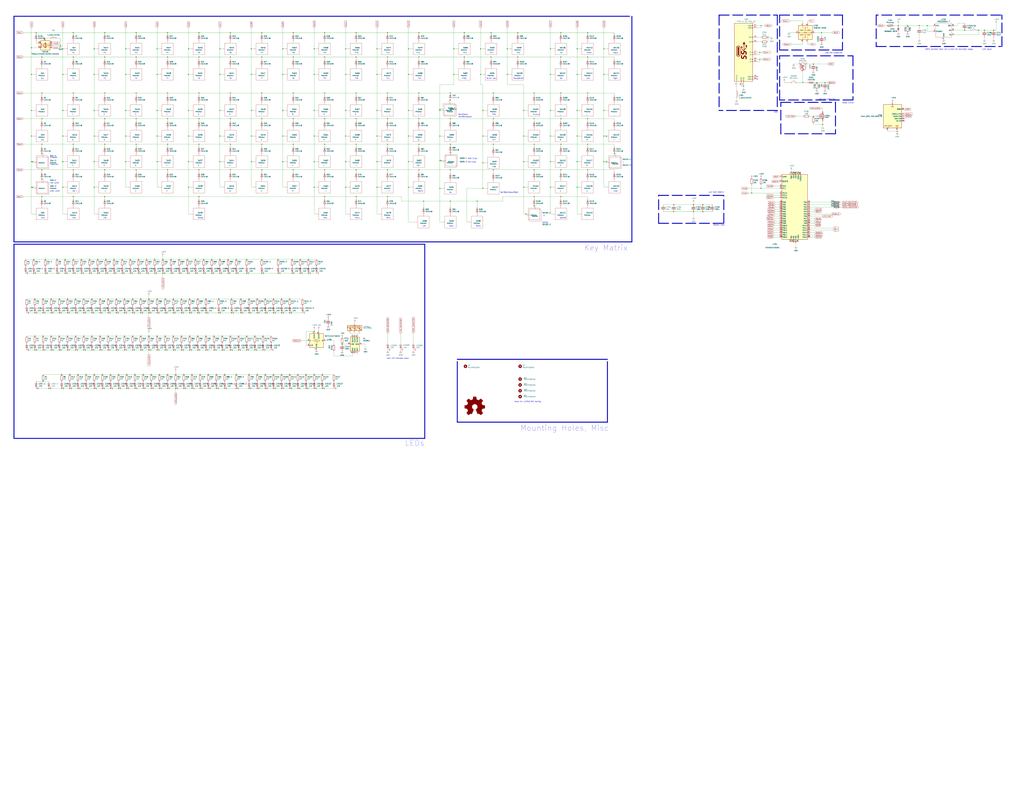
<source format=kicad_sch>
(kicad_sch (version 20200618) (host eeschema "(5.99.0-2195-g476558ece)")
  (page 1 1)
  (paper "E")
  (lib_symbols
    (symbol "Boston-controller-STM32-rescue:AO4406AL-Acheron"
      (property "Reference" "Q" (at -5.08 3.81 0))
      (property "Value" "AO4406AL-Acheron" (at -5.08 -2.54 0))
      (symbol "AO4406AL-Acheron_1_1"
        (pin passive line (at 0 -5.08 90) (length 2.54) (name "~") (number "1"))
        (pin passive line (at 0 -5.08 90) (length 2.54) (name "~") (number "2"))
        (pin passive line (at 0 -5.08 90) (length 2.54) (name "~") (number "3"))
        (pin input line (at -7.62 0 0) (length 5.08) (name "G") (number "4"))
        (pin passive line (at 0 5.08 270) (length 2.54) (name "D") (number "5"))
        (pin passive line (at 0 5.08 270) (length 2.54) (name "~") (number "6"))
        (pin passive line (at 0 5.08 270) (length 2.54) (name "~") (number "7"))
        (pin passive line (at 0 5.08 270) (length 2.54) (name "~") (number "8"))
      )
    )
    (symbol "Boston-controller-STM32-rescue:AP63203WU-7-Acheron"
      (property "Reference" "U" (at 0 13.97 0))
      (property "Value" "AP63203WU-7-Acheron" (at 0 11.43 0))
      (symbol "AP63203WU-7-Acheron_1_1"
        (pin input line (at 11.43 -2.54 180) (length 2.54) (name "FB") (number "1"))
        (pin input line (at -11.43 1.27 0) (length 2.54) (name "ENABLE") (number "2"))
        (pin input line (at -11.43 7.62 0) (length 2.54) (name "VIN") (number "3"))
        (pin input line (at 0 -7.62 90) (length 2.54) (name "GND") (number "4"))
        (pin output line (at 11.43 2.54 180) (length 2.54) (name "SW") (number "5"))
        (pin input line (at 11.43 7.62 180) (length 2.54) (name "BST") (number "6"))
      )
    )
    (symbol "Boston-controller-STM32-rescue:TYPE-C-31-M12_13-Acheron"
      (property "Reference" "J" (at -1.27 35.56 0))
      (property "Value" "TYPE-C-31-M12_13-Acheron" (at 10.16 33.02 0))
      (symbol "TYPE-C-31-M12_13-Acheron_0_0"
        (text "SS" (at 0.508 -3.175 900) (effects (font (size 5.08 5.08) bold italic)))
      )
      (symbol "TYPE-C-31-M12_13-Acheron_1_1"
        (pin power_out line (at 0 -36.83 90) (length 5.08) (name "GND") (number "A1"))
        (pin power_out line (at 15.24 29.21 180) (length 5.08) (name "VBUS") (number "A4"))
        (pin bidirectional line (at 15.24 16.51 180) (length 5.08) (name "CC1") (number "A5"))
        (pin bidirectional line (at 15.24 -7.62 180) (length 5.08) (name "D+") (number "A6"))
        (pin bidirectional line (at 15.24 0 180) (length 5.08) (name "D-") (number "A7"))
        (pin bidirectional line (at 15.24 -26.67 180) (length 5.08) (name "SBU1") (number "A8"))
        (pin power_out line (at -2.54 -36.83 90) (length 5.08) (name "GND") (number "B1"))
        (pin power_out line (at 15.24 26.67 180) (length 5.08) (name "VBUS") (number "B4"))
        (pin bidirectional line (at 15.24 11.43 180) (length 5.08) (name "CC2") (number "B5"))
        (pin bidirectional line (at 15.24 -10.16 180) (length 5.08) (name "D+") (number "B6"))
        (pin bidirectional line (at 15.24 -2.54 180) (length 5.08) (name "D-") (number "B7"))
        (pin bidirectional line (at 15.24 -29.21 180) (length 5.08) (name "SBU2") (number "B8"))
        (pin passive line (at -7.62 -36.83 90) (length 5.08) (name "SHIELD") (number "S"))
      )
    )
    (symbol "Boston-keyboard-rescue:MXSwitch-Acheron"
      (property "Reference" "SW" (at 0 0 0))
      (property "Value" "MXSwitch-Acheron" (at 0 -3.81 0))
      (symbol "MXSwitch-Acheron_1_1"
        (pin output line (at -8.89 0 0) (length 2.54) hide (name "Col") (number "1"))
        (pin input line (at 0 8.89 270) (length 2.54) hide (name "Row") (number "2"))
      )
    )
    (symbol "Device:C" (pin_numbers hide) (pin_names (offset 0.254))
      (property "Reference" "C" (at 0.635 2.54 0))
      (property "Value" "C" (at 0.635 -2.54 0))
      (symbol "C_1_1"
        (pin passive line (at 0 3.81 270) (length 2.794) (name "~") (number "1"))
        (pin passive line (at 0 -3.81 90) (length 2.794) (name "~") (number "2"))
      )
    )
    (symbol "Device:D_Schottky_Small" (pin_numbers hide) (pin_names (offset 0.254) hide)
      (property "Reference" "D" (at -1.27 2.032 0))
      (property "Value" "D_Schottky_Small" (at -7.112 -2.032 0))
      (symbol "D_Schottky_Small_1_1"
        (pin passive line (at -2.54 0 0) (length 1.778) (name "K") (number "1"))
        (pin passive line (at 2.54 0 180) (length 1.778) (name "A") (number "2"))
      )
    )
    (symbol "Device:L" (pin_numbers hide) (pin_names hide)
      (property "Reference" "L" (at -1.27 0 90))
      (property "Value" "L" (at 1.905 0 90))
      (symbol "L_1_1"
        (pin passive line (at 0 3.81 270) (length 1.27) (name "1") (number "1"))
        (pin passive line (at 0 -3.81 90) (length 1.27) (name "2") (number "2"))
      )
    )
    (symbol "Device:LED" (pin_numbers hide) (pin_names hide)
      (property "Reference" "D" (at 0 2.54 0))
      (property "Value" "LED" (at 0 -2.54 0))
      (symbol "LED_1_1"
        (pin passive line (at -3.81 0 0) (length 2.54) (name "K") (number "1"))
        (pin passive line (at 3.81 0 180) (length 2.54) (name "A") (number "2"))
      )
    )
    (symbol "Device:LED_ABRG" (pin_names (offset 0) hide)
      (property "Reference" "D" (at 0 10.16 0))
      (property "Value" "LED_ABRG" (at 0 -10.16 0))
      (symbol "LED_ABRG_1_1"
        (pin passive line (at 5.08 0 180) (length 2.54) (name "A") (number "1"))
        (pin passive line (at -5.08 -5.08 0) (length 2.54) (name "BK") (number "2"))
        (pin passive line (at -5.08 5.08 0) (length 2.54) (name "RK") (number "3"))
        (pin passive line (at -5.08 0 0) (length 2.54) (name "GK") (number "4"))
      )
      (symbol "LED_ABRG_1_0"
        (text "B" (at -1.905 -6.35 0) (effects (font (size 1.27 1.27))))
        (text "G" (at -1.905 -1.27 0) (effects (font (size 1.27 1.27))))
        (text "R" (at -1.905 3.81 0) (effects (font (size 1.27 1.27))))
      )
    )
    (symbol "Device:L_Core_Ferrite" (pin_numbers hide) (pin_names hide)
      (property "Reference" "L" (at -1.27 0 90))
      (property "Value" "L_Core_Ferrite" (at 2.794 0 90))
      (symbol "L_Core_Ferrite_1_1"
        (pin passive line (at 0 3.81 270) (length 1.27) (name "1") (number "1"))
        (pin passive line (at 0 -3.81 90) (length 1.27) (name "2") (number "2"))
      )
    )
    (symbol "Device:Polyfuse" (pin_numbers hide) (pin_names (offset 0))
      (property "Reference" "F" (at -2.54 0 90))
      (property "Value" "Polyfuse" (at 2.54 0 90))
      (symbol "Polyfuse_1_1"
        (pin passive line (at 0 3.81 270) (length 1.27) (name "~") (number "1"))
        (pin passive line (at 0 -3.81 90) (length 1.27) (name "~") (number "2"))
      )
    )
    (symbol "Device:R" (pin_numbers hide) (pin_names (offset 0))
      (property "Reference" "R" (at 2.032 0 90))
      (property "Value" "R" (at 0 0 90))
      (symbol "R_1_1"
        (pin passive line (at 0 3.81 270) (length 1.27) (name "~") (number "1"))
        (pin passive line (at 0 -3.81 90) (length 1.27) (name "~") (number "2"))
      )
    )
    (symbol "Diode:1N4148" (pin_numbers hide) (pin_names hide)
      (property "Reference" "D" (at 0 2.54 0))
      (property "Value" "1N4148" (at 0 -2.54 0))
      (symbol "1N4148_1_1"
        (pin passive line (at -3.81 0 0) (length 2.54) (name "K") (number "1"))
        (pin passive line (at 3.81 0 180) (length 2.54) (name "A") (number "2"))
      )
    )
    (symbol "Driver_LED:WS2811" (pin_names (offset 0.508))
      (property "Reference" "U" (at -6.35 6.35 0))
      (property "Value" "WS2811" (at 5.08 6.35 0))
      (symbol "WS2811_1_1"
        (pin output line (at 10.16 2.54 180) (length 2.54) (name "OUTR") (number "1"))
        (pin output line (at 10.16 0 180) (length 2.54) (name "OUTG") (number "2"))
        (pin output line (at 10.16 -2.54 180) (length 2.54) (name "OUTB") (number "3"))
        (pin power_in line (at 0 -7.62 90) (length 2.54) (name "GND") (number "4"))
        (pin output line (at -10.16 0 0) (length 2.54) (name "DO") (number "5"))
        (pin input line (at -10.16 2.54 0) (length 2.54) (name "DIN") (number "6"))
        (pin input line (at -10.16 -2.54 0) (length 2.54) (name "SET") (number "7"))
        (pin power_in line (at 0 7.62 270) (length 2.54) (name "VDD") (number "8"))
      )
    )
    (symbol "Graphic:Logo_Open_Hardware_Large")
    (symbol "Logic_LevelTranslator:SN74LVC1T45DCK" (pin_names (offset 0.508))
      (property "Reference" "U" (at -6.35 8.89 0))
      (property "Value" "SN74LVC1T45DCK" (at 3.81 8.89 0))
      (symbol "SN74LVC1T45DCK_1_1"
        (pin power_in line (at -2.54 10.16 270) (length 2.54) (name "VCCA") (number "1"))
        (pin power_in line (at 0 -10.16 90) (length 2.54) (name "GND") (number "2"))
        (pin bidirectional line (at -10.16 0 0) (length 2.54) (name "A") (number "3"))
        (pin bidirectional line (at 10.16 0 180) (length 2.54) (name "B") (number "4"))
        (pin input line (at -10.16 -5.08 0) (length 2.54) (name "DIR") (number "5"))
        (pin power_in line (at 2.54 10.16 270) (length 2.54) (name "VCCB") (number "6"))
      )
    )
    (symbol "MCU_ST_STM32F0:STM32F072CBTx" (pin_names (offset 0.508))
      (property "Reference" "U" (at -15.24 36.83 0))
      (property "Value" "STM32F072CBTx" (at 7.62 36.83 0))
      (symbol "STM32F072CBTx_1_1"
        (pin power_in line (at -5.08 38.1 270) (length 2.54) (name "VBAT") (number "1"))
        (pin bidirectional line (at 15.24 5.08 180) (length 2.54) (name "PA0") (number "10"))
        (pin bidirectional line (at 15.24 2.54 180) (length 2.54) (name "PA1") (number "11"))
        (pin bidirectional line (at 15.24 0 180) (length 2.54) (name "PA2") (number "12"))
        (pin bidirectional line (at 15.24 -2.54 180) (length 2.54) (name "PA3") (number "13"))
        (pin bidirectional line (at 15.24 -5.08 180) (length 2.54) (name "PA4") (number "14"))
        (pin bidirectional line (at 15.24 -7.62 180) (length 2.54) (name "PA5") (number "15"))
        (pin bidirectional line (at 15.24 -10.16 180) (length 2.54) (name "PA6") (number "16"))
        (pin bidirectional line (at 15.24 -12.7 180) (length 2.54) (name "PA7") (number "17"))
        (pin bidirectional line (at -17.78 5.08 0) (length 2.54) (name "PB0") (number "18"))
        (pin bidirectional line (at -17.78 2.54 0) (length 2.54) (name "PB1") (number "19"))
        (pin bidirectional line (at -17.78 15.24 0) (length 2.54) (name "PC13") (number "2"))
        (pin bidirectional line (at -17.78 0 0) (length 2.54) (name "PB2") (number "20"))
        (pin bidirectional line (at -17.78 -20.32 0) (length 2.54) (name "PB10") (number "21"))
        (pin bidirectional line (at -17.78 -22.86 0) (length 2.54) (name "PB11") (number "22"))
        (pin power_in line (at -5.08 -38.1 90) (length 2.54) (name "VSS") (number "23"))
        (pin power_in line (at -2.54 38.1 270) (length 2.54) (name "VDD") (number "24"))
        (pin bidirectional line (at -17.78 -25.4 0) (length 2.54) (name "PB12") (number "25"))
        (pin bidirectional line (at -17.78 -27.94 0) (length 2.54) (name "PB13") (number "26"))
        (pin bidirectional line (at -17.78 -30.48 0) (length 2.54) (name "PB14") (number "27"))
        (pin bidirectional line (at -17.78 -33.02 0) (length 2.54) (name "PB15") (number "28"))
        (pin bidirectional line (at 15.24 -15.24 180) (length 2.54) (name "PA8") (number "29"))
        (pin bidirectional line (at -17.78 12.7 0) (length 2.54) (name "PC14") (number "3"))
        (pin bidirectional line (at 15.24 -17.78 180) (length 2.54) (name "PA9") (number "30"))
        (pin bidirectional line (at 15.24 -20.32 180) (length 2.54) (name "PA10") (number "31"))
        (pin bidirectional line (at 15.24 -22.86 180) (length 2.54) (name "PA11") (number "32"))
        (pin bidirectional line (at 15.24 -25.4 180) (length 2.54) (name "PA12") (number "33"))
        (pin bidirectional line (at 15.24 -27.94 180) (length 2.54) (name "PA13") (number "34"))
        (pin power_in line (at -2.54 -38.1 90) (length 2.54) (name "VSS") (number "35"))
        (pin power_in line (at 5.08 38.1 270) (length 2.54) (name "VDDIO2") (number "36"))
        (pin bidirectional line (at 15.24 -30.48 180) (length 2.54) (name "PA14") (number "37"))
        (pin bidirectional line (at 15.24 -33.02 180) (length 2.54) (name "PA15") (number "38"))
        (pin bidirectional line (at -17.78 -2.54 0) (length 2.54) (name "PB3") (number "39"))
        (pin bidirectional line (at -17.78 10.16 0) (length 2.54) (name "PC15") (number "4"))
        (pin bidirectional line (at -17.78 -5.08 0) (length 2.54) (name "PB4") (number "40"))
        (pin bidirectional line (at -17.78 -7.62 0) (length 2.54) (name "PB5") (number "41"))
        (pin bidirectional line (at -17.78 -10.16 0) (length 2.54) (name "PB6") (number "42"))
        (pin bidirectional line (at -17.78 -12.7 0) (length 2.54) (name "PB7") (number "43"))
        (pin input line (at -17.78 27.94 0) (length 2.54) (name "BOOT0") (number "44"))
        (pin bidirectional line (at -17.78 -15.24 0) (length 2.54) (name "PB8") (number "45"))
        (pin bidirectional line (at -17.78 -17.78 0) (length 2.54) (name "PB9") (number "46"))
        (pin power_in line (at 0 -38.1 90) (length 2.54) (name "VSS") (number "47"))
        (pin power_in line (at 0 38.1 270) (length 2.54) (name "VDD") (number "48"))
        (pin input line (at -17.78 22.86 0) (length 2.54) (name "PF0") (number "5"))
        (pin input line (at -17.78 20.32 0) (length 2.54) (name "PF1") (number "6"))
        (pin input line (at -17.78 33.02 0) (length 2.54) (name "NRST") (number "7"))
        (pin power_in line (at 2.54 -38.1 90) (length 2.54) (name "VSSA") (number "8"))
        (pin power_in line (at 2.54 38.1 270) (length 2.54) (name "VDDA") (number "9"))
      )
    )
    (symbol "Mechanical:MountingHole"
      (property "Reference" "H" (at 0 5.08 0))
      (property "Value" "MountingHole" (at 0 3.175 0))
    )
    (symbol "Power_Protection:USBLC6-2SC6" (pin_names (offset 0.508) hide)
      (property "Reference" "U" (at 2.54 8.89 0))
      (property "Value" "USBLC6-2SC6" (at 2.54 -8.89 0))
      (symbol "USBLC6-2SC6_1_1"
        (pin passive line (at -10.16 -2.54 0) (length 2.54) (name "I/O1") (number "1"))
        (pin passive line (at 0 -10.16 90) (length 2.54) (name "GND") (number "2"))
        (pin passive line (at 10.16 -2.54 180) (length 2.54) (name "I/O2") (number "3"))
        (pin passive line (at 10.16 2.54 180) (length 2.54) (name "I/O2") (number "4"))
        (pin passive line (at 0 10.16 270) (length 2.54) (name "VBUS") (number "5"))
        (pin passive line (at -10.16 2.54 0) (length 2.54) (name "I/O1") (number "6"))
      )
    )
    (symbol "Switch:SW_Push" (pin_numbers hide) (pin_names hide)
      (property "Reference" "SW" (at 1.27 2.54 0))
      (property "Value" "SW_Push" (at 0 -1.524 0))
      (symbol "SW_Push_0_1"
        (pin passive line (at -5.08 0 0) (length 2.54) (name "1") (number "1"))
        (pin passive line (at 5.08 0 180) (length 2.54) (name "2") (number "2"))
      )
    )
    (symbol "Transistor_BJT:DTC123J" (pin_names (offset 0) hide)
      (property "Reference" "Q" (at 5.08 1.905 0))
      (property "Value" "DTC123J" (at 5.08 0 0))
      (symbol "DTC123J_0_0"
        (text "2k2" (at -3.302 0.889 0) (effects (font (size 0.508 0.508))))
        (text "47k" (at -2.159 -1.524 900) (effects (font (size 0.508 0.508))))
      )
      (symbol "DTC123J_1_1"
        (pin input line (at -6.35 0 0) (length 2.54) (name "B") (number "1"))
        (pin passive line (at 2.54 -5.08 90) (length 2.54) (name "E") (number "2"))
        (pin passive line (at 2.54 5.08 270) (length 2.54) (name "C") (number "3"))
      )
    )
    (symbol "acheronSymbols:Conn_ARM_JTAG_SWD_10"
      (property "Reference" "J" (at -2.54 16.51 0))
      (property "Value" "Conn_ARM_JTAG_SWD_10" (at -2.54 13.97 0))
      (symbol "Conn_ARM_JTAG_SWD_10_0_0"
        (text "VCC" (at 0 10.541 0) (effects (font (size 1.016 1.016))))
      )
      (symbol "Conn_ARM_JTAG_SWD_10_1_1"
        (text "GND" (at 4.953 -10.541 0) (effects (font (size 1.016 1.016))))
        (text "GND Detect" (at -4.826 -10.541 0) (effects (font (size 1.016 1.016))))
        (pin power_in line (at 0 15.24 270) (length 2.54) (name "VCC") (number "1"))
        (pin open_collector line (at 12.7 7.62 180) (length 2.54) (name "~RESET~") (number "10"))
        (pin bidirectional line (at 12.7 0 180) (length 2.54) (name "SWDIO/TMS") (number "2"))
        (pin power_in line (at 5.08 -15.24 90) (length 2.54) (name "GND") (number "3"))
        (pin output line (at 12.7 2.54 180) (length 2.54) (name "SWDCLK/TCK") (number "4"))
        (pin passive line (at 5.08 -15.24 90) (length 2.54) hide (name "GND") (number "5"))
        (pin input line (at 12.7 -2.54 180) (length 2.54) (name "SWO/TDO") (number "6"))
        (pin unconnected line (at -10.16 0 0) (length 2.54) hide (name "KEY") (number "7"))
        (pin output line (at 12.7 -5.08 180) (length 2.54) (name "NC/TDI") (number "8"))
        (pin passive line (at -5.08 -15.24 90) (length 2.54) (name "GNDDetect") (number "9"))
      )
    )
    (symbol "acheronSymbols:MXSwitch"
      (property "Reference" "SW" (at 0 0 0))
      (property "Value" "MXSwitch" (at 0 -3.81 0))
      (symbol "MXSwitch_1_1"
        (pin output line (at -8.89 0 0) (length 2.54) hide (name "Col") (number "1"))
        (pin input line (at 0 8.89 270) (length 2.54) hide (name "Row") (number "2"))
      )
    )
    (symbol "acheronSymbols:Rotary_Encoder_Switch_Chassis" (pin_names (offset 0.254) hide)
      (property "Reference" "SW" (at 0 6.604 0))
      (property "Value" "Rotary_Encoder_Switch_Chassis" (at 0 -6.604 0))
      (symbol "Rotary_Encoder_Switch_Chassis_1_1"
        (pin passive line (at -7.62 2.54 0) (length 2.54) (name "A") (number "A"))
        (pin passive line (at -7.62 -2.54 0) (length 2.54) (name "B") (number "B"))
        (pin passive line (at -7.62 0 0) (length 2.54) (name "C") (number "C"))
        (pin bidirectional line (at 0 -7.62 90) (length 2.54) (name "Shield") (number "S"))
        (pin passive line (at 7.62 2.54 180) (length 2.54) (name "S1") (number "S1"))
        (pin passive line (at 7.62 -2.54 180) (length 2.54) (name "S2") (number "S2"))
      )
    )
    (symbol "power:+3.3V" (power) (pin_names (offset 0))
      (property "Value" "+3.3V" (at 0 3.556 0))
      (symbol "+3.3V_1_1"
        (pin power_in line (at 0 0 90) (length 0) hide (name "+3V3") (number "1"))
      )
    )
    (symbol "power:+5V" (power) (pin_names (offset 0))
      (property "Value" "+5V" (at 0 3.556 0))
      (symbol "+5V_1_1"
        (pin power_in line (at 0 0 90) (length 0) hide (name "+5V") (number "1"))
      )
    )
    (symbol "power:GND" (power) (pin_names (offset 0))
      (property "Value" "GND" (at 0 -3.81 0))
      (symbol "GND_1_1"
        (pin power_in line (at 0 0 270) (length 0) hide (name "GND") (number "1"))
      )
    )
  )
  (junction (at 34.29 52.07))
  (junction (at 34.29 81.28))
  (junction (at 34.29 120.65))
  (junction (at 34.29 148.59))
  (junction (at 34.29 176.53))
  (junction (at 34.29 204.47))
  (junction (at 35.56 176.53))
  (junction (at 35.56 204.47))
  (junction (at 36.83 283.21))
  (junction (at 36.83 298.45))
  (junction (at 38.1 326.39))
  (junction (at 38.1 341.63))
  (junction (at 38.1 367.03))
  (junction (at 38.1 382.27))
  (junction (at 39.37 35.56))
  (junction (at 45.72 62.23))
  (junction (at 45.72 101.6))
  (junction (at 45.72 129.54))
  (junction (at 45.72 157.48))
  (junction (at 45.72 167.64))
  (junction (at 45.72 185.42))
  (junction (at 45.72 195.58))
  (junction (at 45.72 214.63))
  (junction (at 46.99 326.39))
  (junction (at 46.99 341.63))
  (junction (at 46.99 367.03))
  (junction (at 46.99 382.27))
  (junction (at 46.99 416.56))
  (junction (at 49.53 283.21))
  (junction (at 49.53 298.45))
  (junction (at 53.34 424.18))
  (junction (at 55.88 326.39))
  (junction (at 55.88 341.63))
  (junction (at 55.88 367.03))
  (junction (at 55.88 382.27))
  (junction (at 62.23 283.21))
  (junction (at 62.23 298.45))
  (junction (at 64.77 326.39))
  (junction (at 64.77 341.63))
  (junction (at 64.77 367.03))
  (junction (at 64.77 382.27))
  (junction (at 66.04 49.53))
  (junction (at 67.31 408.94))
  (junction (at 67.31 424.18))
  (junction (at 68.58 53.34))
  (junction (at 68.58 81.28))
  (junction (at 68.58 120.65))
  (junction (at 68.58 148.59))
  (junction (at 68.58 176.53))
  (junction (at 68.58 204.47))
  (junction (at 71.12 283.21))
  (junction (at 71.12 298.45))
  (junction (at 73.66 326.39))
  (junction (at 73.66 341.63))
  (junction (at 73.66 367.03))
  (junction (at 73.66 382.27))
  (junction (at 76.2 408.94))
  (junction (at 76.2 424.18))
  (junction (at 80.01 35.56))
  (junction (at 80.01 62.23))
  (junction (at 80.01 101.6))
  (junction (at 80.01 129.54))
  (junction (at 80.01 157.48))
  (junction (at 80.01 185.42))
  (junction (at 80.01 214.63))
  (junction (at 80.01 283.21))
  (junction (at 80.01 298.45))
  (junction (at 82.55 326.39))
  (junction (at 82.55 341.63))
  (junction (at 82.55 367.03))
  (junction (at 82.55 382.27))
  (junction (at 85.09 408.94))
  (junction (at 85.09 424.18))
  (junction (at 88.9 283.21))
  (junction (at 88.9 298.45))
  (junction (at 91.44 326.39))
  (junction (at 91.44 341.63))
  (junction (at 91.44 367.03))
  (junction (at 91.44 382.27))
  (junction (at 93.98 408.94))
  (junction (at 93.98 424.18))
  (junction (at 97.79 283.21))
  (junction (at 97.79 298.45))
  (junction (at 100.33 326.39))
  (junction (at 100.33 341.63))
  (junction (at 100.33 367.03))
  (junction (at 100.33 382.27))
  (junction (at 102.87 53.34))
  (junction (at 102.87 81.28))
  (junction (at 102.87 120.65))
  (junction (at 102.87 148.59))
  (junction (at 102.87 176.53))
  (junction (at 102.87 204.47))
  (junction (at 102.87 408.94))
  (junction (at 102.87 424.18))
  (junction (at 106.68 283.21))
  (junction (at 106.68 298.45))
  (junction (at 109.22 326.39))
  (junction (at 109.22 341.63))
  (junction (at 109.22 367.03))
  (junction (at 109.22 382.27))
  (junction (at 111.76 408.94))
  (junction (at 111.76 424.18))
  (junction (at 114.3 35.56))
  (junction (at 114.3 62.23))
  (junction (at 114.3 101.6))
  (junction (at 114.3 129.54))
  (junction (at 114.3 157.48))
  (junction (at 114.3 185.42))
  (junction (at 114.3 214.63))
  (junction (at 115.57 283.21))
  (junction (at 115.57 298.45))
  (junction (at 118.11 326.39))
  (junction (at 118.11 341.63))
  (junction (at 118.11 367.03))
  (junction (at 118.11 382.27))
  (junction (at 120.65 408.94))
  (junction (at 120.65 424.18))
  (junction (at 124.46 283.21))
  (junction (at 124.46 298.45))
  (junction (at 127 326.39))
  (junction (at 127 341.63))
  (junction (at 127 367.03))
  (junction (at 127 382.27))
  (junction (at 129.54 408.94))
  (junction (at 129.54 424.18))
  (junction (at 133.35 283.21))
  (junction (at 133.35 298.45))
  (junction (at 135.89 326.39))
  (junction (at 135.89 341.63))
  (junction (at 135.89 367.03))
  (junction (at 135.89 382.27))
  (junction (at 137.16 53.34))
  (junction (at 137.16 81.28))
  (junction (at 137.16 120.65))
  (junction (at 137.16 148.59))
  (junction (at 137.16 176.53))
  (junction (at 138.43 408.94))
  (junction (at 138.43 424.18))
  (junction (at 142.24 283.21))
  (junction (at 142.24 298.45))
  (junction (at 144.78 326.39))
  (junction (at 144.78 341.63))
  (junction (at 144.78 367.03))
  (junction (at 144.78 382.27))
  (junction (at 147.32 408.94))
  (junction (at 147.32 424.18))
  (junction (at 148.59 35.56))
  (junction (at 148.59 62.23))
  (junction (at 148.59 101.6))
  (junction (at 148.59 129.54))
  (junction (at 148.59 157.48))
  (junction (at 148.59 185.42))
  (junction (at 151.13 283.21))
  (junction (at 151.13 298.45))
  (junction (at 153.67 326.39))
  (junction (at 153.67 341.63))
  (junction (at 153.67 367.03))
  (junction (at 153.67 382.27))
  (junction (at 156.21 408.94))
  (junction (at 156.21 424.18))
  (junction (at 160.02 283.21))
  (junction (at 160.02 298.45))
  (junction (at 162.56 326.39))
  (junction (at 162.56 341.63))
  (junction (at 162.56 367.03))
  (junction (at 162.56 382.27))
  (junction (at 165.1 408.94))
  (junction (at 165.1 424.18))
  (junction (at 168.91 283.21))
  (junction (at 168.91 298.45))
  (junction (at 171.45 53.34))
  (junction (at 171.45 81.28))
  (junction (at 171.45 120.65))
  (junction (at 171.45 148.59))
  (junction (at 171.45 176.53))
  (junction (at 171.45 326.39))
  (junction (at 171.45 341.63))
  (junction (at 171.45 367.03))
  (junction (at 171.45 382.27))
  (junction (at 173.99 408.94))
  (junction (at 173.99 424.18))
  (junction (at 177.8 283.21))
  (junction (at 177.8 298.45))
  (junction (at 180.34 326.39))
  (junction (at 180.34 341.63))
  (junction (at 180.34 367.03))
  (junction (at 180.34 382.27))
  (junction (at 182.88 35.56))
  (junction (at 182.88 62.23))
  (junction (at 182.88 101.6))
  (junction (at 182.88 129.54))
  (junction (at 182.88 157.48))
  (junction (at 182.88 185.42))
  (junction (at 182.88 408.94))
  (junction (at 182.88 424.18))
  (junction (at 186.69 283.21))
  (junction (at 186.69 298.45))
  (junction (at 189.23 326.39))
  (junction (at 189.23 341.63))
  (junction (at 189.23 367.03))
  (junction (at 189.23 382.27))
  (junction (at 191.77 408.94))
  (junction (at 191.77 424.18))
  (junction (at 195.58 283.21))
  (junction (at 195.58 298.45))
  (junction (at 198.12 326.39))
  (junction (at 198.12 341.63))
  (junction (at 198.12 367.03))
  (junction (at 198.12 382.27))
  (junction (at 200.66 408.94))
  (junction (at 200.66 424.18))
  (junction (at 204.47 283.21))
  (junction (at 204.47 298.45))
  (junction (at 205.74 53.34))
  (junction (at 205.74 81.28))
  (junction (at 205.74 120.65))
  (junction (at 205.74 148.59))
  (junction (at 205.74 176.53))
  (junction (at 205.74 204.47))
  (junction (at 207.01 326.39))
  (junction (at 207.01 341.63))
  (junction (at 207.01 367.03))
  (junction (at 207.01 382.27))
  (junction (at 209.55 408.94))
  (junction (at 209.55 424.18))
  (junction (at 213.36 283.21))
  (junction (at 213.36 298.45))
  (junction (at 215.9 326.39))
  (junction (at 215.9 341.63))
  (junction (at 215.9 367.03))
  (junction (at 215.9 382.27))
  (junction (at 217.17 35.56))
  (junction (at 217.17 62.23))
  (junction (at 217.17 101.6))
  (junction (at 217.17 129.54))
  (junction (at 217.17 157.48))
  (junction (at 217.17 185.42))
  (junction (at 217.17 214.63))
  (junction (at 218.44 408.94))
  (junction (at 218.44 424.18))
  (junction (at 222.25 283.21))
  (junction (at 222.25 298.45))
  (junction (at 224.79 326.39))
  (junction (at 224.79 341.63))
  (junction (at 224.79 367.03))
  (junction (at 224.79 382.27))
  (junction (at 227.33 408.94))
  (junction (at 227.33 424.18))
  (junction (at 231.14 283.21))
  (junction (at 231.14 298.45))
  (junction (at 233.68 367.03))
  (junction (at 233.68 382.27))
  (junction (at 236.22 408.94))
  (junction (at 236.22 424.18))
  (junction (at 238.76 326.39))
  (junction (at 238.76 341.63))
  (junction (at 240.03 53.34))
  (junction (at 240.03 81.28))
  (junction (at 240.03 120.65))
  (junction (at 240.03 148.59))
  (junction (at 240.03 176.53))
  (junction (at 240.03 283.21))
  (junction (at 240.03 298.45))
  (junction (at 242.57 367.03))
  (junction (at 242.57 382.27))
  (junction (at 245.11 408.94))
  (junction (at 245.11 424.18))
  (junction (at 248.92 283.21))
  (junction (at 248.92 298.45))
  (junction (at 251.46 35.56))
  (junction (at 251.46 62.23))
  (junction (at 251.46 101.6))
  (junction (at 251.46 129.54))
  (junction (at 251.46 157.48))
  (junction (at 251.46 185.42))
  (junction (at 251.46 367.03))
  (junction (at 251.46 382.27))
  (junction (at 252.73 326.39))
  (junction (at 252.73 341.63))
  (junction (at 257.81 283.21))
  (junction (at 257.81 298.45))
  (junction (at 257.81 408.94))
  (junction (at 257.81 424.18))
  (junction (at 260.35 367.03))
  (junction (at 260.35 382.27))
  (junction (at 262.89 326.39))
  (junction (at 262.89 341.63))
  (junction (at 269.24 283.21))
  (junction (at 269.24 298.45))
  (junction (at 269.24 367.03))
  (junction (at 269.24 382.27))
  (junction (at 271.78 326.39))
  (junction (at 271.78 341.63))
  (junction (at 271.78 408.94))
  (junction (at 271.78 424.18))
  (junction (at 274.32 53.34))
  (junction (at 274.32 81.28))
  (junction (at 274.32 120.65))
  (junction (at 274.32 148.59))
  (junction (at 274.32 176.53))
  (junction (at 278.13 367.03))
  (junction (at 278.13 382.27))
  (junction (at 280.67 326.39))
  (junction (at 280.67 341.63))
  (junction (at 280.67 408.94))
  (junction (at 280.67 424.18))
  (junction (at 285.75 35.56))
  (junction (at 285.75 62.23))
  (junction (at 285.75 101.6))
  (junction (at 285.75 129.54))
  (junction (at 285.75 157.48))
  (junction (at 285.75 185.42))
  (junction (at 285.75 283.21))
  (junction (at 285.75 298.45))
  (junction (at 287.02 367.03))
  (junction (at 287.02 382.27))
  (junction (at 289.56 326.39))
  (junction (at 289.56 341.63))
  (junction (at 289.56 408.94))
  (junction (at 289.56 424.18))
  (junction (at 298.45 326.39))
  (junction (at 298.45 341.63))
  (junction (at 298.45 408.94))
  (junction (at 298.45 424.18))
  (junction (at 303.53 283.21))
  (junction (at 303.53 298.45))
  (junction (at 307.34 326.39))
  (junction (at 307.34 341.63))
  (junction (at 307.34 408.94))
  (junction (at 307.34 424.18))
  (junction (at 308.61 53.34))
  (junction (at 308.61 81.28))
  (junction (at 308.61 120.65))
  (junction (at 308.61 148.59))
  (junction (at 308.61 176.53))
  (junction (at 316.23 326.39))
  (junction (at 316.23 341.63))
  (junction (at 316.23 408.94))
  (junction (at 316.23 424.18))
  (junction (at 318.77 283.21))
  (junction (at 318.77 298.45))
  (junction (at 320.04 35.56))
  (junction (at 320.04 62.23))
  (junction (at 320.04 101.6))
  (junction (at 320.04 129.54))
  (junction (at 320.04 157.48))
  (junction (at 320.04 185.42))
  (junction (at 325.12 408.94))
  (junction (at 325.12 424.18))
  (junction (at 327.66 283.21))
  (junction (at 327.66 298.45))
  (junction (at 334.01 408.94))
  (junction (at 334.01 424.18))
  (junction (at 336.55 283.21))
  (junction (at 336.55 298.45))
  (junction (at 342.9 53.34))
  (junction (at 342.9 81.28))
  (junction (at 342.9 120.65))
  (junction (at 342.9 148.59))
  (junction (at 342.9 176.53))
  (junction (at 342.9 204.47))
  (junction (at 342.9 361.95))
  (junction (at 342.9 408.94))
  (junction (at 342.9 424.18))
  (junction (at 351.79 408.94))
  (junction (at 351.79 424.18))
  (junction (at 354.33 35.56))
  (junction (at 354.33 62.23))
  (junction (at 354.33 101.6))
  (junction (at 354.33 129.54))
  (junction (at 354.33 157.48))
  (junction (at 354.33 185.42))
  (junction (at 354.33 214.63))
  (junction (at 373.38 375.92))
  (junction (at 377.19 53.34))
  (junction (at 377.19 81.28))
  (junction (at 377.19 120.65))
  (junction (at 377.19 148.59))
  (junction (at 377.19 176.53))
  (junction (at 377.19 204.47))
  (junction (at 388.62 35.56))
  (junction (at 388.62 62.23))
  (junction (at 388.62 101.6))
  (junction (at 388.62 129.54))
  (junction (at 388.62 157.48))
  (junction (at 388.62 185.42))
  (junction (at 388.62 214.63))
  (junction (at 411.48 53.34))
  (junction (at 411.48 81.28))
  (junction (at 411.48 120.65))
  (junction (at 411.48 148.59))
  (junction (at 411.48 176.53))
  (junction (at 411.48 204.47))
  (junction (at 422.91 35.56))
  (junction (at 422.91 62.23))
  (junction (at 422.91 101.6))
  (junction (at 422.91 129.54))
  (junction (at 422.91 157.48))
  (junction (at 422.91 185.42))
  (junction (at 422.91 214.63))
  (junction (at 445.77 53.34))
  (junction (at 445.77 81.28))
  (junction (at 445.77 120.65))
  (junction (at 445.77 148.59))
  (junction (at 445.77 176.53))
  (junction (at 445.77 204.47))
  (junction (at 457.2 35.56))
  (junction (at 457.2 62.23))
  (junction (at 457.2 101.6))
  (junction (at 457.2 129.54))
  (junction (at 457.2 157.48))
  (junction (at 457.2 185.42))
  (junction (at 462.28 219.71))
  (junction (at 480.06 119.38))
  (junction (at 480.06 120.65))
  (junction (at 480.06 148.59))
  (junction (at 480.06 175.26))
  (junction (at 480.06 205.74))
  (junction (at 481.33 175.26))
  (junction (at 491.49 101.6))
  (junction (at 491.49 109.22))
  (junction (at 491.49 129.54))
  (junction (at 491.49 157.48))
  (junction (at 491.49 166.37))
  (junction (at 491.49 185.42))
  (junction (at 491.49 219.71))
  (junction (at 495.3 53.34))
  (junction (at 495.3 81.28))
  (junction (at 506.73 35.56))
  (junction (at 506.73 62.23))
  (junction (at 520.7 219.71))
  (junction (at 524.51 53.34))
  (junction (at 524.51 81.28))
  (junction (at 527.05 120.65))
  (junction (at 527.05 148.59))
  (junction (at 527.05 177.8))
  (junction (at 527.05 205.74))
  (junction (at 535.94 35.56))
  (junction (at 535.94 62.23))
  (junction (at 538.48 101.6))
  (junction (at 538.48 129.54))
  (junction (at 538.48 157.48))
  (junction (at 538.48 185.42))
  (junction (at 553.72 53.34))
  (junction (at 553.72 81.28))
  (junction (at 565.15 35.56))
  (junction (at 565.15 62.23))
  (junction (at 571.5 120.65))
  (junction (at 571.5 148.59))
  (junction (at 571.5 176.53))
  (junction (at 571.5 204.47))
  (junction (at 574.04 233.68))
  (junction (at 582.93 101.6))
  (junction (at 582.93 129.54))
  (junction (at 582.93 157.48))
  (junction (at 582.93 185.42))
  (junction (at 582.93 214.63))
  (junction (at 582.93 224.79))
  (junction (at 600.71 53.34))
  (junction (at 600.71 81.28))
  (junction (at 600.71 120.65))
  (junction (at 600.71 148.59))
  (junction (at 600.71 176.53))
  (junction (at 600.71 204.47))
  (junction (at 612.14 35.56))
  (junction (at 612.14 62.23))
  (junction (at 612.14 101.6))
  (junction (at 612.14 129.54))
  (junction (at 612.14 157.48))
  (junction (at 612.14 185.42))
  (junction (at 612.14 214.63))
  (junction (at 629.92 53.34))
  (junction (at 629.92 81.28))
  (junction (at 629.92 120.65))
  (junction (at 629.92 148.59))
  (junction (at 629.92 176.53))
  (junction (at 629.92 204.47))
  (junction (at 641.35 35.56))
  (junction (at 641.35 62.23))
  (junction (at 641.35 101.6))
  (junction (at 641.35 129.54))
  (junction (at 641.35 157.48))
  (junction (at 641.35 185.42))
  (junction (at 659.13 53.34))
  (junction (at 659.13 81.28))
  (junction (at 659.13 120.65))
  (junction (at 659.13 148.59))
  (junction (at 659.13 176.53))
  (junction (at 661.67 148.59))
  (junction (at 661.67 176.53))
  (junction (at 670.56 167.64))
  (junction (at 735.33 223.52))
  (junction (at 735.33 231.14))
  (junction (at 756.92 223.52))
  (junction (at 756.92 231.14))
  (junction (at 767.08 223.52))
  (junction (at 767.08 231.14))
  (junction (at 811.53 93.98))
  (junction (at 820.42 210.82))
  (junction (at 829.31 57.15))
  (junction (at 829.31 64.77))
  (junction (at 830.58 27.94))
  (junction (at 830.58 205.74))
  (junction (at 838.2 40.64))
  (junction (at 863.6 187.96))
  (junction (at 866.14 187.96))
  (junction (at 866.14 264.16))
  (junction (at 868.68 187.96))
  (junction (at 868.68 264.16))
  (junction (at 871.22 187.96))
  (junction (at 876.3 90.17))
  (junction (at 887.73 69.85))
  (junction (at 887.73 127))
  (junction (at 891.54 90.17))
  (junction (at 896.62 35.56))
  (junction (at 897.89 135.89))
  (junction (at 900.43 90.17))
  (junction (at 979.17 143.51))
  (junction (at 980.44 27.94))
  (junction (at 990.6 27.94))
  (junction (at 1003.3 27.94))
  (junction (at 1012.19 27.94))
  (junction (at 1052.83 33.02))
  (junction (at 1068.07 33.02))
  (junction (at 1074.42 33.02))
  (junction (at 1084.58 33.02))
  (no_connect (at 986.79 129.54))
  (no_connect (at 986.79 132.08))
  (no_connect (at 826.77 83.82))
  (no_connect (at 826.77 86.36))
  (wire (pts (xy 25.4 35.56) (xy 39.37 35.56)))
  (wire (pts (xy 25.4 62.23) (xy 45.72 62.23)))
  (wire (pts (xy 25.4 101.6) (xy 45.72 101.6)))
  (wire (pts (xy 25.4 129.54) (xy 45.72 129.54)))
  (wire (pts (xy 25.4 157.48) (xy 45.72 157.48)))
  (wire (pts (xy 25.4 185.42) (xy 45.72 185.42)))
  (wire (pts (xy 25.4 214.63) (xy 45.72 214.63)))
  (wire (pts (xy 29.21 326.39) (xy 38.1 326.39)))
  (wire (pts (xy 29.21 341.63) (xy 38.1 341.63)))
  (wire (pts (xy 34.29 30.48) (xy 34.29 52.07)))
  (wire (pts (xy 34.29 52.07) (xy 34.29 81.28)))
  (wire (pts (xy 34.29 81.28) (xy 34.29 120.65)))
  (wire (pts (xy 34.29 120.65) (xy 34.29 148.59)))
  (wire (pts (xy 34.29 148.59) (xy 34.29 176.53)))
  (wire (pts (xy 34.29 176.53) (xy 34.29 204.47)))
  (wire (pts (xy 34.29 204.47) (xy 34.29 233.68)))
  (wire (pts (xy 35.56 176.53) (xy 34.29 176.53)))
  (wire (pts (xy 35.56 177.8) (xy 35.56 176.53)))
  (wire (pts (xy 35.56 204.47) (xy 34.29 204.47)))
  (wire (pts (xy 35.56 205.74) (xy 35.56 204.47)))
  (wire (pts (xy 36.83 81.28) (xy 34.29 81.28)))
  (wire (pts (xy 36.83 120.65) (xy 34.29 120.65)))
  (wire (pts (xy 36.83 148.59) (xy 34.29 148.59)))
  (wire (pts (xy 36.83 176.53) (xy 35.56 176.53)))
  (wire (pts (xy 36.83 204.47) (xy 35.56 204.47)))
  (wire (pts (xy 36.83 233.68) (xy 34.29 233.68)))
  (wire (pts (xy 36.83 283.21) (xy 27.94 283.21)))
  (wire (pts (xy 36.83 283.21) (xy 49.53 283.21)))
  (wire (pts (xy 36.83 298.45) (xy 27.94 298.45)))
  (wire (pts (xy 36.83 298.45) (xy 49.53 298.45)))
  (wire (pts (xy 38.1 177.8) (xy 35.56 177.8)))
  (wire (pts (xy 38.1 205.74) (xy 35.56 205.74)))
  (wire (pts (xy 38.1 326.39) (xy 46.99 326.39)))
  (wire (pts (xy 38.1 341.63) (xy 46.99 341.63)))
  (wire (pts (xy 38.1 367.03) (xy 29.21 367.03)))
  (wire (pts (xy 38.1 382.27) (xy 29.21 382.27)))
  (wire (pts (xy 39.37 35.56) (xy 80.01 35.56)))
  (wire (pts (xy 39.37 36.83) (xy 39.37 35.56)))
  (wire (pts (xy 39.37 46.99) (xy 39.37 44.45)))
  (wire (pts (xy 39.37 416.56) (xy 46.99 416.56)))
  (wire (pts (xy 39.37 424.18) (xy 53.34 424.18)))
  (wire (pts (xy 41.91 46.99) (xy 39.37 46.99)))
  (wire (pts (xy 41.91 52.07) (xy 34.29 52.07)))
  (wire (pts (xy 45.72 62.23) (xy 45.72 64.77)))
  (wire (pts (xy 45.72 62.23) (xy 80.01 62.23)))
  (wire (pts (xy 45.72 101.6) (xy 45.72 104.14)))
  (wire (pts (xy 45.72 101.6) (xy 80.01 101.6)))
  (wire (pts (xy 45.72 129.54) (xy 45.72 132.08)))
  (wire (pts (xy 45.72 129.54) (xy 80.01 129.54)))
  (wire (pts (xy 45.72 157.48) (xy 45.72 160.02)))
  (wire (pts (xy 45.72 157.48) (xy 80.01 157.48)))
  (wire (pts (xy 45.72 185.42) (xy 45.72 187.96)))
  (wire (pts (xy 45.72 185.42) (xy 80.01 185.42)))
  (wire (pts (xy 45.72 214.63) (xy 45.72 217.17)))
  (wire (pts (xy 45.72 214.63) (xy 80.01 214.63)))
  (wire (pts (xy 46.99 167.64) (xy 45.72 167.64)))
  (wire (pts (xy 46.99 168.91) (xy 46.99 167.64)))
  (wire (pts (xy 46.99 195.58) (xy 45.72 195.58)))
  (wire (pts (xy 46.99 196.85) (xy 46.99 195.58)))
  (wire (pts (xy 46.99 367.03) (xy 38.1 367.03)))
  (wire (pts (xy 46.99 382.27) (xy 38.1 382.27)))
  (wire (pts (xy 46.99 408.94) (xy 67.31 408.94)))
  (wire (pts (xy 46.99 416.56) (xy 53.34 416.56)))
  (wire (pts (xy 49.53 41.91) (xy 54.61 41.91)))
  (wire (pts (xy 49.53 283.21) (xy 62.23 283.21)))
  (wire (pts (xy 49.53 298.45) (xy 62.23 298.45)))
  (wire (pts (xy 53.34 424.18) (xy 67.31 424.18)))
  (wire (pts (xy 55.88 326.39) (xy 46.99 326.39)))
  (wire (pts (xy 55.88 341.63) (xy 46.99 341.63)))
  (wire (pts (xy 55.88 367.03) (xy 46.99 367.03)))
  (wire (pts (xy 55.88 382.27) (xy 46.99 382.27)))
  (wire (pts (xy 62.23 41.91) (xy 66.04 41.91)))
  (wire (pts (xy 64.77 326.39) (xy 55.88 326.39)))
  (wire (pts (xy 64.77 341.63) (xy 55.88 341.63)))
  (wire (pts (xy 64.77 367.03) (xy 55.88 367.03)))
  (wire (pts (xy 64.77 382.27) (xy 55.88 382.27)))
  (wire (pts (xy 66.04 41.91) (xy 66.04 49.53)) (stroke (width 0.1524)))
  (wire (pts (xy 66.04 49.53) (xy 57.15 49.53)))
  (wire (pts (xy 68.58 53.34) (xy 68.58 30.48)))
  (wire (pts (xy 68.58 53.34) (xy 68.58 81.28)))
  (wire (pts (xy 68.58 81.28) (xy 68.58 120.65)))
  (wire (pts (xy 68.58 148.59) (xy 68.58 120.65)))
  (wire (pts (xy 68.58 176.53) (xy 68.58 148.59)))
  (wire (pts (xy 68.58 204.47) (xy 68.58 176.53)))
  (wire (pts (xy 68.58 233.68) (xy 68.58 204.47)))
  (wire (pts (xy 71.12 53.34) (xy 68.58 53.34)))
  (wire (pts (xy 71.12 81.28) (xy 68.58 81.28)))
  (wire (pts (xy 71.12 120.65) (xy 68.58 120.65)))
  (wire (pts (xy 71.12 148.59) (xy 68.58 148.59)))
  (wire (pts (xy 71.12 176.53) (xy 68.58 176.53)))
  (wire (pts (xy 71.12 204.47) (xy 68.58 204.47)))
  (wire (pts (xy 71.12 233.68) (xy 68.58 233.68)))
  (wire (pts (xy 71.12 283.21) (xy 62.23 283.21)))
  (wire (pts (xy 71.12 298.45) (xy 62.23 298.45)))
  (wire (pts (xy 73.66 326.39) (xy 64.77 326.39)))
  (wire (pts (xy 73.66 341.63) (xy 64.77 341.63)))
  (wire (pts (xy 73.66 367.03) (xy 64.77 367.03)))
  (wire (pts (xy 73.66 382.27) (xy 64.77 382.27)))
  (wire (pts (xy 76.2 408.94) (xy 67.31 408.94)))
  (wire (pts (xy 76.2 424.18) (xy 67.31 424.18)))
  (wire (pts (xy 80.01 36.83) (xy 80.01 35.56)))
  (wire (pts (xy 80.01 62.23) (xy 80.01 64.77)))
  (wire (pts (xy 80.01 62.23) (xy 114.3 62.23)))
  (wire (pts (xy 80.01 101.6) (xy 80.01 104.14)))
  (wire (pts (xy 80.01 101.6) (xy 114.3 101.6)))
  (wire (pts (xy 80.01 129.54) (xy 80.01 132.08)))
  (wire (pts (xy 80.01 129.54) (xy 114.3 129.54)))
  (wire (pts (xy 80.01 157.48) (xy 80.01 160.02)))
  (wire (pts (xy 80.01 157.48) (xy 114.3 157.48)))
  (wire (pts (xy 80.01 185.42) (xy 80.01 187.96)))
  (wire (pts (xy 80.01 185.42) (xy 114.3 185.42)))
  (wire (pts (xy 80.01 214.63) (xy 80.01 217.17)))
  (wire (pts (xy 80.01 214.63) (xy 114.3 214.63)))
  (wire (pts (xy 80.01 283.21) (xy 71.12 283.21)))
  (wire (pts (xy 80.01 298.45) (xy 71.12 298.45)))
  (wire (pts (xy 82.55 326.39) (xy 73.66 326.39)))
  (wire (pts (xy 82.55 341.63) (xy 73.66 341.63)))
  (wire (pts (xy 82.55 367.03) (xy 73.66 367.03)))
  (wire (pts (xy 82.55 382.27) (xy 73.66 382.27)))
  (wire (pts (xy 85.09 408.94) (xy 76.2 408.94)))
  (wire (pts (xy 85.09 424.18) (xy 76.2 424.18)))
  (wire (pts (xy 88.9 283.21) (xy 80.01 283.21)))
  (wire (pts (xy 88.9 298.45) (xy 80.01 298.45)))
  (wire (pts (xy 91.44 326.39) (xy 82.55 326.39)))
  (wire (pts (xy 91.44 341.63) (xy 82.55 341.63)))
  (wire (pts (xy 91.44 367.03) (xy 82.55 367.03)))
  (wire (pts (xy 91.44 382.27) (xy 82.55 382.27)))
  (wire (pts (xy 93.98 408.94) (xy 85.09 408.94)))
  (wire (pts (xy 93.98 424.18) (xy 85.09 424.18)))
  (wire (pts (xy 97.79 283.21) (xy 88.9 283.21)))
  (wire (pts (xy 97.79 298.45) (xy 88.9 298.45)))
  (wire (pts (xy 100.33 326.39) (xy 91.44 326.39)))
  (wire (pts (xy 100.33 341.63) (xy 91.44 341.63)))
  (wire (pts (xy 100.33 367.03) (xy 91.44 367.03)))
  (wire (pts (xy 100.33 382.27) (xy 91.44 382.27)))
  (wire (pts (xy 102.87 53.34) (xy 102.87 30.48)))
  (wire (pts (xy 102.87 53.34) (xy 102.87 81.28)))
  (wire (pts (xy 102.87 81.28) (xy 102.87 120.65)))
  (wire (pts (xy 102.87 148.59) (xy 102.87 120.65)))
  (wire (pts (xy 102.87 176.53) (xy 102.87 148.59)))
  (wire (pts (xy 102.87 204.47) (xy 102.87 176.53)))
  (wire (pts (xy 102.87 233.68) (xy 102.87 204.47)))
  (wire (pts (xy 102.87 408.94) (xy 93.98 408.94)))
  (wire (pts (xy 102.87 424.18) (xy 93.98 424.18)))
  (wire (pts (xy 105.41 53.34) (xy 102.87 53.34)))
  (wire (pts (xy 105.41 81.28) (xy 102.87 81.28)))
  (wire (pts (xy 105.41 120.65) (xy 102.87 120.65)))
  (wire (pts (xy 105.41 148.59) (xy 102.87 148.59)))
  (wire (pts (xy 105.41 176.53) (xy 102.87 176.53)))
  (wire (pts (xy 105.41 204.47) (xy 102.87 204.47)))
  (wire (pts (xy 105.41 233.68) (xy 102.87 233.68)))
  (wire (pts (xy 106.68 283.21) (xy 97.79 283.21)))
  (wire (pts (xy 106.68 298.45) (xy 97.79 298.45)))
  (wire (pts (xy 109.22 326.39) (xy 100.33 326.39)))
  (wire (pts (xy 109.22 341.63) (xy 100.33 341.63)))
  (wire (pts (xy 109.22 367.03) (xy 100.33 367.03)))
  (wire (pts (xy 109.22 382.27) (xy 100.33 382.27)))
  (wire (pts (xy 111.76 408.94) (xy 102.87 408.94)))
  (wire (pts (xy 111.76 424.18) (xy 102.87 424.18)))
  (wire (pts (xy 114.3 35.56) (xy 80.01 35.56)))
  (wire (pts (xy 114.3 36.83) (xy 114.3 35.56)))
  (wire (pts (xy 114.3 62.23) (xy 114.3 64.77)))
  (wire (pts (xy 114.3 62.23) (xy 148.59 62.23)))
  (wire (pts (xy 114.3 101.6) (xy 114.3 104.14)))
  (wire (pts (xy 114.3 101.6) (xy 148.59 101.6)))
  (wire (pts (xy 114.3 129.54) (xy 114.3 132.08)))
  (wire (pts (xy 114.3 129.54) (xy 148.59 129.54)))
  (wire (pts (xy 114.3 157.48) (xy 114.3 160.02)))
  (wire (pts (xy 114.3 157.48) (xy 148.59 157.48)))
  (wire (pts (xy 114.3 185.42) (xy 114.3 187.96)))
  (wire (pts (xy 114.3 185.42) (xy 148.59 185.42)))
  (wire (pts (xy 114.3 214.63) (xy 114.3 217.17)))
  (wire (pts (xy 114.3 214.63) (xy 217.17 214.63)))
  (wire (pts (xy 115.57 283.21) (xy 106.68 283.21)))
  (wire (pts (xy 115.57 298.45) (xy 106.68 298.45)))
  (wire (pts (xy 118.11 326.39) (xy 109.22 326.39)))
  (wire (pts (xy 118.11 341.63) (xy 109.22 341.63)))
  (wire (pts (xy 118.11 367.03) (xy 109.22 367.03)))
  (wire (pts (xy 118.11 382.27) (xy 109.22 382.27)))
  (wire (pts (xy 120.65 408.94) (xy 111.76 408.94)))
  (wire (pts (xy 120.65 424.18) (xy 111.76 424.18)))
  (wire (pts (xy 124.46 283.21) (xy 115.57 283.21)))
  (wire (pts (xy 124.46 298.45) (xy 115.57 298.45)))
  (wire (pts (xy 127 326.39) (xy 118.11 326.39)))
  (wire (pts (xy 127 341.63) (xy 118.11 341.63)))
  (wire (pts (xy 127 367.03) (xy 118.11 367.03)))
  (wire (pts (xy 127 382.27) (xy 118.11 382.27)))
  (wire (pts (xy 129.54 408.94) (xy 120.65 408.94)))
  (wire (pts (xy 129.54 424.18) (xy 120.65 424.18)))
  (wire (pts (xy 133.35 283.21) (xy 124.46 283.21)))
  (wire (pts (xy 133.35 298.45) (xy 124.46 298.45)))
  (wire (pts (xy 135.89 326.39) (xy 127 326.39)))
  (wire (pts (xy 135.89 341.63) (xy 127 341.63)))
  (wire (pts (xy 135.89 367.03) (xy 127 367.03)))
  (wire (pts (xy 135.89 382.27) (xy 127 382.27)))
  (wire (pts (xy 137.16 30.48) (xy 137.16 53.34)))
  (wire (pts (xy 137.16 53.34) (xy 137.16 81.28)))
  (wire (pts (xy 137.16 81.28) (xy 137.16 120.65)))
  (wire (pts (xy 137.16 148.59) (xy 137.16 120.65)))
  (wire (pts (xy 137.16 176.53) (xy 137.16 148.59)))
  (wire (pts (xy 137.16 204.47) (xy 137.16 176.53)))
  (wire (pts (xy 138.43 408.94) (xy 129.54 408.94)))
  (wire (pts (xy 138.43 424.18) (xy 129.54 424.18)))
  (wire (pts (xy 139.7 53.34) (xy 137.16 53.34)))
  (wire (pts (xy 139.7 81.28) (xy 137.16 81.28)))
  (wire (pts (xy 139.7 120.65) (xy 137.16 120.65)))
  (wire (pts (xy 139.7 148.59) (xy 137.16 148.59)))
  (wire (pts (xy 139.7 176.53) (xy 137.16 176.53)))
  (wire (pts (xy 139.7 204.47) (xy 137.16 204.47)))
  (wire (pts (xy 142.24 283.21) (xy 133.35 283.21)))
  (wire (pts (xy 142.24 298.45) (xy 133.35 298.45)))
  (wire (pts (xy 144.78 326.39) (xy 135.89 326.39)))
  (wire (pts (xy 144.78 341.63) (xy 135.89 341.63)))
  (wire (pts (xy 144.78 367.03) (xy 135.89 367.03)))
  (wire (pts (xy 144.78 382.27) (xy 135.89 382.27)))
  (wire (pts (xy 147.32 408.94) (xy 138.43 408.94)))
  (wire (pts (xy 147.32 424.18) (xy 138.43 424.18)))
  (wire (pts (xy 148.59 35.56) (xy 114.3 35.56)))
  (wire (pts (xy 148.59 36.83) (xy 148.59 35.56)))
  (wire (pts (xy 148.59 62.23) (xy 148.59 64.77)))
  (wire (pts (xy 148.59 62.23) (xy 182.88 62.23)))
  (wire (pts (xy 148.59 101.6) (xy 148.59 104.14)))
  (wire (pts (xy 148.59 101.6) (xy 182.88 101.6)))
  (wire (pts (xy 148.59 129.54) (xy 148.59 132.08)))
  (wire (pts (xy 148.59 129.54) (xy 182.88 129.54)))
  (wire (pts (xy 148.59 157.48) (xy 148.59 160.02)))
  (wire (pts (xy 148.59 157.48) (xy 182.88 157.48)))
  (wire (pts (xy 148.59 185.42) (xy 148.59 187.96)))
  (wire (pts (xy 148.59 185.42) (xy 182.88 185.42)))
  (wire (pts (xy 151.13 283.21) (xy 142.24 283.21)))
  (wire (pts (xy 151.13 298.45) (xy 142.24 298.45)))
  (wire (pts (xy 153.67 326.39) (xy 144.78 326.39)))
  (wire (pts (xy 153.67 341.63) (xy 144.78 341.63)))
  (wire (pts (xy 153.67 367.03) (xy 144.78 367.03)))
  (wire (pts (xy 153.67 382.27) (xy 144.78 382.27)))
  (wire (pts (xy 156.21 408.94) (xy 147.32 408.94)))
  (wire (pts (xy 156.21 424.18) (xy 147.32 424.18)))
  (wire (pts (xy 160.02 283.21) (xy 151.13 283.21)))
  (wire (pts (xy 160.02 298.45) (xy 151.13 298.45)))
  (wire (pts (xy 162.56 326.39) (xy 153.67 326.39)))
  (wire (pts (xy 162.56 326.39) (xy 162.56 322.58)))
  (wire (pts (xy 162.56 341.63) (xy 153.67 341.63)))
  (wire (pts (xy 162.56 346.71) (xy 162.56 341.63)))
  (wire (pts (xy 162.56 367.03) (xy 153.67 367.03)))
  (wire (pts (xy 162.56 367.03) (xy 162.56 363.22)))
  (wire (pts (xy 162.56 382.27) (xy 153.67 382.27)))
  (wire (pts (xy 162.56 387.35) (xy 162.56 382.27)))
  (wire (pts (xy 165.1 408.94) (xy 156.21 408.94)))
  (wire (pts (xy 165.1 424.18) (xy 156.21 424.18)))
  (wire (pts (xy 168.91 283.21) (xy 160.02 283.21)))
  (wire (pts (xy 168.91 298.45) (xy 160.02 298.45)))
  (wire (pts (xy 171.45 53.34) (xy 171.45 30.48)))
  (wire (pts (xy 171.45 53.34) (xy 171.45 81.28)))
  (wire (pts (xy 171.45 81.28) (xy 171.45 120.65)))
  (wire (pts (xy 171.45 148.59) (xy 171.45 120.65)))
  (wire (pts (xy 171.45 176.53) (xy 171.45 148.59)))
  (wire (pts (xy 171.45 204.47) (xy 171.45 176.53)))
  (wire (pts (xy 171.45 326.39) (xy 162.56 326.39)))
  (wire (pts (xy 171.45 341.63) (xy 162.56 341.63)))
  (wire (pts (xy 171.45 367.03) (xy 162.56 367.03)))
  (wire (pts (xy 171.45 382.27) (xy 162.56 382.27)))
  (wire (pts (xy 173.99 53.34) (xy 171.45 53.34)))
  (wire (pts (xy 173.99 81.28) (xy 171.45 81.28)))
  (wire (pts (xy 173.99 120.65) (xy 171.45 120.65)))
  (wire (pts (xy 173.99 148.59) (xy 171.45 148.59)))
  (wire (pts (xy 173.99 176.53) (xy 171.45 176.53)))
  (wire (pts (xy 173.99 204.47) (xy 171.45 204.47)))
  (wire (pts (xy 173.99 408.94) (xy 165.1 408.94)))
  (wire (pts (xy 173.99 424.18) (xy 165.1 424.18)))
  (wire (pts (xy 177.8 283.21) (xy 168.91 283.21)))
  (wire (pts (xy 177.8 283.21) (xy 177.8 279.4)))
  (wire (pts (xy 177.8 298.45) (xy 168.91 298.45)))
  (wire (pts (xy 177.8 303.53) (xy 177.8 298.45)))
  (wire (pts (xy 180.34 326.39) (xy 171.45 326.39)))
  (wire (pts (xy 180.34 341.63) (xy 171.45 341.63)))
  (wire (pts (xy 180.34 367.03) (xy 171.45 367.03)))
  (wire (pts (xy 180.34 382.27) (xy 171.45 382.27)))
  (wire (pts (xy 182.88 35.56) (xy 148.59 35.56)))
  (wire (pts (xy 182.88 36.83) (xy 182.88 35.56)))
  (wire (pts (xy 182.88 62.23) (xy 182.88 64.77)))
  (wire (pts (xy 182.88 62.23) (xy 217.17 62.23)))
  (wire (pts (xy 182.88 101.6) (xy 182.88 104.14)))
  (wire (pts (xy 182.88 101.6) (xy 217.17 101.6)))
  (wire (pts (xy 182.88 129.54) (xy 182.88 132.08)))
  (wire (pts (xy 182.88 129.54) (xy 217.17 129.54)))
  (wire (pts (xy 182.88 157.48) (xy 182.88 160.02)))
  (wire (pts (xy 182.88 157.48) (xy 217.17 157.48)))
  (wire (pts (xy 182.88 185.42) (xy 182.88 187.96)))
  (wire (pts (xy 182.88 185.42) (xy 217.17 185.42)))
  (wire (pts (xy 182.88 408.94) (xy 173.99 408.94)))
  (wire (pts (xy 182.88 424.18) (xy 173.99 424.18)))
  (wire (pts (xy 186.69 283.21) (xy 177.8 283.21)))
  (wire (pts (xy 186.69 298.45) (xy 177.8 298.45)))
  (wire (pts (xy 189.23 326.39) (xy 180.34 326.39)))
  (wire (pts (xy 189.23 341.63) (xy 180.34 341.63)))
  (wire (pts (xy 189.23 367.03) (xy 180.34 367.03)))
  (wire (pts (xy 189.23 382.27) (xy 180.34 382.27)))
  (wire (pts (xy 191.77 408.94) (xy 182.88 408.94)))
  (wire (pts (xy 191.77 408.94) (xy 191.77 405.13)))
  (wire (pts (xy 191.77 424.18) (xy 182.88 424.18)))
  (wire (pts (xy 191.77 429.26) (xy 191.77 424.18)))
  (wire (pts (xy 195.58 283.21) (xy 186.69 283.21)))
  (wire (pts (xy 195.58 298.45) (xy 186.69 298.45)))
  (wire (pts (xy 198.12 326.39) (xy 189.23 326.39)))
  (wire (pts (xy 198.12 341.63) (xy 189.23 341.63)))
  (wire (pts (xy 198.12 367.03) (xy 189.23 367.03)))
  (wire (pts (xy 198.12 382.27) (xy 189.23 382.27)))
  (wire (pts (xy 200.66 408.94) (xy 191.77 408.94)))
  (wire (pts (xy 200.66 424.18) (xy 191.77 424.18)))
  (wire (pts (xy 204.47 283.21) (xy 195.58 283.21)))
  (wire (pts (xy 204.47 298.45) (xy 195.58 298.45)))
  (wire (pts (xy 205.74 53.34) (xy 205.74 30.48)))
  (wire (pts (xy 205.74 53.34) (xy 205.74 81.28)))
  (wire (pts (xy 205.74 81.28) (xy 205.74 120.65)))
  (wire (pts (xy 205.74 148.59) (xy 205.74 120.65)))
  (wire (pts (xy 205.74 176.53) (xy 205.74 148.59)))
  (wire (pts (xy 205.74 204.47) (xy 205.74 176.53)))
  (wire (pts (xy 205.74 233.68) (xy 205.74 204.47)))
  (wire (pts (xy 207.01 326.39) (xy 198.12 326.39)))
  (wire (pts (xy 207.01 341.63) (xy 198.12 341.63)))
  (wire (pts (xy 207.01 367.03) (xy 198.12 367.03)))
  (wire (pts (xy 207.01 382.27) (xy 198.12 382.27)))
  (wire (pts (xy 208.28 53.34) (xy 205.74 53.34)))
  (wire (pts (xy 208.28 81.28) (xy 205.74 81.28)))
  (wire (pts (xy 208.28 120.65) (xy 205.74 120.65)))
  (wire (pts (xy 208.28 148.59) (xy 205.74 148.59)))
  (wire (pts (xy 208.28 176.53) (xy 205.74 176.53)))
  (wire (pts (xy 208.28 204.47) (xy 205.74 204.47)))
  (wire (pts (xy 208.28 233.68) (xy 205.74 233.68)))
  (wire (pts (xy 209.55 408.94) (xy 200.66 408.94)))
  (wire (pts (xy 209.55 424.18) (xy 200.66 424.18)))
  (wire (pts (xy 213.36 283.21) (xy 204.47 283.21)))
  (wire (pts (xy 213.36 298.45) (xy 204.47 298.45)))
  (wire (pts (xy 215.9 326.39) (xy 207.01 326.39)))
  (wire (pts (xy 215.9 341.63) (xy 207.01 341.63)))
  (wire (pts (xy 215.9 367.03) (xy 207.01 367.03)))
  (wire (pts (xy 215.9 382.27) (xy 207.01 382.27)))
  (wire (pts (xy 217.17 35.56) (xy 182.88 35.56)))
  (wire (pts (xy 217.17 36.83) (xy 217.17 35.56)))
  (wire (pts (xy 217.17 62.23) (xy 217.17 64.77)))
  (wire (pts (xy 217.17 62.23) (xy 251.46 62.23)))
  (wire (pts (xy 217.17 101.6) (xy 217.17 104.14)))
  (wire (pts (xy 217.17 101.6) (xy 251.46 101.6)))
  (wire (pts (xy 217.17 129.54) (xy 217.17 132.08)))
  (wire (pts (xy 217.17 129.54) (xy 251.46 129.54)))
  (wire (pts (xy 217.17 157.48) (xy 217.17 160.02)))
  (wire (pts (xy 217.17 157.48) (xy 251.46 157.48)))
  (wire (pts (xy 217.17 185.42) (xy 217.17 187.96)))
  (wire (pts (xy 217.17 185.42) (xy 251.46 185.42)))
  (wire (pts (xy 217.17 214.63) (xy 217.17 217.17)))
  (wire (pts (xy 217.17 214.63) (xy 354.33 214.63)))
  (wire (pts (xy 218.44 408.94) (xy 209.55 408.94)))
  (wire (pts (xy 218.44 424.18) (xy 209.55 424.18)))
  (wire (pts (xy 222.25 283.21) (xy 213.36 283.21)))
  (wire (pts (xy 222.25 298.45) (xy 213.36 298.45)))
  (wire (pts (xy 224.79 326.39) (xy 215.9 326.39)))
  (wire (pts (xy 224.79 326.39) (xy 238.76 326.39)))
  (wire (pts (xy 224.79 341.63) (xy 215.9 341.63)))
  (wire (pts (xy 224.79 341.63) (xy 238.76 341.63)))
  (wire (pts (xy 224.79 367.03) (xy 215.9 367.03)))
  (wire (pts (xy 224.79 382.27) (xy 215.9 382.27)))
  (wire (pts (xy 227.33 408.94) (xy 218.44 408.94)))
  (wire (pts (xy 227.33 424.18) (xy 218.44 424.18)))
  (wire (pts (xy 231.14 283.21) (xy 222.25 283.21)))
  (wire (pts (xy 231.14 298.45) (xy 222.25 298.45)))
  (wire (pts (xy 233.68 367.03) (xy 224.79 367.03)))
  (wire (pts (xy 233.68 382.27) (xy 224.79 382.27)))
  (wire (pts (xy 236.22 408.94) (xy 227.33 408.94)))
  (wire (pts (xy 236.22 424.18) (xy 227.33 424.18)))
  (wire (pts (xy 238.76 326.39) (xy 252.73 326.39)))
  (wire (pts (xy 238.76 341.63) (xy 252.73 341.63)))
  (wire (pts (xy 240.03 53.34) (xy 240.03 30.48)))
  (wire (pts (xy 240.03 53.34) (xy 240.03 81.28)))
  (wire (pts (xy 240.03 81.28) (xy 240.03 120.65)))
  (wire (pts (xy 240.03 148.59) (xy 240.03 120.65)))
  (wire (pts (xy 240.03 176.53) (xy 240.03 148.59)))
  (wire (pts (xy 240.03 204.47) (xy 240.03 176.53)))
  (wire (pts (xy 240.03 283.21) (xy 231.14 283.21)))
  (wire (pts (xy 240.03 298.45) (xy 231.14 298.45)))
  (wire (pts (xy 242.57 53.34) (xy 240.03 53.34)))
  (wire (pts (xy 242.57 81.28) (xy 240.03 81.28)))
  (wire (pts (xy 242.57 120.65) (xy 240.03 120.65)))
  (wire (pts (xy 242.57 148.59) (xy 240.03 148.59)))
  (wire (pts (xy 242.57 176.53) (xy 240.03 176.53)))
  (wire (pts (xy 242.57 204.47) (xy 240.03 204.47)))
  (wire (pts (xy 242.57 367.03) (xy 233.68 367.03)))
  (wire (pts (xy 242.57 382.27) (xy 233.68 382.27)))
  (wire (pts (xy 245.11 408.94) (xy 236.22 408.94)))
  (wire (pts (xy 245.11 408.94) (xy 257.81 408.94)))
  (wire (pts (xy 245.11 424.18) (xy 236.22 424.18)))
  (wire (pts (xy 245.11 424.18) (xy 257.81 424.18)))
  (wire (pts (xy 248.92 283.21) (xy 240.03 283.21)))
  (wire (pts (xy 248.92 298.45) (xy 240.03 298.45)))
  (wire (pts (xy 251.46 35.56) (xy 217.17 35.56)))
  (wire (pts (xy 251.46 36.83) (xy 251.46 35.56)))
  (wire (pts (xy 251.46 62.23) (xy 251.46 64.77)))
  (wire (pts (xy 251.46 62.23) (xy 285.75 62.23)))
  (wire (pts (xy 251.46 101.6) (xy 251.46 104.14)))
  (wire (pts (xy 251.46 101.6) (xy 285.75 101.6)))
  (wire (pts (xy 251.46 129.54) (xy 251.46 132.08)))
  (wire (pts (xy 251.46 129.54) (xy 285.75 129.54)))
  (wire (pts (xy 251.46 157.48) (xy 251.46 160.02)))
  (wire (pts (xy 251.46 157.48) (xy 285.75 157.48)))
  (wire (pts (xy 251.46 185.42) (xy 251.46 187.96)))
  (wire (pts (xy 251.46 185.42) (xy 285.75 185.42)))
  (wire (pts (xy 251.46 367.03) (xy 242.57 367.03)))
  (wire (pts (xy 251.46 382.27) (xy 242.57 382.27)))
  (wire (pts (xy 252.73 326.39) (xy 262.89 326.39)))
  (wire (pts (xy 252.73 341.63) (xy 262.89 341.63)))
  (wire (pts (xy 257.81 283.21) (xy 248.92 283.21)))
  (wire (pts (xy 257.81 283.21) (xy 269.24 283.21)))
  (wire (pts (xy 257.81 298.45) (xy 248.92 298.45)))
  (wire (pts (xy 257.81 408.94) (xy 271.78 408.94)))
  (wire (pts (xy 257.81 424.18) (xy 271.78 424.18)))
  (wire (pts (xy 260.35 367.03) (xy 251.46 367.03)))
  (wire (pts (xy 260.35 382.27) (xy 251.46 382.27)))
  (wire (pts (xy 269.24 283.21) (xy 285.75 283.21)))
  (wire (pts (xy 269.24 298.45) (xy 257.81 298.45)))
  (wire (pts (xy 269.24 298.45) (xy 285.75 298.45)))
  (wire (pts (xy 269.24 367.03) (xy 260.35 367.03)))
  (wire (pts (xy 269.24 382.27) (xy 260.35 382.27)))
  (wire (pts (xy 271.78 326.39) (xy 262.89 326.39)))
  (wire (pts (xy 271.78 341.63) (xy 262.89 341.63)))
  (wire (pts (xy 274.32 53.34) (xy 274.32 30.48)))
  (wire (pts (xy 274.32 53.34) (xy 274.32 81.28)))
  (wire (pts (xy 274.32 81.28) (xy 274.32 120.65)))
  (wire (pts (xy 274.32 148.59) (xy 274.32 120.65)))
  (wire (pts (xy 274.32 176.53) (xy 274.32 148.59)))
  (wire (pts (xy 274.32 204.47) (xy 274.32 176.53)))
  (wire (pts (xy 276.86 53.34) (xy 274.32 53.34)))
  (wire (pts (xy 276.86 81.28) (xy 274.32 81.28)))
  (wire (pts (xy 276.86 120.65) (xy 274.32 120.65)))
  (wire (pts (xy 276.86 148.59) (xy 274.32 148.59)))
  (wire (pts (xy 276.86 176.53) (xy 274.32 176.53)))
  (wire (pts (xy 276.86 204.47) (xy 274.32 204.47)))
  (wire (pts (xy 278.13 367.03) (xy 269.24 367.03)))
  (wire (pts (xy 278.13 382.27) (xy 269.24 382.27)))
  (wire (pts (xy 280.67 326.39) (xy 271.78 326.39)))
  (wire (pts (xy 280.67 341.63) (xy 271.78 341.63)))
  (wire (pts (xy 280.67 408.94) (xy 271.78 408.94)))
  (wire (pts (xy 280.67 424.18) (xy 271.78 424.18)))
  (wire (pts (xy 285.75 35.56) (xy 251.46 35.56)))
  (wire (pts (xy 285.75 36.83) (xy 285.75 35.56)))
  (wire (pts (xy 285.75 62.23) (xy 285.75 64.77)))
  (wire (pts (xy 285.75 62.23) (xy 320.04 62.23)))
  (wire (pts (xy 285.75 101.6) (xy 285.75 104.14)))
  (wire (pts (xy 285.75 101.6) (xy 320.04 101.6)))
  (wire (pts (xy 285.75 129.54) (xy 285.75 132.08)))
  (wire (pts (xy 285.75 129.54) (xy 320.04 129.54)))
  (wire (pts (xy 285.75 157.48) (xy 285.75 160.02)))
  (wire (pts (xy 285.75 157.48) (xy 320.04 157.48)))
  (wire (pts (xy 285.75 185.42) (xy 285.75 187.96)))
  (wire (pts (xy 285.75 185.42) (xy 320.04 185.42)))
  (wire (pts (xy 285.75 283.21) (xy 303.53 283.21)))
  (wire (pts (xy 285.75 298.45) (xy 303.53 298.45)))
  (wire (pts (xy 287.02 367.03) (xy 278.13 367.03)))
  (wire (pts (xy 287.02 382.27) (xy 278.13 382.27)))
  (wire (pts (xy 289.56 326.39) (xy 280.67 326.39)))
  (wire (pts (xy 289.56 341.63) (xy 280.67 341.63)))
  (wire (pts (xy 289.56 408.94) (xy 280.67 408.94)))
  (wire (pts (xy 289.56 424.18) (xy 280.67 424.18)))
  (wire (pts (xy 295.91 367.03) (xy 287.02 367.03)))
  (wire (pts (xy 295.91 382.27) (xy 287.02 382.27)))
  (wire (pts (xy 298.45 326.39) (xy 289.56 326.39)))
  (wire (pts (xy 298.45 341.63) (xy 289.56 341.63)))
  (wire (pts (xy 298.45 408.94) (xy 289.56 408.94)))
  (wire (pts (xy 298.45 424.18) (xy 289.56 424.18)))
  (wire (pts (xy 303.53 283.21) (xy 318.77 283.21)))
  (wire (pts (xy 303.53 298.45) (xy 318.77 298.45)))
  (wire (pts (xy 307.34 326.39) (xy 298.45 326.39)))
  (wire (pts (xy 307.34 341.63) (xy 298.45 341.63)))
  (wire (pts (xy 307.34 408.94) (xy 298.45 408.94)))
  (wire (pts (xy 307.34 424.18) (xy 298.45 424.18)))
  (wire (pts (xy 308.61 53.34) (xy 308.61 30.48)))
  (wire (pts (xy 308.61 53.34) (xy 308.61 81.28)))
  (wire (pts (xy 308.61 81.28) (xy 308.61 120.65)))
  (wire (pts (xy 308.61 148.59) (xy 308.61 120.65)))
  (wire (pts (xy 308.61 176.53) (xy 308.61 148.59)))
  (wire (pts (xy 308.61 204.47) (xy 308.61 176.53)))
  (wire (pts (xy 311.15 53.34) (xy 308.61 53.34)))
  (wire (pts (xy 311.15 81.28) (xy 308.61 81.28)))
  (wire (pts (xy 311.15 120.65) (xy 308.61 120.65)))
  (wire (pts (xy 311.15 148.59) (xy 308.61 148.59)))
  (wire (pts (xy 311.15 176.53) (xy 308.61 176.53)))
  (wire (pts (xy 311.15 204.47) (xy 308.61 204.47)))
  (wire (pts (xy 316.23 326.39) (xy 307.34 326.39)))
  (wire (pts (xy 316.23 326.39) (xy 330.2 326.39)))
  (wire (pts (xy 316.23 341.63) (xy 307.34 341.63)))
  (wire (pts (xy 316.23 341.63) (xy 330.2 341.63)))
  (wire (pts (xy 316.23 408.94) (xy 307.34 408.94)))
  (wire (pts (xy 316.23 424.18) (xy 307.34 424.18)))
  (wire (pts (xy 320.04 35.56) (xy 285.75 35.56)))
  (wire (pts (xy 320.04 36.83) (xy 320.04 35.56)))
  (wire (pts (xy 320.04 62.23) (xy 320.04 64.77)))
  (wire (pts (xy 320.04 62.23) (xy 354.33 62.23)))
  (wire (pts (xy 320.04 101.6) (xy 320.04 104.14)))
  (wire (pts (xy 320.04 101.6) (xy 354.33 101.6)))
  (wire (pts (xy 320.04 129.54) (xy 320.04 132.08)))
  (wire (pts (xy 320.04 129.54) (xy 354.33 129.54)))
  (wire (pts (xy 320.04 157.48) (xy 320.04 160.02)))
  (wire (pts (xy 320.04 157.48) (xy 354.33 157.48)))
  (wire (pts (xy 320.04 185.42) (xy 320.04 187.96)))
  (wire (pts (xy 320.04 185.42) (xy 354.33 185.42)))
  (wire (pts (xy 325.12 408.94) (xy 316.23 408.94)))
  (wire (pts (xy 325.12 424.18) (xy 316.23 424.18)))
  (wire (pts (xy 327.66 283.21) (xy 318.77 283.21)))
  (wire (pts (xy 327.66 298.45) (xy 318.77 298.45)))
  (wire (pts (xy 328.93 372.11) (xy 335.28 372.11)))
  (wire (pts (xy 334.01 361.95) (xy 342.9 361.95)))
  (wire (pts (xy 334.01 377.19) (xy 334.01 361.95)))
  (wire (pts (xy 334.01 408.94) (xy 325.12 408.94)))
  (wire (pts (xy 334.01 424.18) (xy 325.12 424.18)))
  (wire (pts (xy 335.28 377.19) (xy 334.01 377.19)))
  (wire (pts (xy 336.55 283.21) (xy 327.66 283.21)))
  (wire (pts (xy 336.55 298.45) (xy 327.66 298.45)))
  (wire (pts (xy 342.9 53.34) (xy 342.9 30.48)))
  (wire (pts (xy 342.9 53.34) (xy 342.9 81.28)))
  (wire (pts (xy 342.9 81.28) (xy 342.9 120.65)))
  (wire (pts (xy 342.9 148.59) (xy 342.9 120.65)))
  (wire (pts (xy 342.9 176.53) (xy 342.9 148.59)))
  (wire (pts (xy 342.9 204.47) (xy 342.9 176.53)))
  (wire (pts (xy 342.9 233.68) (xy 342.9 204.47)))
  (wire (pts (xy 342.9 359.41) (xy 342.9 361.95)))
  (wire (pts (xy 342.9 408.94) (xy 334.01 408.94)))
  (wire (pts (xy 342.9 424.18) (xy 334.01 424.18)))
  (wire (pts (xy 345.44 53.34) (xy 342.9 53.34)))
  (wire (pts (xy 345.44 81.28) (xy 342.9 81.28)))
  (wire (pts (xy 345.44 120.65) (xy 342.9 120.65)))
  (wire (pts (xy 345.44 148.59) (xy 342.9 148.59)))
  (wire (pts (xy 345.44 176.53) (xy 342.9 176.53)))
  (wire (pts (xy 345.44 204.47) (xy 342.9 204.47)))
  (wire (pts (xy 345.44 233.68) (xy 342.9 233.68)))
  (wire (pts (xy 345.44 283.21) (xy 336.55 283.21)))
  (wire (pts (xy 345.44 298.45) (xy 336.55 298.45)))
  (wire (pts (xy 347.98 359.41) (xy 347.98 361.95)))
  (wire (pts (xy 351.79 408.94) (xy 342.9 408.94)))
  (wire (pts (xy 351.79 408.94) (xy 364.49 408.94)))
  (wire (pts (xy 351.79 424.18) (xy 342.9 424.18)))
  (wire (pts (xy 351.79 424.18) (xy 364.49 424.18)))
  (wire (pts (xy 354.33 35.56) (xy 320.04 35.56)))
  (wire (pts (xy 354.33 36.83) (xy 354.33 35.56)))
  (wire (pts (xy 354.33 62.23) (xy 354.33 64.77)))
  (wire (pts (xy 354.33 62.23) (xy 388.62 62.23)))
  (wire (pts (xy 354.33 101.6) (xy 354.33 104.14)))
  (wire (pts (xy 354.33 101.6) (xy 388.62 101.6)))
  (wire (pts (xy 354.33 129.54) (xy 354.33 132.08)))
  (wire (pts (xy 354.33 129.54) (xy 388.62 129.54)))
  (wire (pts (xy 354.33 157.48) (xy 354.33 160.02)))
  (wire (pts (xy 354.33 157.48) (xy 388.62 157.48)))
  (wire (pts (xy 354.33 185.42) (xy 354.33 187.96)))
  (wire (pts (xy 354.33 185.42) (xy 388.62 185.42)))
  (wire (pts (xy 354.33 214.63) (xy 354.33 217.17)))
  (wire (pts (xy 354.33 214.63) (xy 388.62 214.63)))
  (wire (pts (xy 355.6 372.11) (xy 364.49 372.11)))
  (wire (pts (xy 364.49 372.11) (xy 364.49 375.92)))
  (wire (pts (xy 364.49 383.54) (xy 364.49 388.62)))
  (wire (pts (xy 364.49 388.62) (xy 384.81 388.62)))
  (wire (pts (xy 373.38 375.92) (xy 379.73 375.92)))
  (wire (pts (xy 377.19 53.34) (xy 377.19 30.48)))
  (wire (pts (xy 377.19 53.34) (xy 377.19 81.28)))
  (wire (pts (xy 377.19 81.28) (xy 377.19 120.65)))
  (wire (pts (xy 377.19 148.59) (xy 377.19 120.65)))
  (wire (pts (xy 377.19 176.53) (xy 377.19 148.59)))
  (wire (pts (xy 377.19 204.47) (xy 377.19 176.53)))
  (wire (pts (xy 377.19 233.68) (xy 377.19 204.47)))
  (wire (pts (xy 379.73 53.34) (xy 377.19 53.34)))
  (wire (pts (xy 379.73 81.28) (xy 377.19 81.28)))
  (wire (pts (xy 379.73 120.65) (xy 377.19 120.65)))
  (wire (pts (xy 379.73 148.59) (xy 377.19 148.59)))
  (wire (pts (xy 379.73 176.53) (xy 377.19 176.53)))
  (wire (pts (xy 379.73 204.47) (xy 377.19 204.47)))
  (wire (pts (xy 379.73 233.68) (xy 377.19 233.68)))
  (wire (pts (xy 382.27 363.22) (xy 382.27 364.49)))
  (wire (pts (xy 382.27 364.49) (xy 384.81 364.49)))
  (wire (pts (xy 384.81 364.49) (xy 384.81 365.76)))
  (wire (pts (xy 384.81 388.62) (xy 384.81 386.08)))
  (wire (pts (xy 387.35 351.79) (xy 387.35 353.06)))
  (wire (pts (xy 387.35 363.22) (xy 387.35 365.76)))
  (wire (pts (xy 388.62 35.56) (xy 354.33 35.56)))
  (wire (pts (xy 388.62 35.56) (xy 422.91 35.56)))
  (wire (pts (xy 388.62 36.83) (xy 388.62 35.56)))
  (wire (pts (xy 388.62 62.23) (xy 388.62 64.77)))
  (wire (pts (xy 388.62 62.23) (xy 422.91 62.23)))
  (wire (pts (xy 388.62 101.6) (xy 388.62 104.14)))
  (wire (pts (xy 388.62 101.6) (xy 422.91 101.6)))
  (wire (pts (xy 388.62 129.54) (xy 388.62 132.08)))
  (wire (pts (xy 388.62 129.54) (xy 422.91 129.54)))
  (wire (pts (xy 388.62 157.48) (xy 388.62 160.02)))
  (wire (pts (xy 388.62 157.48) (xy 422.91 157.48)))
  (wire (pts (xy 388.62 185.42) (xy 388.62 187.96)))
  (wire (pts (xy 388.62 185.42) (xy 422.91 185.42)))
  (wire (pts (xy 388.62 214.63) (xy 388.62 217.17)))
  (wire (pts (xy 388.62 214.63) (xy 422.91 214.63)))
  (wire (pts (xy 389.89 364.49) (xy 392.43 364.49)))
  (wire (pts (xy 389.89 365.76) (xy 389.89 364.49)))
  (wire (pts (xy 392.43 363.22) (xy 392.43 364.49)))
  (wire (pts (xy 394.97 375.92) (xy 398.78 375.92)))
  (wire (pts (xy 398.78 375.92) (xy 398.78 379.73)))
  (wire (pts (xy 411.48 53.34) (xy 411.48 30.48)))
  (wire (pts (xy 411.48 53.34) (xy 411.48 81.28)))
  (wire (pts (xy 411.48 53.34) (xy 414.02 53.34)))
  (wire (pts (xy 411.48 81.28) (xy 411.48 120.65)))
  (wire (pts (xy 411.48 148.59) (xy 411.48 120.65)))
  (wire (pts (xy 411.48 176.53) (xy 411.48 148.59)))
  (wire (pts (xy 411.48 204.47) (xy 411.48 176.53)))
  (wire (pts (xy 411.48 233.68) (xy 411.48 204.47)))
  (wire (pts (xy 414.02 81.28) (xy 411.48 81.28)))
  (wire (pts (xy 414.02 120.65) (xy 411.48 120.65)))
  (wire (pts (xy 414.02 148.59) (xy 411.48 148.59)))
  (wire (pts (xy 414.02 176.53) (xy 411.48 176.53)))
  (wire (pts (xy 414.02 204.47) (xy 411.48 204.47)))
  (wire (pts (xy 414.02 233.68) (xy 411.48 233.68)))
  (wire (pts (xy 422.91 35.56) (xy 457.2 35.56)))
  (wire (pts (xy 422.91 36.83) (xy 422.91 35.56)))
  (wire (pts (xy 422.91 62.23) (xy 422.91 64.77)))
  (wire (pts (xy 422.91 62.23) (xy 457.2 62.23)))
  (wire (pts (xy 422.91 101.6) (xy 422.91 104.14)))
  (wire (pts (xy 422.91 101.6) (xy 457.2 101.6)))
  (wire (pts (xy 422.91 129.54) (xy 422.91 132.08)))
  (wire (pts (xy 422.91 129.54) (xy 457.2 129.54)))
  (wire (pts (xy 422.91 157.48) (xy 422.91 160.02)))
  (wire (pts (xy 422.91 157.48) (xy 457.2 157.48)))
  (wire (pts (xy 422.91 185.42) (xy 422.91 187.96)))
  (wire (pts (xy 422.91 185.42) (xy 457.2 185.42)))
  (wire (pts (xy 422.91 214.63) (xy 422.91 217.17)))
  (wire (pts (xy 422.91 214.63) (xy 438.15 214.63)))
  (wire (pts (xy 423.2656 364.236) (xy 423.2656 374.396)))
  (wire (pts (xy 423.2656 383.286) (xy 423.2656 382.016)))
  (wire (pts (xy 437.2356 364.236) (xy 437.2356 374.396)))
  (wire (pts (xy 437.2356 383.286) (xy 437.2356 382.016)))
  (wire (pts (xy 438.15 214.63) (xy 438.15 219.71)))
  (wire (pts (xy 438.15 219.71) (xy 462.28 219.71)))
  (wire (pts (xy 445.77 53.34) (xy 445.77 30.48)))
  (wire (pts (xy 445.77 53.34) (xy 445.77 81.28)))
  (wire (pts (xy 445.77 81.28) (xy 445.77 120.65)))
  (wire (pts (xy 445.77 148.59) (xy 445.77 120.65)))
  (wire (pts (xy 445.77 176.53) (xy 445.77 148.59)))
  (wire (pts (xy 445.77 204.47) (xy 445.77 176.53)))
  (wire (pts (xy 445.77 204.47) (xy 445.77 242.57)))
  (wire (pts (xy 448.31 53.34) (xy 445.77 53.34)))
  (wire (pts (xy 448.31 81.28) (xy 445.77 81.28)))
  (wire (pts (xy 448.31 120.65) (xy 445.77 120.65)))
  (wire (pts (xy 448.31 148.59) (xy 445.77 148.59)))
  (wire (pts (xy 448.31 176.53) (xy 445.77 176.53)))
  (wire (pts (xy 448.31 204.47) (xy 445.77 204.47)))
  (wire (pts (xy 451.2056 364.236) (xy 451.2056 374.396)))
  (wire (pts (xy 451.2056 382.016) (xy 451.2056 383.286)))
  (wire (pts (xy 453.39 242.57) (xy 445.77 242.57)))
  (wire (pts (xy 457.2 35.56) (xy 506.73 35.56)))
  (wire (pts (xy 457.2 36.83) (xy 457.2 35.56)))
  (wire (pts (xy 457.2 62.23) (xy 457.2 64.77)))
  (wire (pts (xy 457.2 62.23) (xy 506.73 62.23)))
  (wire (pts (xy 457.2 101.6) (xy 457.2 104.14)))
  (wire (pts (xy 457.2 101.6) (xy 491.49 101.6)))
  (wire (pts (xy 457.2 129.54) (xy 457.2 132.08)))
  (wire (pts (xy 457.2 129.54) (xy 491.49 129.54)))
  (wire (pts (xy 457.2 157.48) (xy 457.2 160.02)))
  (wire (pts (xy 457.2 157.48) (xy 491.49 157.48)))
  (wire (pts (xy 457.2 185.42) (xy 457.2 187.96)))
  (wire (pts (xy 457.2 185.42) (xy 491.49 185.42)))
  (wire (pts (xy 462.28 219.71) (xy 491.49 219.71)))
  (wire (pts (xy 462.28 226.06) (xy 462.28 219.71)))
  (wire (pts (xy 480.06 119.38) (xy 480.06 92.71)))
  (wire (pts (xy 480.06 119.38) (xy 481.33 119.38)))
  (wire (pts (xy 480.06 120.65) (xy 480.06 119.38)))
  (wire (pts (xy 480.06 120.65) (xy 482.6 120.65)))
  (wire (pts (xy 480.06 148.59) (xy 480.06 120.65)))
  (wire (pts (xy 480.06 148.59) (xy 480.06 175.26)))
  (wire (pts (xy 480.06 175.26) (xy 480.06 205.74)))
  (wire (pts (xy 480.06 205.74) (xy 480.06 242.57)))
  (wire (pts (xy 481.33 175.26) (xy 480.06 175.26)))
  (wire (pts (xy 481.33 176.53) (xy 481.33 175.26)))
  (wire (pts (xy 482.6 148.59) (xy 480.06 148.59)))
  (wire (pts (xy 482.6 176.53) (xy 481.33 176.53)))
  (wire (pts (xy 482.6 205.74) (xy 480.06 205.74)))
  (wire (pts (xy 482.6 242.57) (xy 480.06 242.57)))
  (wire (pts (xy 483.87 175.26) (xy 481.33 175.26)))
  (wire (pts (xy 490.22 109.22) (xy 491.49 109.22)))
  (wire (pts (xy 490.22 110.49) (xy 490.22 109.22)))
  (wire (pts (xy 491.49 101.6) (xy 538.48 101.6)))
  (wire (pts (xy 491.49 109.22) (xy 491.49 111.76)))
  (wire (pts (xy 491.49 129.54) (xy 491.49 132.08)))
  (wire (pts (xy 491.49 129.54) (xy 538.48 129.54)))
  (wire (pts (xy 491.49 157.48) (xy 538.48 157.48)))
  (wire (pts (xy 491.49 158.75) (xy 491.49 157.48)))
  (wire (pts (xy 491.49 167.64) (xy 491.49 166.37)))
  (wire (pts (xy 491.49 185.42) (xy 491.49 189.23)))
  (wire (pts (xy 491.49 185.42) (xy 538.48 185.42)))
  (wire (pts (xy 491.49 219.71) (xy 491.49 226.06)))
  (wire (pts (xy 491.49 219.71) (xy 520.7 219.71)))
  (wire (pts (xy 492.76 166.37) (xy 491.49 166.37)))
  (wire (pts (xy 495.3 53.34) (xy 495.3 30.48)))
  (wire (pts (xy 495.3 53.34) (xy 495.3 81.28)))
  (wire (pts (xy 495.3 81.28) (xy 495.3 92.71)))
  (wire (pts (xy 495.3 92.71) (xy 480.06 92.71)))
  (wire (pts (xy 497.84 53.34) (xy 495.3 53.34)))
  (wire (pts (xy 497.84 81.28) (xy 495.3 81.28)))
  (wire (pts (xy 506.73 35.56) (xy 506.73 36.83)))
  (wire (pts (xy 506.73 35.56) (xy 535.94 35.56)))
  (wire (pts (xy 506.73 62.23) (xy 506.73 64.77)))
  (wire (pts (xy 506.73 62.23) (xy 535.94 62.23)))
  (wire (pts (xy 509.27 205.74) (xy 509.27 242.57)))
  (wire (pts (xy 509.27 205.74) (xy 527.05 205.74)))
  (wire (pts (xy 511.81 242.57) (xy 509.27 242.57)))
  (wire (pts (xy 520.7 219.71) (xy 520.7 226.06)))
  (wire (pts (xy 520.7 219.71) (xy 548.64 219.71)))
  (wire (pts (xy 524.51 53.34) (xy 524.51 30.48)))
  (wire (pts (xy 524.51 81.28) (xy 524.51 53.34)))
  (wire (pts (xy 524.51 81.28) (xy 524.51 92.71)))
  (wire (pts (xy 524.51 92.71) (xy 527.05 92.71)))
  (wire (pts (xy 527.05 53.34) (xy 524.51 53.34)))
  (wire (pts (xy 527.05 81.28) (xy 524.51 81.28)))
  (wire (pts (xy 527.05 92.71) (xy 527.05 120.65)))
  (wire (pts (xy 527.05 148.59) (xy 527.05 120.65)))
  (wire (pts (xy 527.05 177.8) (xy 527.05 148.59)))
  (wire (pts (xy 527.05 205.74) (xy 527.05 177.8)))
  (wire (pts (xy 527.05 205.74) (xy 529.59 205.74)))
  (wire (pts (xy 529.59 120.65) (xy 527.05 120.65)))
  (wire (pts (xy 529.59 148.59) (xy 527.05 148.59)))
  (wire (pts (xy 529.59 177.8) (xy 527.05 177.8)))
  (wire (pts (xy 535.94 35.56) (xy 535.94 36.83)))
  (wire (pts (xy 535.94 35.56) (xy 565.15 35.56)))
  (wire (pts (xy 535.94 62.23) (xy 535.94 64.77)))
  (wire (pts (xy 535.94 62.23) (xy 565.15 62.23)))
  (wire (pts (xy 538.48 101.6) (xy 538.48 104.14)))
  (wire (pts (xy 538.48 101.6) (xy 571.5 101.6)))
  (wire (pts (xy 538.48 129.54) (xy 538.48 132.08)))
  (wire (pts (xy 538.48 129.54) (xy 582.93 129.54)))
  (wire (pts (xy 538.48 157.48) (xy 538.48 161.29)))
  (wire (pts (xy 538.48 157.48) (xy 582.93 157.48)))
  (wire (pts (xy 538.48 185.42) (xy 538.48 189.23)))
  (wire (pts (xy 538.48 185.42) (xy 582.93 185.42)))
  (wire (pts (xy 548.64 214.63) (xy 582.93 214.63)))
  (wire (pts (xy 548.64 219.71) (xy 548.64 214.63)))
  (wire (pts (xy 553.72 53.34) (xy 553.72 30.48)))
  (wire (pts (xy 553.72 81.28) (xy 553.72 53.34)))
  (wire (pts (xy 553.72 92.71) (xy 553.72 81.28)))
  (wire (pts (xy 553.72 92.71) (xy 571.5 92.71)))
  (wire (pts (xy 556.26 53.34) (xy 553.72 53.34)))
  (wire (pts (xy 556.26 81.28) (xy 553.72 81.28)))
  (wire (pts (xy 565.15 35.56) (xy 565.15 36.83)))
  (wire (pts (xy 565.15 35.56) (xy 612.14 35.56)))
  (wire (pts (xy 565.15 62.23) (xy 565.15 64.77)))
  (wire (pts (xy 565.15 62.23) (xy 612.14 62.23)))
  (wire (pts (xy 571.5 92.71) (xy 571.5 120.65)))
  (wire (pts (xy 571.5 101.6) (xy 582.93 101.6)))
  (wire (pts (xy 571.5 148.59) (xy 571.5 120.65)))
  (wire (pts (xy 571.5 176.53) (xy 571.5 148.59)))
  (wire (pts (xy 571.5 204.47) (xy 571.5 176.53)))
  (wire (pts (xy 571.5 233.68) (xy 571.5 204.47)))
  (wire (pts (xy 574.04 120.65) (xy 571.5 120.65)))
  (wire (pts (xy 574.04 148.59) (xy 571.5 148.59)))
  (wire (pts (xy 574.04 176.53) (xy 571.5 176.53)))
  (wire (pts (xy 574.04 204.47) (xy 571.5 204.47)))
  (wire (pts (xy 574.04 233.68) (xy 571.5 233.68)))
  (wire (pts (xy 574.04 234.95) (xy 574.04 233.68)))
  (wire (pts (xy 575.31 234.95) (xy 574.04 234.95)))
  (wire (pts (xy 582.93 101.6) (xy 612.14 101.6)))
  (wire (pts (xy 582.93 104.14) (xy 582.93 101.6)))
  (wire (pts (xy 582.93 129.54) (xy 582.93 132.08)))
  (wire (pts (xy 582.93 129.54) (xy 612.14 129.54)))
  (wire (pts (xy 582.93 157.48) (xy 582.93 160.02)))
  (wire (pts (xy 582.93 157.48) (xy 612.14 157.48)))
  (wire (pts (xy 582.93 185.42) (xy 582.93 187.96)))
  (wire (pts (xy 582.93 214.63) (xy 582.93 217.17)))
  (wire (pts (xy 584.2 224.79) (xy 582.93 224.79)))
  (wire (pts (xy 584.2 226.06) (xy 584.2 224.79)))
  (wire (pts (xy 600.71 53.34) (xy 600.71 30.48)))
  (wire (pts (xy 600.71 81.28) (xy 600.71 53.34)))
  (wire (pts (xy 600.71 81.28) (xy 600.71 120.65)))
  (wire (pts (xy 600.71 120.65) (xy 600.71 148.59)))
  (wire (pts (xy 600.71 176.53) (xy 600.71 148.59)))
  (wire (pts (xy 600.71 204.47) (xy 600.71 176.53)))
  (wire (pts (xy 600.71 233.68) (xy 600.71 204.47)))
  (wire (pts (xy 603.25 53.34) (xy 600.71 53.34)))
  (wire (pts (xy 603.25 81.28) (xy 600.71 81.28)))
  (wire (pts (xy 603.25 120.65) (xy 600.71 120.65)))
  (wire (pts (xy 603.25 148.59) (xy 600.71 148.59)))
  (wire (pts (xy 603.25 176.53) (xy 600.71 176.53)))
  (wire (pts (xy 603.25 204.47) (xy 600.71 204.47)))
  (wire (pts (xy 603.25 233.68) (xy 600.71 233.68)))
  (wire (pts (xy 612.14 35.56) (xy 612.14 36.83)))
  (wire (pts (xy 612.14 35.56) (xy 641.35 35.56)))
  (wire (pts (xy 612.14 62.23) (xy 612.14 64.77)))
  (wire (pts (xy 612.14 62.23) (xy 641.35 62.23)))
  (wire (pts (xy 612.14 101.6) (xy 612.14 104.14)))
  (wire (pts (xy 612.14 101.6) (xy 641.35 101.6)))
  (wire (pts (xy 612.14 129.54) (xy 612.14 132.08)))
  (wire (pts (xy 612.14 129.54) (xy 641.35 129.54)))
  (wire (pts (xy 612.14 157.48) (xy 612.14 160.02)))
  (wire (pts (xy 612.14 157.48) (xy 641.35 157.48)))
  (wire (pts (xy 612.14 185.42) (xy 582.93 185.42)))
  (wire (pts (xy 612.14 185.42) (xy 612.14 187.96)))
  (wire (pts (xy 612.14 214.63) (xy 582.93 214.63)))
  (wire (pts (xy 612.14 214.63) (xy 612.14 217.17)))
  (wire (pts (xy 629.92 53.34) (xy 629.92 30.48)))
  (wire (pts (xy 629.92 81.28) (xy 629.92 53.34)))
  (wire (pts (xy 629.92 120.65) (xy 629.92 81.28)))
  (wire (pts (xy 629.92 120.65) (xy 629.92 148.59)))
  (wire (pts (xy 629.92 176.53) (xy 629.92 148.59)))
  (wire (pts (xy 629.92 204.47) (xy 629.92 176.53)))
  (wire (pts (xy 629.92 233.68) (xy 629.92 204.47)))
  (wire (pts (xy 632.46 53.34) (xy 629.92 53.34)))
  (wire (pts (xy 632.46 81.28) (xy 629.92 81.28)))
  (wire (pts (xy 632.46 120.65) (xy 629.92 120.65)))
  (wire (pts (xy 632.46 148.59) (xy 629.92 148.59)))
  (wire (pts (xy 632.46 176.53) (xy 629.92 176.53)))
  (wire (pts (xy 632.46 204.47) (xy 629.92 204.47)))
  (wire (pts (xy 632.46 233.68) (xy 629.92 233.68)))
  (wire (pts (xy 641.35 35.56) (xy 641.35 36.83)))
  (wire (pts (xy 641.35 35.56) (xy 670.56 35.56)))
  (wire (pts (xy 641.35 62.23) (xy 641.35 64.77)))
  (wire (pts (xy 641.35 62.23) (xy 670.56 62.23)))
  (wire (pts (xy 641.35 101.6) (xy 641.35 104.14)))
  (wire (pts (xy 641.35 101.6) (xy 670.56 101.6)))
  (wire (pts (xy 641.35 129.54) (xy 641.35 132.08)))
  (wire (pts (xy 641.35 129.54) (xy 670.56 129.54)))
  (wire (pts (xy 641.35 157.48) (xy 641.35 160.02)))
  (wire (pts (xy 641.35 157.48) (xy 670.56 157.48)))
  (wire (pts (xy 641.35 185.42) (xy 612.14 185.42)))
  (wire (pts (xy 641.35 185.42) (xy 641.35 187.96)))
  (wire (pts (xy 641.35 214.63) (xy 612.14 214.63)))
  (wire (pts (xy 641.35 214.63) (xy 641.35 217.17)))
  (wire (pts (xy 659.13 53.34) (xy 659.13 30.48)))
  (wire (pts (xy 659.13 81.28) (xy 659.13 53.34)))
  (wire (pts (xy 659.13 81.28) (xy 659.13 120.65)))
  (wire (pts (xy 659.13 120.65) (xy 659.13 148.59)))
  (wire (pts (xy 659.13 148.59) (xy 659.13 176.53)))
  (wire (pts (xy 659.13 176.53) (xy 659.13 204.47)))
  (wire (pts (xy 661.67 53.34) (xy 659.13 53.34)))
  (wire (pts (xy 661.67 81.28) (xy 659.13 81.28)))
  (wire (pts (xy 661.67 120.65) (xy 659.13 120.65)))
  (wire (pts (xy 661.67 148.59) (xy 659.13 148.59)))
  (wire (pts (xy 661.67 149.86) (xy 661.67 148.59)))
  (wire (pts (xy 661.67 176.53) (xy 659.13 176.53)))
  (wire (pts (xy 661.67 177.8) (xy 661.67 176.53)))
  (wire (pts (xy 661.67 204.47) (xy 659.13 204.47)))
  (wire (pts (xy 662.94 149.86) (xy 661.67 149.86)))
  (wire (pts (xy 662.94 177.8) (xy 661.67 177.8)))
  (wire (pts (xy 670.56 35.56) (xy 670.56 36.83)))
  (wire (pts (xy 670.56 62.23) (xy 670.56 64.77)))
  (wire (pts (xy 670.56 101.6) (xy 670.56 104.14)))
  (wire (pts (xy 670.56 129.54) (xy 670.56 132.08)))
  (wire (pts (xy 670.56 157.48) (xy 670.56 160.02)))
  (wire (pts (xy 670.56 185.42) (xy 641.35 185.42)))
  (wire (pts (xy 670.56 185.42) (xy 670.56 187.96)))
  (wire (pts (xy 671.83 140.97) (xy 670.56 140.97)))
  (wire (pts (xy 671.83 167.64) (xy 670.56 167.64)))
  (wire (pts (xy 671.83 168.91) (xy 671.83 167.64)))
  (wire (pts (xy 723.9 223.52) (xy 735.33 223.52)))
  (wire (pts (xy 723.9 231.14) (xy 735.33 231.14)))
  (wire (pts (xy 735.33 223.52) (xy 756.92 223.52)))
  (wire (pts (xy 735.33 231.14) (xy 756.92 231.14)))
  (wire (pts (xy 756.92 223.52) (xy 756.92 220.98)))
  (wire (pts (xy 756.92 231.14) (xy 756.92 237.49)))
  (wire (pts (xy 756.92 231.14) (xy 767.08 231.14)))
  (wire (pts (xy 767.08 223.52) (xy 756.92 223.52)))
  (wire (pts (xy 767.08 231.14) (xy 777.24 231.14)))
  (wire (pts (xy 777.24 223.52) (xy 767.08 223.52)))
  (wire (pts (xy 803.91 93.98) (xy 803.91 99.06)))
  (wire (pts (xy 803.91 106.68) (xy 803.91 109.22)))
  (wire (pts (xy 811.53 93.98) (xy 808.99 93.98)))
  (wire (pts (xy 811.53 96.52) (xy 811.53 93.98)))
  (wire (pts (xy 816.61 205.74) (xy 830.58 205.74)))
  (wire (pts (xy 816.61 210.82) (xy 820.42 210.82)))
  (wire (pts (xy 820.42 201.93) (xy 820.42 210.82)))
  (wire (pts (xy 820.42 210.82) (xy 850.9 210.82)))
  (wire (pts (xy 826.77 30.48) (xy 830.58 30.48)))
  (wire (pts (xy 826.77 45.72) (xy 830.58 45.72)))
  (wire (pts (xy 826.77 59.69) (xy 829.31 59.69)))
  (wire (pts (xy 826.77 67.31) (xy 829.31 67.31)))
  (wire (pts (xy 829.31 57.15) (xy 826.77 57.15)))
  (wire (pts (xy 829.31 59.69) (xy 829.31 57.15)))
  (wire (pts (xy 829.31 64.77) (xy 826.77 64.77)))
  (wire (pts (xy 829.31 67.31) (xy 829.31 64.77)))
  (wire (pts (xy 830.58 27.94) (xy 826.77 27.94)))
  (wire (pts (xy 830.58 30.48) (xy 830.58 27.94)))
  (wire (pts (xy 830.58 40.64) (xy 826.77 40.64)))
  (wire (pts (xy 830.58 201.93) (xy 830.58 205.74)))
  (wire (pts (xy 830.58 205.74) (xy 850.9 205.74)))
  (wire (pts (xy 831.85 57.15) (xy 829.31 57.15)))
  (wire (pts (xy 831.85 64.77) (xy 829.31 64.77)))
  (wire (pts (xy 834.39 27.94) (xy 830.58 27.94)))
  (wire (pts (xy 838.2 45.72) (xy 838.2 40.64)))
  (wire (pts (xy 842.01 40.64) (xy 838.2 40.64)))
  (wire (pts (xy 844.55 215.9) (xy 850.9 215.9)))
  (wire (pts (xy 844.55 236.22) (xy 850.9 236.22)))
  (wire (pts (xy 844.55 238.76) (xy 850.9 238.76)))
  (wire (pts (xy 844.55 246.38) (xy 850.9 246.38)))
  (wire (pts (xy 844.55 248.92) (xy 850.9 248.92)))
  (wire (pts (xy 844.55 251.46) (xy 850.9 251.46)))
  (wire (pts (xy 844.55 254) (xy 850.9 254)))
  (wire (pts (xy 844.55 256.54) (xy 850.9 256.54)))
  (wire (pts (xy 844.55 259.08) (xy 850.9 259.08)))
  (wire (pts (xy 845.82 220.98) (xy 850.9 220.98)))
  (wire (pts (xy 845.82 226.06) (xy 850.9 226.06)))
  (wire (pts (xy 845.82 228.6) (xy 850.9 228.6)))
  (wire (pts (xy 845.82 231.14) (xy 850.9 231.14)))
  (wire (pts (xy 845.82 233.68) (xy 850.9 233.68)))
  (wire (pts (xy 845.82 241.3) (xy 850.9 241.3)))
  (wire (pts (xy 845.82 243.84) (xy 850.9 243.84)))
  (wire (pts (xy 850.9 203.2) (xy 844.55 203.2)))
  (wire (pts (xy 850.9 213.36) (xy 844.55 213.36)))
  (wire (pts (xy 850.9 223.52) (xy 845.82 223.52)))
  (wire (pts (xy 855.98 90.17) (xy 855.98 88.9)))
  (wire (pts (xy 861.06 35.56) (xy 868.68 35.56)))
  (wire (pts (xy 861.06 90.17) (xy 855.98 90.17)))
  (wire (pts (xy 862.33 22.86) (xy 876.3 22.86)))
  (wire (pts (xy 863.6 48.26) (xy 876.3 48.26)))
  (wire (pts (xy 863.6 187.96) (xy 863.6 185.42)))
  (wire (pts (xy 863.6 187.96) (xy 866.14 187.96)))
  (wire (pts (xy 863.6 264.16) (xy 866.14 264.16)))
  (wire (pts (xy 866.14 187.96) (xy 868.68 187.96)))
  (wire (pts (xy 866.14 264.16) (xy 868.68 264.16)))
  (wire (pts (xy 868.68 187.96) (xy 871.22 187.96)))
  (wire (pts (xy 868.68 264.16) (xy 868.68 269.24)))
  (wire (pts (xy 868.68 264.16) (xy 871.22 264.16)))
  (wire (pts (xy 871.22 69.85) (xy 866.14 69.85)))
  (wire (pts (xy 871.22 90.17) (xy 876.3 90.17)))
  (wire (pts (xy 871.22 187.96) (xy 873.76 187.96)))
  (wire (pts (xy 876.3 22.86) (xy 876.3 25.4)))
  (wire (pts (xy 876.3 45.72) (xy 876.3 48.26)))
  (wire (pts (xy 876.3 78.74) (xy 876.3 90.17)))
  (wire (pts (xy 876.3 127) (xy 868.68 127)))
  (wire (pts (xy 881.38 25.4) (xy 881.38 22.86)))
  (wire (pts (xy 881.38 45.72) (xy 881.38 48.26)))
  (wire (pts (xy 881.38 69.85) (xy 887.73 69.85)))
  (wire (pts (xy 881.38 90.17) (xy 876.3 90.17)))
  (wire (pts (xy 882.65 22.86) (xy 881.38 22.86)))
  (wire (pts (xy 883.92 48.26) (xy 881.38 48.26)))
  (wire (pts (xy 883.92 220.98) (xy 909.32 220.98)))
  (wire (pts (xy 883.92 223.52) (xy 909.32 223.52)))
  (wire (pts (xy 883.92 226.06) (xy 909.32 226.06)))
  (wire (pts (xy 883.92 228.6) (xy 889 228.6)))
  (wire (pts (xy 883.92 231.14) (xy 889 231.14)))
  (wire (pts (xy 883.92 233.68) (xy 908.05 233.68)))
  (wire (pts (xy 883.92 236.22) (xy 897.89 236.22)))
  (wire (pts (xy 883.92 238.76) (xy 889 238.76)))
  (wire (pts (xy 883.92 241.3) (xy 889 241.3)))
  (wire (pts (xy 883.92 243.84) (xy 889 243.84)))
  (wire (pts (xy 883.92 246.38) (xy 889 246.38)))
  (wire (pts (xy 883.92 248.92) (xy 909.32 248.92)))
  (wire (pts (xy 883.92 251.46) (xy 909.32 251.46)))
  (wire (pts (xy 883.92 254) (xy 889 254)))
  (wire (pts (xy 883.92 256.54) (xy 889 256.54)))
  (wire (pts (xy 883.92 259.08) (xy 889 259.08)))
  (wire (pts (xy 887.73 69.85) (xy 902.97 69.85)))
  (wire (pts (xy 887.73 127) (xy 883.92 127)))
  (wire (pts (xy 887.73 135.89) (xy 887.73 134.62)))
  (wire (pts (xy 890.27 127) (xy 887.73 127)))
  (wire (pts (xy 891.54 90.17) (xy 889 90.17)))
  (wire (pts (xy 896.62 35.56) (xy 889 35.56)))
  (wire (pts (xy 896.62 39.37) (xy 896.62 35.56)))
  (wire (pts (xy 896.62 118.11) (xy 897.89 118.11)))
  (wire (pts (xy 897.89 118.11) (xy 897.89 121.92)))
  (wire (pts (xy 897.89 135.89) (xy 887.73 135.89)))
  (wire (pts (xy 897.89 135.89) (xy 897.89 132.08)))
  (wire (pts (xy 897.89 138.43) (xy 897.89 135.89)))
  (wire (pts (xy 900.43 90.17) (xy 891.54 90.17)))
  (wire (pts (xy 902.97 90.17) (xy 900.43 90.17)))
  (wire (pts (xy 908.05 35.56) (xy 896.62 35.56)))
  (wire (pts (xy 916.94 220.98) (xy 919.48 220.98)))
  (wire (pts (xy 916.94 223.52) (xy 919.48 223.52)))
  (wire (pts (xy 916.94 226.06) (xy 919.48 226.06)))
  (wire (pts (xy 965.2 27.94) (xy 967.74 27.94)))
  (wire (pts (xy 969.01 143.51) (xy 969.01 142.24)))
  (wire (pts (xy 975.36 27.94) (xy 980.44 27.94)))
  (wire (pts (xy 979.17 142.24) (xy 979.17 143.51)))
  (wire (pts (xy 979.17 143.51) (xy 969.01 143.51)))
  (wire (pts (xy 979.17 143.51) (xy 979.17 144.78)))
  (wire (pts (xy 980.44 25.4) (xy 980.44 27.94)))
  (wire (pts (xy 980.44 27.94) (xy 990.6 27.94)))
  (wire (pts (xy 980.44 29.21) (xy 980.44 27.94)))
  (wire (pts (xy 980.44 35.56) (xy 980.44 34.29)))
  (wire (pts (xy 990.6 27.94) (xy 1003.3 27.94)))
  (wire (pts (xy 1003.3 27.94) (xy 1012.19 27.94)))
  (wire (pts (xy 1003.3 30.48) (xy 1003.3 27.94)))
  (wire (pts (xy 1003.3 43.18) (xy 1003.3 38.1)))
  (wire (pts (xy 1012.19 27.94) (xy 1018.54 27.94)))
  (wire (pts (xy 1012.19 34.29) (xy 1012.19 27.94)))
  (wire (pts (xy 1018.54 34.29) (xy 1012.19 34.29)))
  (wire (pts (xy 1041.4 27.94) (xy 1045.21 27.94)))
  (wire (pts (xy 1041.4 38.1) (xy 1068.07 38.1)))
  (wire (pts (xy 1045.21 25.4) (xy 1052.83 25.4)))
  (wire (pts (xy 1045.21 27.94) (xy 1045.21 25.4)))
  (wire (pts (xy 1052.83 33.02) (xy 1041.4 33.02)))
  (wire (pts (xy 1059.18 33.02) (xy 1052.83 33.02)))
  (wire (pts (xy 1066.8 33.02) (xy 1068.07 33.02)))
  (wire (pts (xy 1068.07 33.02) (xy 1074.42 33.02)))
  (wire (pts (xy 1068.07 38.1) (xy 1068.07 33.02)))
  (wire (pts (xy 1074.42 33.02) (xy 1084.58 33.02)))
  (wire (pts (xy 1074.42 40.64) (xy 1074.42 43.18)))
  (wire (pts (xy 1084.58 33.02) (xy 1087.12 33.02)))
  (wire (pts (xy 1084.58 43.18) (xy 1084.58 40.64)))
  (wire (pts (xy 1087.12 33.02) (xy 1087.12 25.4)))
  (polyline (pts (xy 15.24 17.78) (xy 15.24 264.16)) (stroke (width 0.9906) (type solid)))
  (polyline (pts (xy 15.24 264.16) (xy 689.61 264.16)) (stroke (width 0.9906) (type solid)))
  (polyline (pts (xy 15.24 266.7) (xy 15.24 478.79)) (stroke (width 0.9906) (type solid)))
  (polyline (pts (xy 15.24 266.7) (xy 463.55 266.7)) (stroke (width 0.9906) (type solid)))
  (polyline (pts (xy 15.24 478.79) (xy 463.55 478.79)) (stroke (width 0.9906) (type solid)))
  (polyline (pts (xy 463.55 478.79) (xy 463.55 266.7)) (stroke (width 0.9906) (type solid)))
  (polyline (pts (xy 499.11 394.97) (xy 499.11 461.01)) (stroke (width 0.9906) (type solid)))
  (polyline (pts (xy 499.11 461.01) (xy 662.94 461.01)) (stroke (width 0.9906) (type solid)))
  (polyline (pts (xy 662.94 392.43) (xy 499.11 392.43)) (stroke (width 0.9906) (type solid)))
  (polyline (pts (xy 662.94 461.01) (xy 662.94 394.97)) (stroke (width 0.9906) (type solid)))
  (polyline (pts (xy 687.07 17.78) (xy 15.24 17.78)) (stroke (width 0.9906) (type solid)))
  (polyline (pts (xy 689.61 264.16) (xy 689.61 17.78)) (stroke (width 0.9906) (type solid)))
  (polyline (pts (xy 718.82 213.36) (xy 789.94 213.36)) (stroke (width 0.9906) (type dash)))
  (polyline (pts (xy 718.82 243.84) (xy 718.82 213.36)) (stroke (width 0.9906) (type dash)))
  (polyline (pts (xy 718.82 243.84) (xy 789.94 243.84)) (stroke (width 0.9906) (type dash)))
  (polyline (pts (xy 784.86 16.51) (xy 784.86 120.65)) (stroke (width 0.9906) (type dash)))
  (polyline (pts (xy 784.86 16.51) (xy 848.36 16.51)) (stroke (width 0.9906) (type dash)))
  (polyline (pts (xy 789.94 243.84) (xy 789.94 213.36)) (stroke (width 0.9906) (type dash)))
  (polyline (pts (xy 848.36 16.51) (xy 848.36 120.65)) (stroke (width 0.9906) (type dash)))
  (polyline (pts (xy 848.36 120.65) (xy 784.86 120.65)) (stroke (width 0.9906) (type dash)))
  (polyline (pts (xy 850.9 16.51) (xy 919.48 16.51)) (stroke (width 0.9906) (type dash)))
  (polyline (pts (xy 850.9 54.61) (xy 850.9 16.51)) (stroke (width 0.9906) (type dash)))
  (polyline (pts (xy 850.9 60.96) (xy 930.91 60.96)) (stroke (width 0.9906) (type dash)))
  (polyline (pts (xy 850.9 109.22) (xy 850.9 60.96)) (stroke (width 0.9906) (type dash)))
  (polyline (pts (xy 852.17 111.76) (xy 911.86 111.76)) (stroke (width 0.9906) (type dash)))
  (polyline (pts (xy 852.17 146.05) (xy 852.17 111.76)) (stroke (width 0.9906) (type dash)))
  (polyline (pts (xy 911.86 111.76) (xy 911.86 146.05)) (stroke (width 0.9906) (type dash)))
  (polyline (pts (xy 911.86 146.05) (xy 852.17 146.05)) (stroke (width 0.9906) (type dash)))
  (polyline (pts (xy 919.48 16.51) (xy 919.48 54.61)) (stroke (width 0.9906) (type dash)))
  (polyline (pts (xy 919.48 54.61) (xy 850.9 54.61)) (stroke (width 0.9906) (type dash)))
  (polyline (pts (xy 930.91 60.96) (xy 930.91 109.22)) (stroke (width 0.9906) (type dash)))
  (polyline (pts (xy 930.91 109.22) (xy 850.9 109.22)) (stroke (width 0.9906) (type dash)))
  (polyline (pts (xy 956.31 16.51) (xy 956.31 50.8)) (stroke (width 0.9906) (type dash)))
  (polyline (pts (xy 956.31 50.8) (xy 1092.2 50.8)) (stroke (width 0.9906) (type dash)))
  (polyline (pts (xy 1092.2 16.51) (xy 956.31 16.51)) (stroke (width 0.9906) (type dash)))
  (polyline (pts (xy 1093.47 50.8) (xy 1093.47 16.51)) (stroke (width 0.9906) (type dash)))
  (text "Esc" (at 44.45 86.36 0) (effects (font (size 1.27 1.27)) (justify left bottom)))
  (text "`~" (at 44.45 125.73 0) (effects (font (size 1.27 1.27)) (justify left bottom)))
  (text "Tab" (at 44.45 153.67 0) (effects (font (size 1.27 1.27)) (justify left bottom)))
  (text "LCtrl" (at 44.45 238.76 0) (effects (font (size 1.27 1.27)) (justify left bottom)))
  (text "Stepped" (at 54.61 172.72 0) (effects (font (size 1.27 1.27)) (justify left bottom)))
  (text "CapsLock" (at 54.61 180.34 0) (effects (font (size 1.27 1.27)) (justify left bottom)))
  (text "ISO Lshift\n" (at 54.61 200.66 0) (effects (font (size 1.27 1.27)) (justify left bottom)))
  (text "ANSI Lshift\n" (at 54.61 209.55 0) (effects (font (size 1.27 1.27)) (justify left bottom)))
  (text "P1" (at 78.74 58.42 0) (effects (font (size 1.27 1.27)) (justify left bottom)))
  (text "F1" (at 78.74 86.36 0) (effects (font (size 1.27 1.27)) (justify left bottom)))
  (text "1" (at 78.74 125.73 0) (effects (font (size 1.27 1.27)) (justify left bottom)))
  (text "Q" (at 78.74 153.67 0) (effects (font (size 1.27 1.27)) (justify left bottom)))
  (text "A\n" (at 78.74 181.61 0) (effects (font (size 1.27 1.27)) (justify left bottom)))
  (text "ISO \\ |" (at 78.74 209.55 0) (effects (font (size 1.27 1.27)) (justify left bottom)))
  (text "LWin" (at 78.74 238.76 0) (effects (font (size 1.27 1.27)) (justify left bottom)))
  (text "P2" (at 113.03 58.42 0) (effects (font (size 1.27 1.27)) (justify left bottom)))
  (text "F2" (at 113.03 86.36 0) (effects (font (size 1.27 1.27)) (justify left bottom)))
  (text "2" (at 113.03 125.73 0) (effects (font (size 1.27 1.27)) (justify left bottom)))
  (text "W" (at 113.03 153.67 0) (effects (font (size 1.27 1.27)) (justify left bottom)))
  (text "S" (at 113.03 181.61 0) (effects (font (size 1.27 1.27)) (justify left bottom)))
  (text "LAlt" (at 113.03 238.76 0) (effects (font (size 1.27 1.27)) (justify left bottom)))
  (text "Z" (at 114.3 209.55 0) (effects (font (size 1.27 1.27)) (justify left bottom)))
  (text "P3" (at 147.32 58.42 0) (effects (font (size 1.27 1.27)) (justify left bottom)))
  (text "F3" (at 147.32 86.36 0) (effects (font (size 1.27 1.27)) (justify left bottom)))
  (text "3" (at 147.32 125.73 0) (effects (font (size 1.27 1.27)) (justify left bottom)))
  (text "E" (at 147.32 153.67 0) (effects (font (size 1.27 1.27)) (justify left bottom)))
  (text "D\n" (at 147.32 181.61 0) (effects (font (size 1.27 1.27)) (justify left bottom)))
  (text "X" (at 147.32 209.55 0) (effects (font (size 1.27 1.27)) (justify left bottom)))
  (text "P4" (at 181.61 58.42 0) (effects (font (size 1.27 1.27)) (justify left bottom)))
  (text "F4" (at 181.61 86.36 0) (effects (font (size 1.27 1.27)) (justify left bottom)))
  (text "4" (at 181.61 125.73 0) (effects (font (size 1.27 1.27)) (justify left bottom)))
  (text "R" (at 181.61 153.67 0) (effects (font (size 1.27 1.27)) (justify left bottom)))
  (text "F" (at 181.61 181.61 0) (effects (font (size 1.27 1.27)) (justify left bottom)))
  (text "C" (at 181.61 209.55 0) (effects (font (size 1.27 1.27)) (justify left bottom)))
  (text "P5" (at 215.9 58.42 0) (effects (font (size 1.27 1.27)) (justify left bottom)))
  (text "F5" (at 215.9 86.36 0) (effects (font (size 1.27 1.27)) (justify left bottom)))
  (text "5" (at 215.9 125.73 0) (effects (font (size 1.27 1.27)) (justify left bottom)))
  (text "T" (at 215.9 153.67 0) (effects (font (size 1.27 1.27)) (justify left bottom)))
  (text "G" (at 215.9 181.61 0) (effects (font (size 1.27 1.27)) (justify left bottom)))
  (text "V" (at 215.9 209.55 0) (effects (font (size 1.27 1.27)) (justify left bottom)))
  (text "B1Spc" (at 215.9 238.76 0) (effects (font (size 1.27 1.27)) (justify left bottom)))
  (text "P6" (at 250.19 58.42 0) (effects (font (size 1.27 1.27)) (justify left bottom)))
  (text "F6" (at 250.19 86.36 0) (effects (font (size 1.27 1.27)) (justify left bottom)))
  (text "6" (at 250.19 125.73 0) (effects (font (size 1.27 1.27)) (justify left bottom)))
  (text "Y" (at 250.19 153.67 0) (effects (font (size 1.27 1.27)) (justify left bottom)))
  (text "H" (at 250.19 181.61 0) (effects (font (size 1.27 1.27)) (justify left bottom)))
  (text "B" (at 250.19 209.55 0) (effects (font (size 1.27 1.27)) (justify left bottom)))
  (text "P7" (at 284.48 58.42 0) (effects (font (size 1.27 1.27)) (justify left bottom)))
  (text "F7" (at 284.48 86.36 0) (effects (font (size 1.27 1.27)) (justify left bottom)))
  (text "7" (at 284.48 125.73 0) (effects (font (size 1.27 1.27)) (justify left bottom)))
  (text "U" (at 284.48 153.67 0) (effects (font (size 1.27 1.27)) (justify left bottom)))
  (text "J" (at 284.48 181.61 0) (effects (font (size 1.27 1.27)) (justify left bottom)))
  (text "N" (at 284.48 209.55 0) (effects (font (size 1.27 1.27)) (justify left bottom)))
  (text "P8" (at 318.77 58.42 0) (effects (font (size 1.27 1.27)) (justify left bottom)))
  (text "F8" (at 318.77 86.36 0) (effects (font (size 1.27 1.27)) (justify left bottom)))
  (text "8" (at 318.77 125.73 0) (effects (font (size 1.27 1.27)) (justify left bottom)))
  (text "I" (at 318.77 153.67 0) (effects (font (size 1.27 1.27)) (justify left bottom)))
  (text "K" (at 318.77 181.61 0) (effects (font (size 1.27 1.27)) (justify left bottom)))
  (text "M" (at 318.77 209.55 0) (effects (font (size 1.27 1.27)) (justify left bottom)))
  (text "P9" (at 353.06 58.42 0) (effects (font (size 1.27 1.27)) (justify left bottom)))
  (text "F9" (at 353.06 86.36 0) (effects (font (size 1.27 1.27)) (justify left bottom)))
  (text "9" (at 353.06 125.73 0) (effects (font (size 1.27 1.27)) (justify left bottom)))
  (text "O" (at 353.06 153.67 0) (effects (font (size 1.27 1.27)) (justify left bottom)))
  (text "L" (at 353.06 181.61 0) (effects (font (size 1.27 1.27)) (justify left bottom)))
  (text ", <" (at 353.06 209.55 0) (effects (font (size 1.27 1.27)) (justify left bottom)))
  (text "RAlt" (at 353.06 238.76 0) (effects (font (size 1.27 1.27)) (justify left bottom)))
  (text "P10" (at 387.35 58.42 0) (effects (font (size 1.27 1.27)) (justify left bottom)))
  (text "F10" (at 387.35 86.36 0) (effects (font (size 1.27 1.27)) (justify left bottom)))
  (text "0" (at 387.35 125.73 0) (effects (font (size 1.27 1.27)) (justify left bottom)))
  (text "P" (at 387.35 153.67 0) (effects (font (size 1.27 1.27)) (justify left bottom)))
  (text "; :" (at 387.35 181.61 0) (effects (font (size 1.27 1.27)) (justify left bottom)))
  (text ". >" (at 387.35 209.55 0) (effects (font (size 1.27 1.27)) (justify left bottom)))
  (text "Menu" (at 387.35 238.76 0) (effects (font (size 1.27 1.27)) (justify left bottom)))
  (text "P11" (at 421.64 58.42 0) (effects (font (size 1.27 1.27)) (justify left bottom)))
  (text "F11" (at 421.64 86.36 0) (effects (font (size 1.27 1.27)) (justify left bottom)))
  (text "- _" (at 421.64 125.73 0) (effects (font (size 1.27 1.27)) (justify left bottom)))
  (text "[{" (at 421.64 153.67 0) (effects (font (size 1.27 1.27)) (justify left bottom)))
  (text "' \"" (at 421.64 181.61 0) (effects (font (size 1.27 1.27)) (justify left bottom)))
  (text "/ ?" (at 421.64 209.55 0) (effects (font (size 1.27 1.27)) (justify left bottom)))
  (text "RCtrl" (at 421.64 238.76 0) (effects (font (size 1.27 1.27)) (justify left bottom)))
  (text "Lock LED indicator block" (at 421.9956 392.176 0) (effects (font (size 1.27 1.27)) (justify left bottom)))
  (text "LEDs" (at 441.96 487.68 0) (effects (font (size 5.9944 5.9944)) (justify left bottom)))
  (text "P12" (at 454.66 58.42 0) (effects (font (size 1.27 1.27)) (justify left bottom)))
  (text "ISO `~" (at 454.66 181.61 0) (effects (font (size 1.27 1.27)) (justify left bottom)))
  (text "F12" (at 455.93 86.36 0) (effects (font (size 1.27 1.27)) (justify left bottom)))
  (text "= +" (at 455.93 125.73 0) (effects (font (size 1.27 1.27)) (justify left bottom)))
  (text "]}" (at 455.93 153.67 0) (effects (font (size 1.27 1.27)) (justify left bottom)))
  (text "RShift" (at 455.93 209.55 0) (effects (font (size 1.27 1.27)) (justify left bottom)))
  (text "Left" (at 461.01 247.65 0) (effects (font (size 1.27 1.27)) (justify left bottom)))
  (text "\\|" (at 490.22 153.67 0) (effects (font (size 1.27 1.27)) (justify left bottom)))
  (text "Up" (at 490.22 210.82 0) (effects (font (size 1.27 1.27)) (justify left bottom)))
  (text "Down" (at 490.22 247.65 0) (effects (font (size 1.27 1.27)) (justify left bottom)))
  (text "BackSpace" (at 500.38 125.73 0) (effects (font (size 1.27 1.27)) (justify left bottom)))
  (text "SplitBackspace" (at 500.38 128.27 0) (effects (font (size 1.27 1.27)) (justify left bottom)))
  (text "PrtSc" (at 504.19 86.36 0) (effects (font (size 1.27 1.27)) (justify left bottom)))
  (text "P13" (at 505.46 58.42 0) (effects (font (size 1.27 1.27)) (justify left bottom)))
  (text "ANSI Enter" (at 510.54 173.99 0) (effects (font (size 1.27 1.27)) (justify left bottom)))
  (text "ISO Enter\n" (at 510.54 177.8 0) (effects (font (size 1.27 1.27)) (justify left bottom)))
  (text "Right" (at 519.43 247.65 0) (effects (font (size 1.27 1.27)) (justify left bottom)))
  (text "Scroll Lock\n" (at 530.86 86.36 0) (effects (font (size 1.27 1.27)) (justify left bottom)))
  (text "P14" (at 534.67 58.42 0) (effects (font (size 1.27 1.27)) (justify left bottom)))
  (text "P16" (at 537.21 125.73 0) (effects (font (size 1.27 1.27)) (justify left bottom)))
  (text "P17" (at 537.21 153.67 0) (effects (font (size 1.27 1.27)) (justify left bottom)))
  (text "P18" (at 537.21 182.88 0) (effects (font (size 1.27 1.27)) (justify left bottom)))
  (text "SplitBackSpaceRight" (at 546.1 210.82 0) (effects (font (size 1.27 1.27)) (justify left bottom)))
  (text "PauseBreak" (at 560.07 86.36 0) (effects (font (size 1.27 1.27)) (justify left bottom)))
  (text "P15" (at 563.88 58.42 0) (effects (font (size 1.27 1.27)) (justify left bottom)))
  (text "Mounting Holes, Misc" (at 567.69 471.17 0) (effects (font (size 5.9944 5.9944)) (justify left bottom)))
  (text "NumLck" (at 581.66 125.73 0) (effects (font (size 1.27 1.27)) (justify left bottom)))
  (text "7" (at 581.66 153.67 0) (effects (font (size 1.27 1.27)) (justify left bottom)))
  (text "4" (at 581.66 181.61 0) (effects (font (size 1.27 1.27)) (justify left bottom)))
  (text "1" (at 581.66 209.55 0) (effects (font (size 1.27 1.27)) (justify left bottom)))
  (text "Holes for JLCPCB SMT tooling" (at 590.55 439.42 180) (effects (font (size 1.27 1.27)) (justify right bottom)))
  (text "Split0L" (at 591.82 243.84 0) (effects (font (size 1.27 1.27)) (justify left bottom)))
  (text "0" (at 593.09 236.22 0) (effects (font (size 1.27 1.27)) (justify left bottom)))
  (text "Ins" (at 610.87 58.42 0) (effects (font (size 1.27 1.27)) (justify left bottom)))
  (text "Del" (at 610.87 86.36 0) (effects (font (size 1.27 1.27)) (justify left bottom)))
  (text "/" (at 610.87 127 0) (effects (font (size 1.27 1.27)) (justify left bottom)))
  (text "8" (at 610.87 153.67 0) (effects (font (size 1.27 1.27)) (justify left bottom)))
  (text "5" (at 610.87 181.61 0) (effects (font (size 1.27 1.27)) (justify left bottom)))
  (text "2" (at 610.87 209.55 0) (effects (font (size 1.27 1.27)) (justify left bottom)))
  (text "Split0R" (at 610.87 238.76 0) (effects (font (size 1.27 1.27)) (justify left bottom)))
  (text "Key Matrix" (at 637.54 274.32 0) (effects (font (size 5.9944 5.9944)) (justify left bottom)))
  (text "Home" (at 640.08 58.42 0) (effects (font (size 1.27 1.27)) (justify left bottom)))
  (text "End" (at 640.08 86.36 0) (effects (font (size 1.27 1.27)) (justify left bottom)))
  (text "*" (at 640.08 127 0) (effects (font (size 1.27 1.27)) (justify left bottom)))
  (text "9" (at 640.08 153.67 0) (effects (font (size 1.27 1.27)) (justify left bottom)))
  (text "6" (at 640.08 181.61 0) (effects (font (size 1.27 1.27)) (justify left bottom)))
  (text "3" (at 640.08 209.55 0) (effects (font (size 1.27 1.27)) (justify left bottom)))
  (text "." (at 640.08 238.76 0) (effects (font (size 1.27 1.27)) (justify left bottom)))
  (text "PgUp" (at 669.29 58.42 0) (effects (font (size 1.27 1.27)) (justify left bottom)))
  (text "PgDn" (at 669.29 86.36 0) (effects (font (size 1.27 1.27)) (justify left bottom)))
  (text "-" (at 669.29 127 0) (effects (font (size 1.27 1.27)) (justify left bottom)))
  (text "=" (at 669.29 153.67 0) (effects (font (size 1.27 1.27)) (justify left bottom)))
  (text "Enter" (at 669.29 209.55 0) (effects (font (size 1.27 1.27)) (justify left bottom)))
  (text "+" (at 679.45 177.8 0) (effects (font (size 1.27 1.27)) (justify left bottom)))
  (text "LED PWM MOSFET" (at 773.43 210.82 0) (effects (font (size 1.27 1.27)) (justify left bottom)))
  (text "Bypass caps" (at 778.51 246.38 0) (effects (font (size 1.27 1.27)) (justify left bottom)))
  (text "USB" (at 844.55 123.19 0) (effects (font (size 1.27 1.27)) (justify left bottom)))
  (text "USB ESD protection\n" (at 892.81 109.22 0) (effects (font (size 1.27 1.27)) (justify left bottom)))
  (text "USB ESD protection\n" (at 900.43 58.42 0) (effects (font (size 1.27 1.27)) (justify left bottom)))
  (text "Reset circuit" (at 919.48 113.03 0) (effects (font (size 1.27 1.27)) (justify left bottom)))
  (text "SMPS provides more LED current for backlight usage.\n" (at 1009.65 54.61 0) (effects (font (size 1.27 1.27)) (justify left bottom)))
  (text "3.3V power" (at 1071.88 54.61 0) (effects (font (size 1.27 1.27)) (justify left bottom)))
  (global_label "Row1" (shape input) (at 25.4 35.56 180))
  (global_label "Row2" (shape input) (at 25.4 62.23 180))
  (global_label "Row3" (shape input) (at 25.4 101.6 180))
  (global_label "Row4" (shape input) (at 25.4 129.54 180))
  (global_label "Row5" (shape input) (at 25.4 157.48 180))
  (global_label "Row6" (shape input) (at 25.4 185.42 180))
  (global_label "Row7" (shape input) (at 25.4 214.63 180))
  (global_label "Col1" (shape input) (at 34.29 30.48 90))
  (global_label "EncB" (shape bidirectional) (at 57.15 46.99 0))
  (global_label "EncA" (shape bidirectional) (at 57.15 52.07 0))
  (global_label "Col2" (shape input) (at 68.58 30.48 90))
  (global_label "Col3" (shape input) (at 102.87 30.48 90))
  (global_label "Col4" (shape input) (at 137.16 30.48 90))
  (global_label "LED_switch" (shape output) (at 162.56 346.71 270))
  (global_label "LED_switch" (shape output) (at 162.56 387.35 270))
  (global_label "Col5" (shape input) (at 171.45 30.48 90))
  (global_label "LED_switch" (shape output) (at 177.8 303.53 270))
  (global_label "LED_switch" (shape output) (at 191.77 429.26 270))
  (global_label "Col6" (shape input) (at 205.74 30.48 90))
  (global_label "Col7" (shape input) (at 240.03 30.48 90))
  (global_label "Col8" (shape input) (at 274.32 30.48 90))
  (global_label "Col9" (shape input) (at 308.61 30.48 90))
  (global_label "RGBLED" (shape input) (at 328.93 372.11 180))
  (global_label "Col10" (shape input) (at 342.9 30.48 90))
  (global_label "Col11" (shape input) (at 377.19 30.48 90))
  (global_label "Col12" (shape input) (at 411.48 30.48 90))
  (global_label "NUM_INDICATOR" (shape input) (at 423.2656 364.236 90))
  (global_label "CAP_INDICATOR" (shape input) (at 437.2356 364.236 90))
  (global_label "Col13" (shape input) (at 445.77 30.48 90))
  (global_label "SCRL_INDICATOR" (shape input) (at 451.2056 364.236 90))
  (global_label "Col14" (shape input) (at 495.3 30.48 90))
  (global_label "Col15" (shape input) (at 524.51 30.48 90))
  (global_label "Col16" (shape input) (at 553.72 30.48 90))
  (global_label "Col17" (shape input) (at 600.71 30.48 90))
  (global_label "Col18" (shape input) (at 629.92 30.48 90))
  (global_label "Col19" (shape input) (at 659.13 30.48 90))
  (global_label "EncB" (shape input) (at 816.61 205.74 180))
  (global_label "EncA" (shape input) (at 816.61 210.82 180))
  (global_label "Dbus-" (shape bidirectional) (at 831.85 57.15 0))
  (global_label "Dbus+" (shape bidirectional) (at 831.85 64.77 0))
  (global_label "VBUS" (shape bidirectional) (at 834.39 27.94 0))
  (global_label "Col18" (shape input) (at 844.55 203.2 180))
  (global_label "Col16" (shape input) (at 844.55 213.36 180))
  (global_label "Col17" (shape input) (at 844.55 215.9 180))
  (global_label "Row2" (shape input) (at 844.55 236.22 180))
  (global_label "Col13" (shape input) (at 844.55 238.76 180))
  (global_label "Col1" (shape input) (at 844.55 246.38 180))
  (global_label "Col2" (shape input) (at 844.55 248.92 180))
  (global_label "Col3" (shape input) (at 844.55 251.46 180))
  (global_label "Col4" (shape input) (at 844.55 254 180))
  (global_label "Col5" (shape input) (at 844.55 256.54 180))
  (global_label "Col6" (shape input) (at 844.55 259.08 180))
  (global_label "Row4" (shape input) (at 845.82 220.98 180))
  (global_label "Row5" (shape input) (at 845.82 223.52 180))
  (global_label "Row6" (shape input) (at 845.82 226.06 180))
  (global_label "Col11" (shape input) (at 845.82 228.6 180))
  (global_label "Col12" (shape input) (at 845.82 231.14 180))
  (global_label "Row1" (shape input) (at 845.82 233.68 180))
  (global_label "Col14" (shape input) (at 845.82 241.3 180))
  (global_label "Col15" (shape input) (at 845.82 243.84 180))
  (global_label "NRST" (shape input) (at 850.9 193.04 180))
  (global_label "BOOT0" (shape input) (at 850.9 198.12 180))
  (global_label "Dbus-" (shape bidirectional) (at 862.33 22.86 180))
  (global_label "Dbus+" (shape bidirectional) (at 863.6 48.26 180))
  (global_label "LED_PWM" (shape input) (at 868.68 127 180))
  (global_label "D-" (shape bidirectional) (at 882.65 22.86 0))
  (global_label "D+" (shape bidirectional) (at 883.92 48.26 0))
  (global_label "Col19" (shape input) (at 889 228.6 0))
  (global_label "Row7" (shape input) (at 889 231.14 0))
  (global_label "Row3" (shape input) (at 889 238.76 0))
  (global_label "Col7" (shape input) (at 889 241.3 0))
  (global_label "Col8" (shape input) (at 889 243.84 0))
  (global_label "Col9" (shape input) (at 889 246.38 0))
  (global_label "SWDIO" (shape input) (at 889 254 0))
  (global_label "SWCLK" (shape input) (at 889 256.54 0))
  (global_label "Col10" (shape input) (at 889 259.08 0))
  (global_label "LED_switch" (shape input) (at 896.62 118.11 180))
  (global_label "LED_PWM" (shape output) (at 897.89 236.22 0))
  (global_label "NRST" (shape input) (at 902.97 69.85 0))
  (global_label "BOOT0" (shape input) (at 902.97 90.17 0))
  (global_label "VBUS" (shape bidirectional) (at 908.05 35.56 0))
  (global_label "RGBLED" (shape output) (at 908.05 233.68 0))
  (global_label "D-" (shape bidirectional) (at 909.32 248.92 0))
  (global_label "D+" (shape bidirectional) (at 909.32 251.46 0))
  (global_label "NUM_INDICATOR" (shape output) (at 919.48 220.98 0))
  (global_label "CAP_INDICATOR" (shape output) (at 919.48 223.52 0))
  (global_label "SCRL_INDICATOR" (shape output) (at 919.48 226.06 0))
  (global_label "VBUS" (shape input) (at 965.2 27.94 180))
  (global_label "NRST" (shape input) (at 986.79 119.38 0))
  (global_label "SWCLK" (shape input) (at 986.79 124.46 0))
  (global_label "SWDIO" (shape input) (at 986.79 127 0))
  (symbol (lib_id "power:+3.3V") (at 162.56 322.58 0) (unit 1)
    (property "Reference" "#PWR02" (effects hide))
    (property "Value" "+3.3V" (at 162.941 318.1858 0))
  )
  (symbol (lib_id "power:+3.3V") (at 162.56 363.22 0) (unit 1)
    (property "Reference" "#PWR03" (effects hide))
    (property "Value" "+3.3V" (at 162.941 358.8258 0))
  )
  (symbol (lib_id "power:+3.3V") (at 177.8 279.4 0) (unit 1)
    (property "Reference" "#PWR01" (effects hide))
    (property "Value" "+3.3V" (at 178.181 275.0058 0))
  )
  (symbol (lib_id "power:+3.3V") (at 191.77 405.13 0) (unit 1)
    (property "Reference" "#PWR04" (effects hide))
    (property "Value" "+3.3V" (at 192.151 400.7358 0))
  )
  (symbol (lib_id "power:+3.3V") (at 342.9 359.41 0) (unit 1)
    (property "Reference" "#PWR0118" (effects hide))
    (property "Value" "+3.3V" (at 343.281 355.0158 0))
  )
  (symbol (lib_id "power:+5V") (at 347.98 359.41 0) (unit 1)
    (property "Reference" "#PWR0131" (effects hide))
    (property "Value" "+5V" (at 348.361 355.0158 0))
  )
  (symbol (lib_id "power:+3.3V") (at 358.14 347.98 0) (unit 1)
    (property "Reference" "#PWR0702" (effects hide))
    (property "Value" "+3.3V" (at 358.521 343.5858 0))
  )
  (symbol (lib_id "power:+5V") (at 373.38 368.3 0) (unit 1)
    (property "Reference" "#PWR0105" (effects hide))
    (property "Value" "+5V" (at 373.761 363.9058 0))
  )
  (symbol (lib_id "power:+3.3V") (at 387.35 351.79 0) (unit 1)
    (property "Reference" "#PWR0101" (effects hide))
    (property "Value" "+3.3V" (at 387.731 347.3958 0))
  )
  (symbol (lib_id "power:+3.3V") (at 756.92 220.98 0) (unit 1)
    (property "Reference" "#PWR021" (effects hide))
    (property "Value" "+3.3V" (at 757.301 216.5858 0))
  )
  (symbol (lib_id "power:+3.3V") (at 820.42 194.31 0) (unit 1)
    (property "Reference" "#PWR010" (effects hide))
    (property "Value" "+3.3V" (at 824.3316 192.4304 0))
  )
  (symbol (lib_id "power:+3.3V") (at 830.58 194.31 0) (unit 1)
    (property "Reference" "#PWR05" (effects hide))
    (property "Value" "+3.3V" (at 830.961 189.9158 0))
  )
  (symbol (lib_id "power:+3.3V") (at 855.98 88.9 0) (unit 1)
    (property "Reference" "#PWR0130" (effects hide))
    (property "Value" "+3.3V" (at 856.361 84.5058 0))
  )
  (symbol (lib_id "power:+3.3V") (at 863.6 185.42 0) (unit 1)
    (property "Reference" "#PWR0120" (effects hide))
    (property "Value" "+3.3V" (at 863.981 181.0258 0))
  )
  (symbol (lib_id "power:+3.3V") (at 974.09 111.76 0) (unit 1)
    (property "Reference" "#PWR0125" (effects hide))
    (property "Value" "+3.3V" (at 975.1568 106.6292 0))
  )
  (symbol (lib_id "power:+5V") (at 980.44 25.4 0) (unit 1)
    (property "Reference" "#PWR0121" (effects hide))
    (property "Value" "+5V" (at 980.821 21.0058 0))
  )
  (symbol (lib_id "power:+3.3V") (at 1087.12 25.4 0) (unit 1)
    (property "Reference" "#PWR013" (effects hide))
    (property "Value" "+3.3V" (at 1087.501 21.0058 0))
  )
  (symbol (lib_id "Device:L") (at 1062.99 33.02 90) (unit 1)
    (property "Reference" "L701" (at 1062.99 28.194 90))
    (property "Value" "L" (at 1062.99 30.5054 90))
    (property "Footprint" "Inductor_SMD:L_Taiyo-Yuden_NR-50xx_HandSoldering" (effects hide))
  )
  (symbol (lib_id "power:GND") (at 66.04 49.53 0) (unit 1)
    (property "Reference" "#PWR0102" (effects hide))
    (property "Value" "GND" (at 66.167 53.9242 0))
  )
  (symbol (lib_id "power:GND") (at 345.44 382.27 0) (unit 1)
    (property "Reference" "#PWR0117" (effects hide))
    (property "Value" "GND" (at 345.567 386.6642 0))
  )
  (symbol (lib_id "power:GND") (at 358.14 355.6 0) (unit 1)
    (property "Reference" "#PWR0703" (effects hide))
    (property "Value" "GND" (at 358.267 359.9942 0))
  )
  (symbol (lib_id "power:GND") (at 373.38 383.54 0) (unit 1)
    (property "Reference" "#PWR0133" (effects hide))
    (property "Value" "GND" (at 373.507 387.9342 0))
  )
  (symbol (lib_id "power:GND") (at 398.78 379.73 0) (unit 1)
    (property "Reference" "#PWR0132" (effects hide))
    (property "Value" "GND" (at 398.907 384.1242 0))
  )
  (symbol (lib_id "power:GND") (at 423.2656 383.286 0) (unit 1)
    (property "Reference" "#PWR0103" (effects hide))
    (property "Value" "GND" (at 423.3926 387.6802 0))
  )
  (symbol (lib_id "power:GND") (at 437.2356 383.286 0) (unit 1)
    (property "Reference" "#PWR0106" (effects hide))
    (property "Value" "GND" (at 437.3626 387.6802 0))
  )
  (symbol (lib_id "power:GND") (at 451.2056 383.286 0) (unit 1)
    (property "Reference" "#PWR0107" (effects hide))
    (property "Value" "GND" (at 451.3326 387.6802 0))
  )
  (symbol (lib_id "power:GND") (at 756.92 237.49 0) (unit 1)
    (property "Reference" "#PWR022" (effects hide))
    (property "Value" "GND" (at 757.047 241.8842 0))
  )
  (symbol (lib_id "power:GND") (at 803.91 109.22 0) (unit 1)
    (property "Reference" "#PWR015" (effects hide))
    (property "Value" "GND" (at 804.037 113.6142 0))
  )
  (symbol (lib_id "power:GND") (at 811.53 96.52 0) (unit 1)
    (property "Reference" "#PWR016" (effects hide))
    (property "Value" "GND" (at 811.657 100.9142 0))
  )
  (symbol (lib_id "power:GND") (at 842.01 40.64 0) (unit 1)
    (property "Reference" "#PWR017" (effects hide))
    (property "Value" "GND" (at 842.137 45.0342 0))
  )
  (symbol (lib_id "power:GND") (at 861.06 35.56 0) (unit 1)
    (property "Reference" "#PWR018" (effects hide))
    (property "Value" "GND" (at 861.187 39.9542 0))
  )
  (symbol (lib_id "power:GND") (at 866.14 69.85 0) (unit 1)
    (property "Reference" "#PWR09" (effects hide))
    (property "Value" "GND" (at 866.267 74.2442 0))
  )
  (symbol (lib_id "power:GND") (at 868.68 269.24 0) (unit 1)
    (property "Reference" "#PWR0119" (effects hide))
    (property "Value" "GND" (at 868.807 273.6342 0))
  )
  (symbol (lib_id "power:GND") (at 887.73 77.47 0) (unit 1)
    (property "Reference" "#PWR011" (effects hide))
    (property "Value" "GND" (at 887.857 81.8642 0))
  )
  (symbol (lib_id "power:GND") (at 891.54 97.79 0) (unit 1)
    (property "Reference" "#PWR012" (effects hide))
    (property "Value" "GND" (at 891.667 102.1842 0))
  )
  (symbol (lib_id "power:GND") (at 896.62 46.99 0) (unit 1)
    (property "Reference" "#PWR024" (effects hide))
    (property "Value" "GND" (at 896.747 51.3842 0))
  )
  (symbol (lib_id "power:GND") (at 897.89 138.43 0) (unit 1)
    (property "Reference" "#PWR025" (effects hide))
    (property "Value" "GND" (at 898.017 142.8242 0))
  )
  (symbol (lib_id "power:GND") (at 900.43 97.79 0) (unit 1)
    (property "Reference" "#PWR014" (effects hide))
    (property "Value" "GND" (at 900.557 102.1842 0))
  )
  (symbol (lib_id "power:GND") (at 979.17 144.78 0) (unit 1)
    (property "Reference" "#PWR0126" (effects hide))
    (property "Value" "GND" (at 979.297 149.1742 0))
  )
  (symbol (lib_id "power:GND") (at 980.44 35.56 0) (unit 1)
    (property "Reference" "#PWR0123" (effects hide))
    (property "Value" "GND" (at 980.567 39.9542 0))
  )
  (symbol (lib_id "power:GND") (at 990.6 35.56 0) (unit 1)
    (property "Reference" "#PWR06" (effects hide))
    (property "Value" "GND" (at 990.727 39.9542 0))
  )
  (symbol (lib_id "power:GND") (at 1003.3 43.18 0) (unit 1)
    (property "Reference" "#PWR0128" (effects hide))
    (property "Value" "GND" (at 1003.427 47.5742 0))
  )
  (symbol (lib_id "power:GND") (at 1029.97 43.18 0) (unit 1)
    (property "Reference" "#PWR0127" (effects hide))
    (property "Value" "GND" (at 1030.097 47.5742 0))
  )
  (symbol (lib_id "power:GND") (at 1074.42 43.18 0) (unit 1)
    (property "Reference" "#PWR0104" (effects hide))
    (property "Value" "GND" (at 1074.547 47.5742 0))
  )
  (symbol (lib_id "power:GND") (at 1084.58 43.18 0) (unit 1)
    (property "Reference" "#PWR0129" (effects hide))
    (property "Value" "GND" (at 1084.707 47.5742 0))
  )
  (symbol (lib_id "Device:D_Schottky_Small") (at 980.44 31.75 270) (unit 1)
    (property "Reference" "D701" (at 971.55 31.75 90) (effects (justify left)))
    (property "Value" "RB060M-60TR" (at 965.2 34.29 90) (effects (justify left)))
    (property "Footprint" "acheronComponents:D_SOD-123" (effects hide))
  )
  (symbol (lib_id "Mechanical:MountingHole") (at 508 400.05 0) (unit 1)
    (property "Reference" "H1" (at 510.54 398.8816 0) (effects (justify left)))
    (property "Value" "MountingHole" (at 510.54 401.193 0) (effects (justify left)))
    (property "Footprint" "MountingHole:MountingHole_3.2mm_M3_ISO7380" (effects hide))
  )
  (symbol (lib_id "Mechanical:MountingHole") (at 567.69 400.05 0) (unit 1)
    (property "Reference" "H2" (at 570.23 398.8816 0) (effects (justify left)))
    (property "Value" "MountingHole" (at 570.23 401.193 0) (effects (justify left)))
    (property "Footprint" "MountingHole:MountingHole_3.2mm_M3_ISO7380" (effects hide))
  )
  (symbol (lib_id "Mechanical:MountingHole") (at 567.69 414.02 0) (unit 1)
    (property "Reference" "HA1" (at 571.5 412.75 0) (effects (justify left)))
    (property "Value" "MountingHole" (at 571.5 414.02 0) (effects (justify left)))
    (property "Footprint" "acheronMountingHoles:ToolingHole_1.152mm_(for_JLCPCB_SMT)" (effects hide))
  )
  (symbol (lib_id "Mechanical:MountingHole") (at 567.69 420.37 0) (unit 1)
    (property "Reference" "HA2" (at 571.5 419.1 0) (effects (justify left)))
    (property "Value" "MountingHole" (at 571.5 420.37 0) (effects (justify left)))
    (property "Footprint" "acheronMountingHoles:ToolingHole_1.152mm_(for_JLCPCB_SMT)" (effects hide))
  )
  (symbol (lib_id "Mechanical:MountingHole") (at 567.69 426.72 0) (unit 1)
    (property "Reference" "HA3" (at 571.5 425.45 0) (effects (justify left)))
    (property "Value" "MountingHole" (at 571.5 426.72 0) (effects (justify left)))
    (property "Footprint" "acheronMountingHoles:ToolingHole_1.152mm_(for_JLCPCB_SMT)" (effects hide))
  )
  (symbol (lib_id "Mechanical:MountingHole") (at 567.69 433.07 0) (unit 1)
    (property "Reference" "HA4" (at 571.5 431.8 0) (effects (justify left)))
    (property "Value" "MountingHole" (at 571.5 433.07 0) (effects (justify left)))
    (property "Footprint" "acheronMountingHoles:ToolingHole_1.152mm_(for_JLCPCB_SMT)" (effects hide))
  )
  (symbol (lib_id "Device:L_Core_Ferrite") (at 58.42 41.91 90) (unit 1)
    (property "Reference" "L1" (at 58.42 33.02 90))
    (property "Value" "L_Core_Ferrite" (at 58.42 38.1 90))
    (property "Footprint" "Inductor_SMD:L_0805_2012Metric_Pad1.15x1.40mm_HandSolder" (effects hide))
  )
  (symbol (lib_id "Device:L_Core_Ferrite") (at 803.91 102.87 0) (unit 1)
    (property "Reference" "L702" (at 806.45 104.14 0) (effects (justify left)))
    (property "Value" "L_Core_Ferrite" (at 806.45 106.68 0) (effects (justify left)))
    (property "Footprint" "Inductor_SMD:L_0805_2012Metric_Pad1.15x1.40mm_HandSolder" (effects hide))
  )
  (symbol (lib_id "Device:R") (at 27.94 287.02 0) (unit 1)
    (property "Reference" "R1" (at 29.718 285.8516 0) (effects (justify left)))
    (property "Value" "47" (at 29.718 288.163 0) (effects (justify left)))
    (property "Footprint" "Resistor_SMD:R_0805_2012Metric_Pad1.15x1.40mm_HandSolder" (effects hide))
  )
  (symbol (lib_id "Device:R") (at 29.21 330.2 0) (unit 1)
    (property "Reference" "R2" (at 30.988 329.0316 0) (effects (justify left)))
    (property "Value" "47" (at 30.988 331.343 0) (effects (justify left)))
    (property "Footprint" "Resistor_SMD:R_0805_2012Metric_Pad1.15x1.40mm_HandSolder" (effects hide))
  )
  (symbol (lib_id "Device:R") (at 29.21 370.84 0) (unit 1)
    (property "Reference" "R3" (at 30.988 369.6716 0) (effects (justify left)))
    (property "Value" "47" (at 30.988 371.983 0) (effects (justify left)))
    (property "Footprint" "Resistor_SMD:R_0805_2012Metric_Pad1.15x1.40mm_HandSolder" (effects hide))
  )
  (symbol (lib_id "Device:R") (at 36.83 287.02 0) (unit 1)
    (property "Reference" "R5-1" (at 38.608 285.8516 0) (effects (justify left)))
    (property "Value" "47" (at 38.608 288.163 0) (effects (justify left)))
    (property "Footprint" "Resistor_SMD:R_0805_2012Metric_Pad1.15x1.40mm_HandSolder" (effects hide))
  )
  (symbol (lib_id "Device:R") (at 38.1 330.2 0) (unit 1)
    (property "Reference" "R6" (at 39.878 329.0316 0) (effects (justify left)))
    (property "Value" "47" (at 39.878 331.343 0) (effects (justify left)))
    (property "Footprint" "Resistor_SMD:R_0805_2012Metric_Pad1.15x1.40mm_HandSolder" (effects hide))
  )
  (symbol (lib_id "Device:R") (at 38.1 370.84 0) (unit 1)
    (property "Reference" "R7" (at 39.878 369.6716 0) (effects (justify left)))
    (property "Value" "47" (at 39.878 371.983 0) (effects (justify left)))
    (property "Footprint" "Resistor_SMD:R_0805_2012Metric_Pad1.15x1.40mm_HandSolder" (effects hide))
  )
  (symbol (lib_id "Device:R") (at 46.99 330.2 0) (unit 1)
    (property "Reference" "R10" (at 48.768 329.0316 0) (effects (justify left)))
    (property "Value" "47" (at 48.768 331.343 0) (effects (justify left)))
    (property "Footprint" "Resistor_SMD:R_0805_2012Metric_Pad1.15x1.40mm_HandSolder" (effects hide))
  )
  (symbol (lib_id "Device:R") (at 46.99 370.84 0) (unit 1)
    (property "Reference" "R11" (at 48.768 369.6716 0) (effects (justify left)))
    (property "Value" "47" (at 48.768 371.983 0) (effects (justify left)))
    (property "Footprint" "Resistor_SMD:R_0805_2012Metric_Pad1.15x1.40mm_HandSolder" (effects hide))
  )
  (symbol (lib_id "Device:R") (at 46.99 412.75 0) (unit 1)
    (property "Reference" "R4" (at 48.768 411.5816 0) (effects (justify left)))
    (property "Value" "47" (at 48.768 413.893 0) (effects (justify left)))
    (property "Footprint" "Resistor_SMD:R_0805_2012Metric_Pad1.15x1.40mm_HandSolder" (effects hide))
  )
  (symbol (lib_id "Device:R") (at 49.53 287.02 0) (unit 1)
    (property "Reference" "R5-2" (at 51.308 285.8516 0) (effects (justify left)))
    (property "Value" "47" (at 51.308 288.163 0) (effects (justify left)))
    (property "Footprint" "Resistor_SMD:R_0805_2012Metric_Pad1.15x1.40mm_HandSolder" (effects hide))
  )
  (symbol (lib_id "Device:R") (at 55.88 330.2 0) (unit 1)
    (property "Reference" "R14" (at 57.658 329.0316 0) (effects (justify left)))
    (property "Value" "47" (at 57.658 331.343 0) (effects (justify left)))
    (property "Footprint" "Resistor_SMD:R_0805_2012Metric_Pad1.15x1.40mm_HandSolder" (effects hide))
  )
  (symbol (lib_id "Device:R") (at 55.88 370.84 0) (unit 1)
    (property "Reference" "R15" (at 57.658 369.6716 0) (effects (justify left)))
    (property "Value" "47" (at 57.658 371.983 0) (effects (justify left)))
    (property "Footprint" "Resistor_SMD:R_0805_2012Metric_Pad1.15x1.40mm_HandSolder" (effects hide))
  )
  (symbol (lib_id "Device:R") (at 62.23 287.02 0) (unit 1)
    (property "Reference" "R9" (at 64.008 285.8516 0) (effects (justify left)))
    (property "Value" "47" (at 64.008 288.163 0) (effects (justify left)))
    (property "Footprint" "Resistor_SMD:R_0805_2012Metric_Pad1.15x1.40mm_HandSolder" (effects hide))
  )
  (symbol (lib_id "Device:R") (at 64.77 330.2 0) (unit 1)
    (property "Reference" "R18" (at 66.548 329.0316 0) (effects (justify left)))
    (property "Value" "47" (at 66.548 331.343 0) (effects (justify left)))
    (property "Footprint" "Resistor_SMD:R_0805_2012Metric_Pad1.15x1.40mm_HandSolder" (effects hide))
  )
  (symbol (lib_id "Device:R") (at 64.77 370.84 0) (unit 1)
    (property "Reference" "R19" (at 66.548 369.6716 0) (effects (justify left)))
    (property "Value" "47" (at 66.548 371.983 0) (effects (justify left)))
    (property "Footprint" "Resistor_SMD:R_0805_2012Metric_Pad1.15x1.40mm_HandSolder" (effects hide))
  )
  (symbol (lib_id "Device:R") (at 67.31 412.75 0) (unit 1)
    (property "Reference" "R8" (at 69.088 411.5816 0) (effects (justify left)))
    (property "Value" "47" (at 69.088 413.893 0) (effects (justify left)))
    (property "Footprint" "Resistor_SMD:R_0805_2012Metric_Pad1.15x1.40mm_HandSolder" (effects hide))
  )
  (symbol (lib_id "Device:R") (at 71.12 287.02 0) (unit 1)
    (property "Reference" "R13" (at 72.898 285.8516 0) (effects (justify left)))
    (property "Value" "47" (at 72.898 288.163 0) (effects (justify left)))
    (property "Footprint" "Resistor_SMD:R_0805_2012Metric_Pad1.15x1.40mm_HandSolder" (effects hide))
  )
  (symbol (lib_id "Device:R") (at 73.66 330.2 0) (unit 1)
    (property "Reference" "R22" (at 75.438 329.0316 0) (effects (justify left)))
    (property "Value" "47" (at 75.438 331.343 0) (effects (justify left)))
    (property "Footprint" "Resistor_SMD:R_0805_2012Metric_Pad1.15x1.40mm_HandSolder" (effects hide))
  )
  (symbol (lib_id "Device:R") (at 73.66 370.84 0) (unit 1)
    (property "Reference" "R23" (at 75.438 369.6716 0) (effects (justify left)))
    (property "Value" "47" (at 75.438 371.983 0) (effects (justify left)))
    (property "Footprint" "Resistor_SMD:R_0805_2012Metric_Pad1.15x1.40mm_HandSolder" (effects hide))
  )
  (symbol (lib_id "Device:R") (at 76.2 412.75 0) (unit 1)
    (property "Reference" "R12" (at 77.978 411.5816 0) (effects (justify left)))
    (property "Value" "47" (at 77.978 413.893 0) (effects (justify left)))
    (property "Footprint" "Resistor_SMD:R_0805_2012Metric_Pad1.15x1.40mm_HandSolder" (effects hide))
  )
  (symbol (lib_id "Device:R") (at 80.01 287.02 0) (unit 1)
    (property "Reference" "R17" (at 81.788 285.8516 0) (effects (justify left)))
    (property "Value" "47" (at 81.788 288.163 0) (effects (justify left)))
    (property "Footprint" "Resistor_SMD:R_0805_2012Metric_Pad1.15x1.40mm_HandSolder" (effects hide))
  )
  (symbol (lib_id "Device:R") (at 82.55 330.2 0) (unit 1)
    (property "Reference" "R26" (at 84.328 329.0316 0) (effects (justify left)))
    (property "Value" "47" (at 84.328 331.343 0) (effects (justify left)))
    (property "Footprint" "Resistor_SMD:R_0805_2012Metric_Pad1.15x1.40mm_HandSolder" (effects hide))
  )
  (symbol (lib_id "Device:R") (at 82.55 370.84 0) (unit 1)
    (property "Reference" "R27" (at 84.328 369.6716 0) (effects (justify left)))
    (property "Value" "47" (at 84.328 371.983 0) (effects (justify left)))
    (property "Footprint" "Resistor_SMD:R_0805_2012Metric_Pad1.15x1.40mm_HandSolder" (effects hide))
  )
  (symbol (lib_id "Device:R") (at 85.09 412.75 0) (unit 1)
    (property "Reference" "R16" (at 86.868 411.5816 0) (effects (justify left)))
    (property "Value" "47" (at 86.868 413.893 0) (effects (justify left)))
    (property "Footprint" "Resistor_SMD:R_0805_2012Metric_Pad1.15x1.40mm_HandSolder" (effects hide))
  )
  (symbol (lib_id "Device:R") (at 88.9 287.02 0) (unit 1)
    (property "Reference" "R21" (at 90.678 285.8516 0) (effects (justify left)))
    (property "Value" "47" (at 90.678 288.163 0) (effects (justify left)))
    (property "Footprint" "Resistor_SMD:R_0805_2012Metric_Pad1.15x1.40mm_HandSolder" (effects hide))
  )
  (symbol (lib_id "Device:R") (at 91.44 330.2 0) (unit 1)
    (property "Reference" "R30" (at 93.218 329.0316 0) (effects (justify left)))
    (property "Value" "47" (at 93.218 331.343 0) (effects (justify left)))
    (property "Footprint" "Resistor_SMD:R_0805_2012Metric_Pad1.15x1.40mm_HandSolder" (effects hide))
  )
  (symbol (lib_id "Device:R") (at 91.44 370.84 0) (unit 1)
    (property "Reference" "R31" (at 93.218 369.6716 0) (effects (justify left)))
    (property "Value" "47" (at 93.218 371.983 0) (effects (justify left)))
    (property "Footprint" "Resistor_SMD:R_0805_2012Metric_Pad1.15x1.40mm_HandSolder" (effects hide))
  )
  (symbol (lib_id "Device:R") (at 93.98 412.75 0) (unit 1)
    (property "Reference" "R20" (at 95.758 411.5816 0) (effects (justify left)))
    (property "Value" "47" (at 95.758 413.893 0) (effects (justify left)))
    (property "Footprint" "Resistor_SMD:R_0805_2012Metric_Pad1.15x1.40mm_HandSolder" (effects hide))
  )
  (symbol (lib_id "Device:R") (at 97.79 287.02 0) (unit 1)
    (property "Reference" "R25" (at 99.568 285.8516 0) (effects (justify left)))
    (property "Value" "47" (at 99.568 288.163 0) (effects (justify left)))
    (property "Footprint" "Resistor_SMD:R_0805_2012Metric_Pad1.15x1.40mm_HandSolder" (effects hide))
  )
  (symbol (lib_id "Device:R") (at 100.33 330.2 0) (unit 1)
    (property "Reference" "R34" (at 102.108 329.0316 0) (effects (justify left)))
    (property "Value" "47" (at 102.108 331.343 0) (effects (justify left)))
    (property "Footprint" "Resistor_SMD:R_0805_2012Metric_Pad1.15x1.40mm_HandSolder" (effects hide))
  )
  (symbol (lib_id "Device:R") (at 100.33 370.84 0) (unit 1)
    (property "Reference" "R35" (at 102.108 369.6716 0) (effects (justify left)))
    (property "Value" "47" (at 102.108 371.983 0) (effects (justify left)))
    (property "Footprint" "Resistor_SMD:R_0805_2012Metric_Pad1.15x1.40mm_HandSolder" (effects hide))
  )
  (symbol (lib_id "Device:R") (at 102.87 412.75 0) (unit 1)
    (property "Reference" "R24" (at 104.648 411.5816 0) (effects (justify left)))
    (property "Value" "47" (at 104.648 413.893 0) (effects (justify left)))
    (property "Footprint" "Resistor_SMD:R_0805_2012Metric_Pad1.15x1.40mm_HandSolder" (effects hide))
  )
  (symbol (lib_id "Device:R") (at 106.68 287.02 0) (unit 1)
    (property "Reference" "R29" (at 108.458 285.8516 0) (effects (justify left)))
    (property "Value" "47" (at 108.458 288.163 0) (effects (justify left)))
    (property "Footprint" "Resistor_SMD:R_0805_2012Metric_Pad1.15x1.40mm_HandSolder" (effects hide))
  )
  (symbol (lib_id "Device:R") (at 109.22 330.2 0) (unit 1)
    (property "Reference" "R38" (at 110.998 329.0316 0) (effects (justify left)))
    (property "Value" "47" (at 110.998 331.343 0) (effects (justify left)))
    (property "Footprint" "Resistor_SMD:R_0805_2012Metric_Pad1.15x1.40mm_HandSolder" (effects hide))
  )
  (symbol (lib_id "Device:R") (at 109.22 370.84 0) (unit 1)
    (property "Reference" "R39" (at 110.998 369.6716 0) (effects (justify left)))
    (property "Value" "47" (at 110.998 371.983 0) (effects (justify left)))
    (property "Footprint" "Resistor_SMD:R_0805_2012Metric_Pad1.15x1.40mm_HandSolder" (effects hide))
  )
  (symbol (lib_id "Device:R") (at 111.76 412.75 0) (unit 1)
    (property "Reference" "R28" (at 113.538 411.5816 0) (effects (justify left)))
    (property "Value" "47" (at 113.538 413.893 0) (effects (justify left)))
    (property "Footprint" "Resistor_SMD:R_0805_2012Metric_Pad1.15x1.40mm_HandSolder" (effects hide))
  )
  (symbol (lib_id "Device:R") (at 115.57 287.02 0) (unit 1)
    (property "Reference" "R33" (at 117.348 285.8516 0) (effects (justify left)))
    (property "Value" "47" (at 117.348 288.163 0) (effects (justify left)))
    (property "Footprint" "Resistor_SMD:R_0805_2012Metric_Pad1.15x1.40mm_HandSolder" (effects hide))
  )
  (symbol (lib_id "Device:R") (at 118.11 330.2 0) (unit 1)
    (property "Reference" "R42" (at 119.888 329.0316 0) (effects (justify left)))
    (property "Value" "47" (at 119.888 331.343 0) (effects (justify left)))
    (property "Footprint" "Resistor_SMD:R_0805_2012Metric_Pad1.15x1.40mm_HandSolder" (effects hide))
  )
  (symbol (lib_id "Device:R") (at 118.11 370.84 0) (unit 1)
    (property "Reference" "R43" (at 119.888 369.6716 0) (effects (justify left)))
    (property "Value" "47" (at 119.888 371.983 0) (effects (justify left)))
    (property "Footprint" "Resistor_SMD:R_0805_2012Metric_Pad1.15x1.40mm_HandSolder" (effects hide))
  )
  (symbol (lib_id "Device:R") (at 120.65 412.75 0) (unit 1)
    (property "Reference" "R32" (at 122.428 411.5816 0) (effects (justify left)))
    (property "Value" "47" (at 122.428 413.893 0) (effects (justify left)))
    (property "Footprint" "Resistor_SMD:R_0805_2012Metric_Pad1.15x1.40mm_HandSolder" (effects hide))
  )
  (symbol (lib_id "Device:R") (at 124.46 287.02 0) (unit 1)
    (property "Reference" "R37" (at 126.238 285.8516 0) (effects (justify left)))
    (property "Value" "47" (at 126.238 288.163 0) (effects (justify left)))
    (property "Footprint" "Resistor_SMD:R_0805_2012Metric_Pad1.15x1.40mm_HandSolder" (effects hide))
  )
  (symbol (lib_id "Device:R") (at 127 330.2 0) (unit 1)
    (property "Reference" "R46" (at 128.778 329.0316 0) (effects (justify left)))
    (property "Value" "47" (at 128.778 331.343 0) (effects (justify left)))
    (property "Footprint" "Resistor_SMD:R_0805_2012Metric_Pad1.15x1.40mm_HandSolder" (effects hide))
  )
  (symbol (lib_id "Device:R") (at 127 370.84 0) (unit 1)
    (property "Reference" "R47" (at 128.778 369.6716 0) (effects (justify left)))
    (property "Value" "47" (at 128.778 371.983 0) (effects (justify left)))
    (property "Footprint" "Resistor_SMD:R_0805_2012Metric_Pad1.15x1.40mm_HandSolder" (effects hide))
  )
  (symbol (lib_id "Device:R") (at 129.54 412.75 0) (unit 1)
    (property "Reference" "R36" (at 131.318 411.5816 0) (effects (justify left)))
    (property "Value" "47" (at 131.318 413.893 0) (effects (justify left)))
    (property "Footprint" "Resistor_SMD:R_0805_2012Metric_Pad1.15x1.40mm_HandSolder" (effects hide))
  )
  (symbol (lib_id "Device:R") (at 133.35 287.02 0) (unit 1)
    (property "Reference" "R41" (at 135.128 285.8516 0) (effects (justify left)))
    (property "Value" "47" (at 135.128 288.163 0) (effects (justify left)))
    (property "Footprint" "Resistor_SMD:R_0805_2012Metric_Pad1.15x1.40mm_HandSolder" (effects hide))
  )
  (symbol (lib_id "Device:R") (at 135.89 330.2 0) (unit 1)
    (property "Reference" "R50" (at 137.668 329.0316 0) (effects (justify left)))
    (property "Value" "47" (at 137.668 331.343 0) (effects (justify left)))
    (property "Footprint" "Resistor_SMD:R_0805_2012Metric_Pad1.15x1.40mm_HandSolder" (effects hide))
  )
  (symbol (lib_id "Device:R") (at 135.89 370.84 0) (unit 1)
    (property "Reference" "R51" (at 137.668 369.6716 0) (effects (justify left)))
    (property "Value" "47" (at 137.668 371.983 0) (effects (justify left)))
    (property "Footprint" "Resistor_SMD:R_0805_2012Metric_Pad1.15x1.40mm_HandSolder" (effects hide))
  )
  (symbol (lib_id "Device:R") (at 138.43 412.75 0) (unit 1)
    (property "Reference" "R40" (at 140.208 411.5816 0) (effects (justify left)))
    (property "Value" "47" (at 140.208 413.893 0) (effects (justify left)))
    (property "Footprint" "Resistor_SMD:R_0805_2012Metric_Pad1.15x1.40mm_HandSolder" (effects hide))
  )
  (symbol (lib_id "Device:R") (at 142.24 287.02 0) (unit 1)
    (property "Reference" "R45" (at 144.018 285.8516 0) (effects (justify left)))
    (property "Value" "47" (at 144.018 288.163 0) (effects (justify left)))
    (property "Footprint" "Resistor_SMD:R_0805_2012Metric_Pad1.15x1.40mm_HandSolder" (effects hide))
  )
  (symbol (lib_id "Device:R") (at 144.78 330.2 0) (unit 1)
    (property "Reference" "R54" (at 146.558 329.0316 0) (effects (justify left)))
    (property "Value" "47" (at 146.558 331.343 0) (effects (justify left)))
    (property "Footprint" "Resistor_SMD:R_0805_2012Metric_Pad1.15x1.40mm_HandSolder" (effects hide))
  )
  (symbol (lib_id "Device:R") (at 144.78 370.84 0) (unit 1)
    (property "Reference" "R55" (at 146.558 369.6716 0) (effects (justify left)))
    (property "Value" "47" (at 146.558 371.983 0) (effects (justify left)))
    (property "Footprint" "Resistor_SMD:R_0805_2012Metric_Pad1.15x1.40mm_HandSolder" (effects hide))
  )
  (symbol (lib_id "Device:R") (at 147.32 412.75 0) (unit 1)
    (property "Reference" "R44" (at 149.098 411.5816 0) (effects (justify left)))
    (property "Value" "47" (at 149.098 413.893 0) (effects (justify left)))
    (property "Footprint" "Resistor_SMD:R_0805_2012Metric_Pad1.15x1.40mm_HandSolder" (effects hide))
  )
  (symbol (lib_id "Device:R") (at 151.13 287.02 0) (unit 1)
    (property "Reference" "R49" (at 152.908 285.8516 0) (effects (justify left)))
    (property "Value" "47" (at 152.908 288.163 0) (effects (justify left)))
    (property "Footprint" "Resistor_SMD:R_0805_2012Metric_Pad1.15x1.40mm_HandSolder" (effects hide))
  )
  (symbol (lib_id "Device:R") (at 153.67 330.2 0) (unit 1)
    (property "Reference" "R58" (at 155.448 329.0316 0) (effects (justify left)))
    (property "Value" "47" (at 155.448 331.343 0) (effects (justify left)))
    (property "Footprint" "Resistor_SMD:R_0805_2012Metric_Pad1.15x1.40mm_HandSolder" (effects hide))
  )
  (symbol (lib_id "Device:R") (at 153.67 370.84 0) (unit 1)
    (property "Reference" "R59" (at 155.448 369.6716 0) (effects (justify left)))
    (property "Value" "47" (at 155.448 371.983 0) (effects (justify left)))
    (property "Footprint" "Resistor_SMD:R_0805_2012Metric_Pad1.15x1.40mm_HandSolder" (effects hide))
  )
  (symbol (lib_id "Device:R") (at 156.21 412.75 0) (unit 1)
    (property "Reference" "R48" (at 157.988 411.5816 0) (effects (justify left)))
    (property "Value" "47" (at 157.988 413.893 0) (effects (justify left)))
    (property "Footprint" "Resistor_SMD:R_0805_2012Metric_Pad1.15x1.40mm_HandSolder" (effects hide))
  )
  (symbol (lib_id "Device:R") (at 160.02 287.02 0) (unit 1)
    (property "Reference" "R53" (at 161.798 285.8516 0) (effects (justify left)))
    (property "Value" "47" (at 161.798 288.163 0) (effects (justify left)))
    (property "Footprint" "Resistor_SMD:R_0805_2012Metric_Pad1.15x1.40mm_HandSolder" (effects hide))
  )
  (symbol (lib_id "Device:R") (at 162.56 330.2 0) (unit 1)
    (property "Reference" "R62" (at 164.338 329.0316 0) (effects (justify left)))
    (property "Value" "47" (at 164.338 331.343 0) (effects (justify left)))
    (property "Footprint" "Resistor_SMD:R_0805_2012Metric_Pad1.15x1.40mm_HandSolder" (effects hide))
  )
  (symbol (lib_id "Device:R") (at 162.56 370.84 0) (unit 1)
    (property "Reference" "R63" (at 164.338 369.6716 0) (effects (justify left)))
    (property "Value" "47" (at 164.338 371.983 0) (effects (justify left)))
    (property "Footprint" "Resistor_SMD:R_0805_2012Metric_Pad1.15x1.40mm_HandSolder" (effects hide))
  )
  (symbol (lib_id "Device:R") (at 165.1 412.75 0) (unit 1)
    (property "Reference" "R52" (at 166.878 411.5816 0) (effects (justify left)))
    (property "Value" "47" (at 166.878 413.893 0) (effects (justify left)))
    (property "Footprint" "Resistor_SMD:R_0805_2012Metric_Pad1.15x1.40mm_HandSolder" (effects hide))
  )
  (symbol (lib_id "Device:R") (at 168.91 287.02 0) (unit 1)
    (property "Reference" "R57" (at 170.688 285.8516 0) (effects (justify left)))
    (property "Value" "47" (at 170.688 288.163 0) (effects (justify left)))
    (property "Footprint" "Resistor_SMD:R_0805_2012Metric_Pad1.15x1.40mm_HandSolder" (effects hide))
  )
  (symbol (lib_id "Device:R") (at 171.45 330.2 0) (unit 1)
    (property "Reference" "R66" (at 173.228 329.0316 0) (effects (justify left)))
    (property "Value" "47" (at 173.228 331.343 0) (effects (justify left)))
    (property "Footprint" "Resistor_SMD:R_0805_2012Metric_Pad1.15x1.40mm_HandSolder" (effects hide))
  )
  (symbol (lib_id "Device:R") (at 171.45 370.84 0) (unit 1)
    (property "Reference" "R67" (at 173.228 369.6716 0) (effects (justify left)))
    (property "Value" "47" (at 173.228 371.983 0) (effects (justify left)))
    (property "Footprint" "Resistor_SMD:R_0805_2012Metric_Pad1.15x1.40mm_HandSolder" (effects hide))
  )
  (symbol (lib_id "Device:R") (at 173.99 412.75 0) (unit 1)
    (property "Reference" "R56" (at 175.768 411.5816 0) (effects (justify left)))
    (property "Value" "47" (at 175.768 413.893 0) (effects (justify left)))
    (property "Footprint" "Resistor_SMD:R_0805_2012Metric_Pad1.15x1.40mm_HandSolder" (effects hide))
  )
  (symbol (lib_id "Device:R") (at 177.8 287.02 0) (unit 1)
    (property "Reference" "R61" (at 179.578 285.8516 0) (effects (justify left)))
    (property "Value" "47" (at 179.578 288.163 0) (effects (justify left)))
    (property "Footprint" "Resistor_SMD:R_0805_2012Metric_Pad1.15x1.40mm_HandSolder" (effects hide))
  )
  (symbol (lib_id "Device:R") (at 180.34 330.2 0) (unit 1)
    (property "Reference" "R70" (at 182.118 329.0316 0) (effects (justify left)))
    (property "Value" "47" (at 182.118 331.343 0) (effects (justify left)))
    (property "Footprint" "Resistor_SMD:R_0805_2012Metric_Pad1.15x1.40mm_HandSolder" (effects hide))
  )
  (symbol (lib_id "Device:R") (at 180.34 370.84 0) (unit 1)
    (property "Reference" "R71" (at 182.118 369.6716 0) (effects (justify left)))
    (property "Value" "47" (at 182.118 371.983 0) (effects (justify left)))
    (property "Footprint" "Resistor_SMD:R_0805_2012Metric_Pad1.15x1.40mm_HandSolder" (effects hide))
  )
  (symbol (lib_id "Device:R") (at 182.88 412.75 0) (unit 1)
    (property "Reference" "R60" (at 184.658 411.5816 0) (effects (justify left)))
    (property "Value" "47" (at 184.658 413.893 0) (effects (justify left)))
    (property "Footprint" "Resistor_SMD:R_0805_2012Metric_Pad1.15x1.40mm_HandSolder" (effects hide))
  )
  (symbol (lib_id "Device:R") (at 186.69 287.02 0) (unit 1)
    (property "Reference" "R65" (at 188.468 285.8516 0) (effects (justify left)))
    (property "Value" "47" (at 188.468 288.163 0) (effects (justify left)))
    (property "Footprint" "Resistor_SMD:R_0805_2012Metric_Pad1.15x1.40mm_HandSolder" (effects hide))
  )
  (symbol (lib_id "Device:R") (at 189.23 330.2 0) (unit 1)
    (property "Reference" "R74" (at 191.008 329.0316 0) (effects (justify left)))
    (property "Value" "47" (at 191.008 331.343 0) (effects (justify left)))
    (property "Footprint" "Resistor_SMD:R_0805_2012Metric_Pad1.15x1.40mm_HandSolder" (effects hide))
  )
  (symbol (lib_id "Device:R") (at 189.23 370.84 0) (unit 1)
    (property "Reference" "R75" (at 191.008 369.6716 0) (effects (justify left)))
    (property "Value" "47" (at 191.008 371.983 0) (effects (justify left)))
    (property "Footprint" "Resistor_SMD:R_0805_2012Metric_Pad1.15x1.40mm_HandSolder" (effects hide))
  )
  (symbol (lib_id "Device:R") (at 191.77 412.75 0) (unit 1)
    (property "Reference" "R64" (at 193.548 411.5816 0) (effects (justify left)))
    (property "Value" "47" (at 193.548 413.893 0) (effects (justify left)))
    (property "Footprint" "Resistor_SMD:R_0805_2012Metric_Pad1.15x1.40mm_HandSolder" (effects hide))
  )
  (symbol (lib_id "Device:R") (at 195.58 287.02 0) (unit 1)
    (property "Reference" "R69" (at 197.358 285.8516 0) (effects (justify left)))
    (property "Value" "47" (at 197.358 288.163 0) (effects (justify left)))
    (property "Footprint" "Resistor_SMD:R_0805_2012Metric_Pad1.15x1.40mm_HandSolder" (effects hide))
  )
  (symbol (lib_id "Device:R") (at 198.12 330.2 0) (unit 1)
    (property "Reference" "R78" (at 199.898 329.0316 0) (effects (justify left)))
    (property "Value" "47" (at 199.898 331.343 0) (effects (justify left)))
    (property "Footprint" "Resistor_SMD:R_0805_2012Metric_Pad1.15x1.40mm_HandSolder" (effects hide))
  )
  (symbol (lib_id "Device:R") (at 198.12 370.84 0) (unit 1)
    (property "Reference" "R79" (at 199.898 369.6716 0) (effects (justify left)))
    (property "Value" "47" (at 199.898 371.983 0) (effects (justify left)))
    (property "Footprint" "Resistor_SMD:R_0805_2012Metric_Pad1.15x1.40mm_HandSolder" (effects hide))
  )
  (symbol (lib_id "Device:R") (at 200.66 412.75 0) (unit 1)
    (property "Reference" "R68" (at 202.438 411.5816 0) (effects (justify left)))
    (property "Value" "47" (at 202.438 413.893 0) (effects (justify left)))
    (property "Footprint" "Resistor_SMD:R_0805_2012Metric_Pad1.15x1.40mm_HandSolder" (effects hide))
  )
  (symbol (lib_id "Device:R") (at 204.47 287.02 0) (unit 1)
    (property "Reference" "R73" (at 206.248 285.8516 0) (effects (justify left)))
    (property "Value" "47" (at 206.248 288.163 0) (effects (justify left)))
    (property "Footprint" "Resistor_SMD:R_0805_2012Metric_Pad1.15x1.40mm_HandSolder" (effects hide))
  )
  (symbol (lib_id "Device:R") (at 207.01 330.2 0) (unit 1)
    (property "Reference" "R82" (at 208.788 329.0316 0) (effects (justify left)))
    (property "Value" "47" (at 208.788 331.343 0) (effects (justify left)))
    (property "Footprint" "Resistor_SMD:R_0805_2012Metric_Pad1.15x1.40mm_HandSolder" (effects hide))
  )
  (symbol (lib_id "Device:R") (at 207.01 370.84 0) (unit 1)
    (property "Reference" "R83" (at 208.788 369.6716 0) (effects (justify left)))
    (property "Value" "47" (at 208.788 371.983 0) (effects (justify left)))
    (property "Footprint" "Resistor_SMD:R_0805_2012Metric_Pad1.15x1.40mm_HandSolder" (effects hide))
  )
  (symbol (lib_id "Device:R") (at 209.55 412.75 0) (unit 1)
    (property "Reference" "R72" (at 211.328 411.5816 0) (effects (justify left)))
    (property "Value" "47" (at 211.328 413.893 0) (effects (justify left)))
    (property "Footprint" "Resistor_SMD:R_0805_2012Metric_Pad1.15x1.40mm_HandSolder" (effects hide))
  )
  (symbol (lib_id "Device:R") (at 213.36 287.02 0) (unit 1)
    (property "Reference" "R77" (at 215.138 285.8516 0) (effects (justify left)))
    (property "Value" "47" (at 215.138 288.163 0) (effects (justify left)))
    (property "Footprint" "Resistor_SMD:R_0805_2012Metric_Pad1.15x1.40mm_HandSolder" (effects hide))
  )
  (symbol (lib_id "Device:R") (at 215.9 330.2 0) (unit 1)
    (property "Reference" "R86" (at 217.678 329.0316 0) (effects (justify left)))
    (property "Value" "47" (at 217.678 331.343 0) (effects (justify left)))
    (property "Footprint" "Resistor_SMD:R_0805_2012Metric_Pad1.15x1.40mm_HandSolder" (effects hide))
  )
  (symbol (lib_id "Device:R") (at 215.9 370.84 0) (unit 1)
    (property "Reference" "R87" (at 217.678 369.6716 0) (effects (justify left)))
    (property "Value" "47" (at 217.678 371.983 0) (effects (justify left)))
    (property "Footprint" "Resistor_SMD:R_0805_2012Metric_Pad1.15x1.40mm_HandSolder" (effects hide))
  )
  (symbol (lib_id "Device:R") (at 218.44 412.75 0) (unit 1)
    (property "Reference" "R76" (at 220.218 411.5816 0) (effects (justify left)))
    (property "Value" "47" (at 220.218 413.893 0) (effects (justify left)))
    (property "Footprint" "Resistor_SMD:R_0805_2012Metric_Pad1.15x1.40mm_HandSolder" (effects hide))
  )
  (symbol (lib_id "Device:R") (at 222.25 287.02 0) (unit 1)
    (property "Reference" "R81" (at 224.028 285.8516 0) (effects (justify left)))
    (property "Value" "47" (at 224.028 288.163 0) (effects (justify left)))
    (property "Footprint" "Resistor_SMD:R_0805_2012Metric_Pad1.15x1.40mm_HandSolder" (effects hide))
  )
  (symbol (lib_id "Device:R") (at 224.79 330.2 0) (unit 1)
    (property "Reference" "R90-1" (at 226.568 329.0316 0) (effects (justify left)))
    (property "Value" "47" (at 226.568 331.343 0) (effects (justify left)))
    (property "Footprint" "Resistor_SMD:R_0805_2012Metric_Pad1.15x1.40mm_HandSolder" (effects hide))
  )
  (symbol (lib_id "Device:R") (at 224.79 370.84 0) (unit 1)
    (property "Reference" "R91" (at 226.568 369.6716 0) (effects (justify left)))
    (property "Value" "47" (at 226.568 371.983 0) (effects (justify left)))
    (property "Footprint" "Resistor_SMD:R_0805_2012Metric_Pad1.15x1.40mm_HandSolder" (effects hide))
  )
  (symbol (lib_id "Device:R") (at 227.33 412.75 0) (unit 1)
    (property "Reference" "R80" (at 229.108 411.5816 0) (effects (justify left)))
    (property "Value" "47" (at 229.108 413.893 0) (effects (justify left)))
    (property "Footprint" "Resistor_SMD:R_0805_2012Metric_Pad1.15x1.40mm_HandSolder" (effects hide))
  )
  (symbol (lib_id "Device:R") (at 231.14 287.02 0) (unit 1)
    (property "Reference" "R85" (at 232.918 285.8516 0) (effects (justify left)))
    (property "Value" "47" (at 232.918 288.163 0) (effects (justify left)))
    (property "Footprint" "Resistor_SMD:R_0805_2012Metric_Pad1.15x1.40mm_HandSolder" (effects hide))
  )
  (symbol (lib_id "Device:R") (at 233.68 370.84 0) (unit 1)
    (property "Reference" "R95" (at 235.458 369.6716 0) (effects (justify left)))
    (property "Value" "47" (at 235.458 371.983 0) (effects (justify left)))
    (property "Footprint" "Resistor_SMD:R_0805_2012Metric_Pad1.15x1.40mm_HandSolder" (effects hide))
  )
  (symbol (lib_id "Device:R") (at 236.22 412.75 0) (unit 1)
    (property "Reference" "R84" (at 237.998 411.5816 0) (effects (justify left)))
    (property "Value" "47" (at 237.998 413.893 0) (effects (justify left)))
    (property "Footprint" "Resistor_SMD:R_0805_2012Metric_Pad1.15x1.40mm_HandSolder" (effects hide))
  )
  (symbol (lib_id "Device:R") (at 238.76 330.2 0) (unit 1)
    (property "Reference" "R90-2" (at 240.538 329.0316 0) (effects (justify left)))
    (property "Value" "47" (at 240.538 331.343 0) (effects (justify left)))
    (property "Footprint" "Resistor_SMD:R_0805_2012Metric_Pad1.15x1.40mm_HandSolder" (effects hide))
  )
  (symbol (lib_id "Device:R") (at 240.03 287.02 0) (unit 1)
    (property "Reference" "R89" (at 241.808 285.8516 0) (effects (justify left)))
    (property "Value" "47" (at 241.808 288.163 0) (effects (justify left)))
    (property "Footprint" "Resistor_SMD:R_0805_2012Metric_Pad1.15x1.40mm_HandSolder" (effects hide))
  )
  (symbol (lib_id "Device:R") (at 242.57 370.84 0) (unit 1)
    (property "Reference" "R99" (at 244.348 369.6716 0) (effects (justify left)))
    (property "Value" "47" (at 244.348 371.983 0) (effects (justify left)))
    (property "Footprint" "Resistor_SMD:R_0805_2012Metric_Pad1.15x1.40mm_HandSolder" (effects hide))
  )
  (symbol (lib_id "Device:R") (at 245.11 412.75 0) (unit 1)
    (property "Reference" "R88-1" (at 246.888 411.5816 0) (effects (justify left)))
    (property "Value" "47" (at 246.888 413.893 0) (effects (justify left)))
    (property "Footprint" "Resistor_SMD:R_0805_2012Metric_Pad1.15x1.40mm_HandSolder" (effects hide))
  )
  (symbol (lib_id "Device:R") (at 248.92 287.02 0) (unit 1)
    (property "Reference" "R93" (at 250.698 285.8516 0) (effects (justify left)))
    (property "Value" "47" (at 250.698 288.163 0) (effects (justify left)))
    (property "Footprint" "Resistor_SMD:R_0805_2012Metric_Pad1.15x1.40mm_HandSolder" (effects hide))
  )
  (symbol (lib_id "Device:R") (at 251.46 370.84 0) (unit 1)
    (property "Reference" "R103" (at 253.238 369.6716 0) (effects (justify left)))
    (property "Value" "47" (at 253.238 371.983 0) (effects (justify left)))
    (property "Footprint" "Resistor_SMD:R_0805_2012Metric_Pad1.15x1.40mm_HandSolder" (effects hide))
  )
  (symbol (lib_id "Device:R") (at 252.73 330.2 0) (unit 1)
    (property "Reference" "R94" (at 254.508 329.0316 0) (effects (justify left)))
    (property "Value" "47" (at 254.508 331.343 0) (effects (justify left)))
    (property "Footprint" "Resistor_SMD:R_0805_2012Metric_Pad1.15x1.40mm_HandSolder" (effects hide))
  )
  (symbol (lib_id "Device:R") (at 257.81 287.02 0) (unit 1)
    (property "Reference" "R97" (at 259.588 285.8516 0) (effects (justify left)))
    (property "Value" "47" (at 259.588 288.163 0) (effects (justify left)))
    (property "Footprint" "Resistor_SMD:R_0805_2012Metric_Pad1.15x1.40mm_HandSolder" (effects hide))
  )
  (symbol (lib_id "Device:R") (at 257.81 412.75 0) (unit 1)
    (property "Reference" "R88-2" (at 259.588 411.5816 0) (effects (justify left)))
    (property "Value" "47" (at 259.588 413.893 0) (effects (justify left)))
    (property "Footprint" "Resistor_SMD:R_0805_2012Metric_Pad1.15x1.40mm_HandSolder" (effects hide))
  )
  (symbol (lib_id "Device:R") (at 260.35 370.84 0) (unit 1)
    (property "Reference" "R107" (at 262.128 369.6716 0) (effects (justify left)))
    (property "Value" "47" (at 262.128 371.983 0) (effects (justify left)))
    (property "Footprint" "Resistor_SMD:R_0805_2012Metric_Pad1.15x1.40mm_HandSolder" (effects hide))
  )
  (symbol (lib_id "Device:R") (at 262.89 330.2 0) (unit 1)
    (property "Reference" "R98" (at 264.668 329.0316 0) (effects (justify left)))
    (property "Value" "47" (at 264.668 331.343 0) (effects (justify left)))
    (property "Footprint" "Resistor_SMD:R_0805_2012Metric_Pad1.15x1.40mm_HandSolder" (effects hide))
  )
  (symbol (lib_id "Device:R") (at 269.24 287.02 0) (unit 1)
    (property "Reference" "R101" (at 271.018 285.8516 0) (effects (justify left)))
    (property "Value" "47" (at 271.018 288.163 0) (effects (justify left)))
    (property "Footprint" "Resistor_SMD:R_0805_2012Metric_Pad1.15x1.40mm_HandSolder" (effects hide))
  )
  (symbol (lib_id "Device:R") (at 269.24 370.84 0) (unit 1)
    (property "Reference" "R111" (at 271.018 369.6716 0) (effects (justify left)))
    (property "Value" "47" (at 271.018 371.983 0) (effects (justify left)))
    (property "Footprint" "Resistor_SMD:R_0805_2012Metric_Pad1.15x1.40mm_HandSolder" (effects hide))
  )
  (symbol (lib_id "Device:R") (at 271.78 330.2 0) (unit 1)
    (property "Reference" "R102" (at 273.558 329.0316 0) (effects (justify left)))
    (property "Value" "47" (at 273.558 331.343 0) (effects (justify left)))
    (property "Footprint" "Resistor_SMD:R_0805_2012Metric_Pad1.15x1.40mm_HandSolder" (effects hide))
  )
  (symbol (lib_id "Device:R") (at 271.78 412.75 0) (unit 1)
    (property "Reference" "R92" (at 273.558 411.5816 0) (effects (justify left)))
    (property "Value" "47" (at 273.558 413.893 0) (effects (justify left)))
    (property "Footprint" "Resistor_SMD:R_0805_2012Metric_Pad1.15x1.40mm_HandSolder" (effects hide))
  )
  (symbol (lib_id "Device:R") (at 278.13 370.84 0) (unit 1)
    (property "Reference" "R115" (at 279.908 369.6716 0) (effects (justify left)))
    (property "Value" "47" (at 279.908 371.983 0) (effects (justify left)))
    (property "Footprint" "Resistor_SMD:R_0805_2012Metric_Pad1.15x1.40mm_HandSolder" (effects hide))
  )
  (symbol (lib_id "Device:R") (at 280.67 330.2 0) (unit 1)
    (property "Reference" "R106" (at 282.448 329.0316 0) (effects (justify left)))
    (property "Value" "47" (at 282.448 331.343 0) (effects (justify left)))
    (property "Footprint" "Resistor_SMD:R_0805_2012Metric_Pad1.15x1.40mm_HandSolder" (effects hide))
  )
  (symbol (lib_id "Device:R") (at 280.67 412.75 0) (unit 1)
    (property "Reference" "R96" (at 282.448 411.5816 0) (effects (justify left)))
    (property "Value" "47" (at 282.448 413.893 0) (effects (justify left)))
    (property "Footprint" "Resistor_SMD:R_0805_2012Metric_Pad1.15x1.40mm_HandSolder" (effects hide))
  )
  (symbol (lib_id "Device:R") (at 285.75 287.02 0) (unit 1)
    (property "Reference" "R105-1" (at 287.528 285.8516 0) (effects (justify left)))
    (property "Value" "47" (at 287.528 288.163 0) (effects (justify left)))
    (property "Footprint" "Resistor_SMD:R_0805_2012Metric_Pad1.15x1.40mm_HandSolder" (effects hide))
  )
  (symbol (lib_id "Device:R") (at 287.02 370.84 0) (unit 1)
    (property "Reference" "R119" (at 288.798 369.6716 0) (effects (justify left)))
    (property "Value" "47" (at 288.798 371.983 0) (effects (justify left)))
    (property "Footprint" "Resistor_SMD:R_0805_2012Metric_Pad1.15x1.40mm_HandSolder" (effects hide))
  )
  (symbol (lib_id "Device:R") (at 289.56 330.2 0) (unit 1)
    (property "Reference" "R110" (at 291.338 329.0316 0) (effects (justify left)))
    (property "Value" "47" (at 291.338 331.343 0) (effects (justify left)))
    (property "Footprint" "Resistor_SMD:R_0805_2012Metric_Pad1.15x1.40mm_HandSolder" (effects hide))
  )
  (symbol (lib_id "Device:R") (at 289.56 412.75 0) (unit 1)
    (property "Reference" "R100" (at 291.338 411.5816 0) (effects (justify left)))
    (property "Value" "47" (at 291.338 413.893 0) (effects (justify left)))
    (property "Footprint" "Resistor_SMD:R_0805_2012Metric_Pad1.15x1.40mm_HandSolder" (effects hide))
  )
  (symbol (lib_id "Device:R") (at 295.91 370.84 0) (unit 1)
    (property "Reference" "R125" (at 297.688 369.6716 0) (effects (justify left)))
    (property "Value" "47" (at 297.688 371.983 0) (effects (justify left)))
    (property "Footprint" "Resistor_SMD:R_0805_2012Metric_Pad1.15x1.40mm_HandSolder" (effects hide))
  )
  (symbol (lib_id "Device:R") (at 298.45 330.2 0) (unit 1)
    (property "Reference" "R114" (at 300.228 329.0316 0) (effects (justify left)))
    (property "Value" "47" (at 300.228 331.343 0) (effects (justify left)))
    (property "Footprint" "Resistor_SMD:R_0805_2012Metric_Pad1.15x1.40mm_HandSolder" (effects hide))
  )
  (symbol (lib_id "Device:R") (at 298.45 412.75 0) (unit 1)
    (property "Reference" "R104" (at 300.228 411.5816 0) (effects (justify left)))
    (property "Value" "47" (at 300.228 413.893 0) (effects (justify left)))
    (property "Footprint" "Resistor_SMD:R_0805_2012Metric_Pad1.15x1.40mm_HandSolder" (effects hide))
  )
  (symbol (lib_id "Device:R") (at 303.53 287.02 0) (unit 1)
    (property "Reference" "R105-2" (at 305.308 285.8516 0) (effects (justify left)))
    (property "Value" "47" (at 305.308 288.163 0) (effects (justify left)))
    (property "Footprint" "Resistor_SMD:R_0805_2012Metric_Pad1.15x1.40mm_HandSolder" (effects hide))
  )
  (symbol (lib_id "Device:R") (at 307.34 330.2 0) (unit 1)
    (property "Reference" "R118" (at 309.118 329.0316 0) (effects (justify left)))
    (property "Value" "47" (at 309.118 331.343 0) (effects (justify left)))
    (property "Footprint" "Resistor_SMD:R_0805_2012Metric_Pad1.15x1.40mm_HandSolder" (effects hide))
  )
  (symbol (lib_id "Device:R") (at 307.34 412.75 0) (unit 1)
    (property "Reference" "R108" (at 309.118 411.5816 0) (effects (justify left)))
    (property "Value" "47" (at 309.118 413.893 0) (effects (justify left)))
    (property "Footprint" "Resistor_SMD:R_0805_2012Metric_Pad1.15x1.40mm_HandSolder" (effects hide))
  )
  (symbol (lib_id "Device:R") (at 316.23 330.2 0) (unit 1)
    (property "Reference" "R124-1" (at 318.008 329.0316 0) (effects (justify left)))
    (property "Value" "47" (at 318.008 331.343 0) (effects (justify left)))
    (property "Footprint" "Resistor_SMD:R_0805_2012Metric_Pad1.15x1.40mm_HandSolder" (effects hide))
  )
  (symbol (lib_id "Device:R") (at 316.23 412.75 0) (unit 1)
    (property "Reference" "R112" (at 318.008 411.5816 0) (effects (justify left)))
    (property "Value" "47" (at 318.008 413.893 0) (effects (justify left)))
    (property "Footprint" "Resistor_SMD:R_0805_2012Metric_Pad1.15x1.40mm_HandSolder" (effects hide))
  )
  (symbol (lib_id "Device:R") (at 318.77 287.02 0) (unit 1)
    (property "Reference" "R109" (at 320.548 285.8516 0) (effects (justify left)))
    (property "Value" "47" (at 320.548 288.163 0) (effects (justify left)))
    (property "Footprint" "Resistor_SMD:R_0805_2012Metric_Pad1.15x1.40mm_HandSolder" (effects hide))
  )
  (symbol (lib_id "Device:R") (at 325.12 412.75 0) (unit 1)
    (property "Reference" "R116" (at 326.898 411.5816 0) (effects (justify left)))
    (property "Value" "47" (at 326.898 413.893 0) (effects (justify left)))
    (property "Footprint" "Resistor_SMD:R_0805_2012Metric_Pad1.15x1.40mm_HandSolder" (effects hide))
  )
  (symbol (lib_id "Device:R") (at 327.66 287.02 0) (unit 1)
    (property "Reference" "R113" (at 329.438 285.8516 0) (effects (justify left)))
    (property "Value" "47" (at 329.438 288.163 0) (effects (justify left)))
    (property "Footprint" "Resistor_SMD:R_0805_2012Metric_Pad1.15x1.40mm_HandSolder" (effects hide))
  )
  (symbol (lib_id "Device:R") (at 330.2 330.2 0) (unit 1)
    (property "Reference" "R124-2" (at 331.978 329.0316 0) (effects (justify left)))
    (property "Value" "47" (at 331.978 331.343 0) (effects (justify left)))
    (property "Footprint" "Resistor_SMD:R_0805_2012Metric_Pad1.15x1.40mm_HandSolder" (effects hide))
  )
  (symbol (lib_id "Device:R") (at 334.01 412.75 0) (unit 1)
    (property "Reference" "R120" (at 335.788 411.5816 0) (effects (justify left)))
    (property "Value" "47" (at 335.788 413.893 0) (effects (justify left)))
    (property "Footprint" "Resistor_SMD:R_0805_2012Metric_Pad1.15x1.40mm_HandSolder" (effects hide))
  )
  (symbol (lib_id "Device:R") (at 336.55 287.02 0) (unit 1)
    (property "Reference" "R117" (at 338.328 285.8516 0) (effects (justify left)))
    (property "Value" "47" (at 338.328 288.163 0) (effects (justify left)))
    (property "Footprint" "Resistor_SMD:R_0805_2012Metric_Pad1.15x1.40mm_HandSolder" (effects hide))
  )
  (symbol (lib_id "Device:R") (at 342.9 412.75 0) (unit 1)
    (property "Reference" "R121" (at 344.678 411.5816 0) (effects (justify left)))
    (property "Value" "47" (at 344.678 413.893 0) (effects (justify left)))
    (property "Footprint" "Resistor_SMD:R_0805_2012Metric_Pad1.15x1.40mm_HandSolder" (effects hide))
  )
  (symbol (lib_id "Device:R") (at 345.44 287.02 0) (unit 1)
    (property "Reference" "R123" (at 347.218 285.8516 0) (effects (justify left)))
    (property "Value" "47" (at 347.218 288.163 0) (effects (justify left)))
    (property "Footprint" "Resistor_SMD:R_0805_2012Metric_Pad1.15x1.40mm_HandSolder" (effects hide))
  )
  (symbol (lib_id "Device:R") (at 351.79 412.75 0) (unit 1)
    (property "Reference" "R122" (at 353.568 411.5816 0) (effects (justify left)))
    (property "Value" "47" (at 353.568 413.893 0) (effects (justify left)))
    (property "Footprint" "Resistor_SMD:R_0805_2012Metric_Pad1.15x1.40mm_HandSolder" (effects hide))
  )
  (symbol (lib_id "Device:R") (at 364.49 379.73 180) (unit 1)
    (property "Reference" "R710" (at 361.95 382.27 90) (effects (justify right)))
    (property "Value" "100" (at 359.41 381 90) (effects (justify right)))
    (property "Footprint" "Resistor_SMD:R_0805_2012Metric_Pad1.15x1.40mm_HandSolder" (effects hide))
  )
  (symbol (lib_id "Device:R") (at 364.49 412.75 0) (unit 1)
    (property "Reference" "R127" (at 366.268 411.5816 0) (effects (justify left)))
    (property "Value" "47" (at 366.268 413.893 0) (effects (justify left)))
    (property "Footprint" "Resistor_SMD:R_0805_2012Metric_Pad1.15x1.40mm_HandSolder" (effects hide))
  )
  (symbol (lib_id "Device:R") (at 373.38 372.11 0) (unit 1)
    (property "Reference" "R711" (at 375.92 369.57 0) (effects (justify left)))
    (property "Value" "100" (at 375.92 372.11 0) (effects (justify left)))
    (property "Footprint" "Resistor_SMD:R_0805_2012Metric_Pad1.15x1.40mm_HandSolder" (effects hide))
  )
  (symbol (lib_id "Device:R") (at 820.42 198.12 180) (unit 1)
    (property "Reference" "R709" (at 822.198 196.9516 0) (effects (justify right)))
    (property "Value" "10k" (at 822.198 199.263 0) (effects (justify right)))
    (property "Footprint" "Resistor_SMD:R_0805_2012Metric_Pad1.15x1.40mm_HandSolder" (effects hide))
  )
  (symbol (lib_id "Device:R") (at 830.58 198.12 180) (unit 1)
    (property "Reference" "R708" (at 832.358 196.9516 0) (effects (justify right)))
    (property "Value" "10k" (at 832.358 199.263 0) (effects (justify right)))
    (property "Footprint" "Resistor_SMD:R_0805_2012Metric_Pad1.15x1.40mm_HandSolder" (effects hide))
  )
  (symbol (lib_id "Device:R") (at 834.39 40.64 270) (unit 1)
    (property "Reference" "R704" (at 834.39 35.3822 90))
    (property "Value" "5.1k" (at 834.39 37.6936 90))
    (property "Footprint" "Resistor_SMD:R_0805_2012Metric_Pad1.15x1.40mm_HandSolder" (effects hide))
  )
  (symbol (lib_id "Device:R") (at 834.39 45.72 270) (unit 1)
    (property "Reference" "R705" (at 834.39 50.8 90))
    (property "Value" "5.1k" (at 834.39 48.26 90))
    (property "Footprint" "Resistor_SMD:R_0805_2012Metric_Pad1.15x1.40mm_HandSolder" (effects hide))
  )
  (symbol (lib_id "Device:R") (at 880.11 127 90) (unit 1)
    (property "Reference" "R706" (at 880.11 121.7422 90))
    (property "Value" "100" (at 880.11 124.0536 90))
    (property "Footprint" "Resistor_SMD:R_0805_2012Metric_Pad1.15x1.40mm_HandSolder" (effects hide))
  )
  (symbol (lib_id "Device:R") (at 887.73 130.81 180) (unit 1)
    (property "Reference" "R707" (at 889.508 129.6416 0) (effects (justify right)))
    (property "Value" "10k" (at 889.508 131.953 0) (effects (justify right)))
    (property "Footprint" "Resistor_SMD:R_0805_2012Metric_Pad1.15x1.40mm_HandSolder" (effects hide))
  )
  (symbol (lib_id "Device:R") (at 891.54 93.98 180) (unit 1)
    (property "Reference" "R702" (at 889 96.52 90) (effects (justify right)))
    (property "Value" "100k" (at 894.08 96.52 90) (effects (justify right)))
    (property "Footprint" "Resistor_SMD:R_0805_2012Metric_Pad1.15x1.40mm_HandSolder" (effects hide))
  )
  (symbol (lib_id "Device:R") (at 913.13 220.98 270) (unit 1)
    (property "Reference" "R202" (at 910.59 220.98 90) (effects (justify left)))
    (property "Value" "330" (at 906.78 222.25 90) (effects (justify left)))
    (property "Footprint" "Resistor_THT:R_Axial_DIN0207_L6.3mm_D2.5mm_P7.62mm_Horizontal" (effects hide))
  )
  (symbol (lib_id "Device:R") (at 913.13 223.52 270) (unit 1)
    (property "Reference" "R201" (at 910.59 223.52 90) (effects (justify left)))
    (property "Value" "330" (at 906.78 219.71 90) (effects (justify left)))
    (property "Footprint" "Resistor_THT:R_Axial_DIN0207_L6.3mm_D2.5mm_P7.62mm_Horizontal" (effects hide))
  )
  (symbol (lib_id "Device:R") (at 913.13 226.06 270) (unit 1)
    (property "Reference" "R200" (at 910.59 226.06 90) (effects (justify left)))
    (property "Value" "330" (at 906.78 224.79 90) (effects (justify left)))
    (property "Footprint" "Resistor_THT:R_Axial_DIN0207_L6.3mm_D2.5mm_P7.62mm_Horizontal" (effects hide))
  )
  (symbol (lib_id "Device:R") (at 990.6 31.75 180) (unit 1)
    (property "Reference" "R701" (at 988.06 34.29 90) (effects (justify right)))
    (property "Value" "100k" (at 993.14 34.29 90) (effects (justify right)))
    (property "Footprint" "Resistor_SMD:R_0805_2012Metric_Pad1.15x1.40mm_HandSolder" (effects hide))
  )
  (symbol (lib_id "Diode:1N4148") (at 39.37 40.64 270) (unit 1)
    (property "Reference" "D126" (at 41.3766 39.4716 90) (effects (justify left)))
    (property "Value" "1N4148" (at 41.3766 41.783 90) (effects (justify left)))
    (property "Footprint" "acheronComponents:D_SOD-123" (effects hide))
    (property "Datasheet" "https://assets.nexperia.com/documents/data-sheet/1N4148_1N4448.pdf" (effects hide))
  )
  (symbol (lib_id "Diode:1N4148") (at 45.72 68.58 270) (unit 1)
    (property "Reference" "D1" (at 47.7266 67.4116 90) (effects (justify left)))
    (property "Value" "1N4148" (at 47.7266 69.723 90) (effects (justify left)))
    (property "Footprint" "acheronComponents:D_SOD-123" (effects hide))
    (property "Datasheet" "https://assets.nexperia.com/documents/data-sheet/1N4148_1N4448.pdf" (effects hide))
  )
  (symbol (lib_id "Diode:1N4148") (at 45.72 107.95 270) (unit 1)
    (property "Reference" "D2" (at 47.7266 106.7816 90) (effects (justify left)))
    (property "Value" "1N4148" (at 47.7266 109.093 90) (effects (justify left)))
    (property "Footprint" "acheronComponents:D_SOD-123" (effects hide))
    (property "Datasheet" "https://assets.nexperia.com/documents/data-sheet/1N4148_1N4448.pdf" (effects hide))
  )
  (symbol (lib_id "Diode:1N4148") (at 45.72 135.89 270) (unit 1)
    (property "Reference" "D3" (at 47.7266 134.7216 90) (effects (justify left)))
    (property "Value" "1N4148" (at 47.7266 137.033 90) (effects (justify left)))
    (property "Footprint" "acheronComponents:D_SOD-123" (effects hide))
    (property "Datasheet" "https://assets.nexperia.com/documents/data-sheet/1N4148_1N4448.pdf" (effects hide))
  )
  (symbol (lib_id "Diode:1N4148") (at 45.72 163.83 270) (unit 1)
    (property "Reference" "D4" (at 47.7266 162.6616 90) (effects (justify left)))
    (property "Value" "1N4148" (at 47.7266 164.973 90) (effects (justify left)))
    (property "Footprint" "acheronComponents:D_SOD-123" (effects hide))
    (property "Datasheet" "https://assets.nexperia.com/documents/data-sheet/1N4148_1N4448.pdf" (effects hide))
  )
  (symbol (lib_id "Diode:1N4148") (at 45.72 191.77 270) (unit 1)
    (property "Reference" "D5" (at 47.7266 190.6016 90) (effects (justify left)))
    (property "Value" "1N4148" (at 47.7266 192.913 90) (effects (justify left)))
    (property "Footprint" "acheronComponents:D_SOD-123" (effects hide))
    (property "Datasheet" "https://assets.nexperia.com/documents/data-sheet/1N4148_1N4448.pdf" (effects hide))
  )
  (symbol (lib_id "Diode:1N4148") (at 45.72 220.98 270) (unit 1)
    (property "Reference" "D6" (at 47.7266 219.8116 90) (effects (justify left)))
    (property "Value" "1N4148" (at 47.7266 222.123 90) (effects (justify left)))
    (property "Footprint" "acheronComponents:D_SOD-123" (effects hide))
    (property "Datasheet" "https://assets.nexperia.com/documents/data-sheet/1N4148_1N4448.pdf" (effects hide))
  )
  (symbol (lib_id "Diode:1N4148") (at 80.01 40.64 270) (unit 1)
    (property "Reference" "D7" (at 82.0166 39.4716 90) (effects (justify left)))
    (property "Value" "1N4148" (at 82.0166 41.783 90) (effects (justify left)))
    (property "Footprint" "acheronComponents:D_SOD-123" (effects hide))
    (property "Datasheet" "https://assets.nexperia.com/documents/data-sheet/1N4148_1N4448.pdf" (effects hide))
  )
  (symbol (lib_id "Diode:1N4148") (at 80.01 68.58 270) (unit 1)
    (property "Reference" "D8" (at 82.0166 67.4116 90) (effects (justify left)))
    (property "Value" "1N4148" (at 82.0166 69.723 90) (effects (justify left)))
    (property "Footprint" "acheronComponents:D_SOD-123" (effects hide))
    (property "Datasheet" "https://assets.nexperia.com/documents/data-sheet/1N4148_1N4448.pdf" (effects hide))
  )
  (symbol (lib_id "Diode:1N4148") (at 80.01 107.95 270) (unit 1)
    (property "Reference" "D9" (at 82.0166 106.7816 90) (effects (justify left)))
    (property "Value" "1N4148" (at 82.0166 109.093 90) (effects (justify left)))
    (property "Footprint" "acheronComponents:D_SOD-123" (effects hide))
    (property "Datasheet" "https://assets.nexperia.com/documents/data-sheet/1N4148_1N4448.pdf" (effects hide))
  )
  (symbol (lib_id "Diode:1N4148") (at 80.01 135.89 270) (unit 1)
    (property "Reference" "D10" (at 82.0166 134.7216 90) (effects (justify left)))
    (property "Value" "1N4148" (at 82.0166 137.033 90) (effects (justify left)))
    (property "Footprint" "acheronComponents:D_SOD-123" (effects hide))
    (property "Datasheet" "https://assets.nexperia.com/documents/data-sheet/1N4148_1N4448.pdf" (effects hide))
  )
  (symbol (lib_id "Diode:1N4148") (at 80.01 163.83 270) (unit 1)
    (property "Reference" "D11" (at 82.0166 162.6616 90) (effects (justify left)))
    (property "Value" "1N4148" (at 82.0166 164.973 90) (effects (justify left)))
    (property "Footprint" "acheronComponents:D_SOD-123" (effects hide))
    (property "Datasheet" "https://assets.nexperia.com/documents/data-sheet/1N4148_1N4448.pdf" (effects hide))
  )
  (symbol (lib_id "Diode:1N4148") (at 80.01 191.77 270) (unit 1)
    (property "Reference" "D12" (at 82.0166 190.6016 90) (effects (justify left)))
    (property "Value" "1N4148" (at 82.0166 192.913 90) (effects (justify left)))
    (property "Footprint" "acheronComponents:D_SOD-123" (effects hide))
    (property "Datasheet" "https://assets.nexperia.com/documents/data-sheet/1N4148_1N4448.pdf" (effects hide))
  )
  (symbol (lib_id "Diode:1N4148") (at 80.01 220.98 270) (unit 1)
    (property "Reference" "D13" (at 82.0166 219.8116 90) (effects (justify left)))
    (property "Value" "1N4148" (at 82.0166 222.123 90) (effects (justify left)))
    (property "Footprint" "acheronComponents:D_SOD-123" (effects hide))
    (property "Datasheet" "https://assets.nexperia.com/documents/data-sheet/1N4148_1N4448.pdf" (effects hide))
  )
  (symbol (lib_id "Diode:1N4148") (at 114.3 40.64 270) (unit 1)
    (property "Reference" "D14" (at 116.3066 39.4716 90) (effects (justify left)))
    (property "Value" "1N4148" (at 116.3066 41.783 90) (effects (justify left)))
    (property "Footprint" "acheronComponents:D_SOD-123" (effects hide))
    (property "Datasheet" "https://assets.nexperia.com/documents/data-sheet/1N4148_1N4448.pdf" (effects hide))
  )
  (symbol (lib_id "Diode:1N4148") (at 114.3 68.58 270) (unit 1)
    (property "Reference" "D15" (at 116.3066 67.4116 90) (effects (justify left)))
    (property "Value" "1N4148" (at 116.3066 69.723 90) (effects (justify left)))
    (property "Footprint" "acheronComponents:D_SOD-123" (effects hide))
    (property "Datasheet" "https://assets.nexperia.com/documents/data-sheet/1N4148_1N4448.pdf" (effects hide))
  )
  (symbol (lib_id "Diode:1N4148") (at 114.3 107.95 270) (unit 1)
    (property "Reference" "D16" (at 116.3066 106.7816 90) (effects (justify left)))
    (property "Value" "1N4148" (at 116.3066 109.093 90) (effects (justify left)))
    (property "Footprint" "acheronComponents:D_SOD-123" (effects hide))
    (property "Datasheet" "https://assets.nexperia.com/documents/data-sheet/1N4148_1N4448.pdf" (effects hide))
  )
  (symbol (lib_id "Diode:1N4148") (at 114.3 135.89 270) (unit 1)
    (property "Reference" "D17" (at 116.3066 134.7216 90) (effects (justify left)))
    (property "Value" "1N4148" (at 116.3066 137.033 90) (effects (justify left)))
    (property "Footprint" "acheronComponents:D_SOD-123" (effects hide))
    (property "Datasheet" "https://assets.nexperia.com/documents/data-sheet/1N4148_1N4448.pdf" (effects hide))
  )
  (symbol (lib_id "Diode:1N4148") (at 114.3 163.83 270) (unit 1)
    (property "Reference" "D18" (at 116.3066 162.6616 90) (effects (justify left)))
    (property "Value" "1N4148" (at 116.3066 164.973 90) (effects (justify left)))
    (property "Footprint" "acheronComponents:D_SOD-123" (effects hide))
    (property "Datasheet" "https://assets.nexperia.com/documents/data-sheet/1N4148_1N4448.pdf" (effects hide))
  )
  (symbol (lib_id "Diode:1N4148") (at 114.3 191.77 270) (unit 1)
    (property "Reference" "D19" (at 116.3066 190.6016 90) (effects (justify left)))
    (property "Value" "1N4148" (at 116.3066 192.913 90) (effects (justify left)))
    (property "Footprint" "acheronComponents:D_SOD-123" (effects hide))
    (property "Datasheet" "https://assets.nexperia.com/documents/data-sheet/1N4148_1N4448.pdf" (effects hide))
  )
  (symbol (lib_id "Diode:1N4148") (at 114.3 220.98 270) (unit 1)
    (property "Reference" "D20" (at 116.3066 219.8116 90) (effects (justify left)))
    (property "Value" "1N4148" (at 116.3066 222.123 90) (effects (justify left)))
    (property "Footprint" "acheronComponents:D_SOD-123" (effects hide))
    (property "Datasheet" "https://assets.nexperia.com/documents/data-sheet/1N4148_1N4448.pdf" (effects hide))
  )
  (symbol (lib_id "Diode:1N4148") (at 148.59 40.64 270) (unit 1)
    (property "Reference" "D21" (at 150.5966 39.4716 90) (effects (justify left)))
    (property "Value" "1N4148" (at 150.5966 41.783 90) (effects (justify left)))
    (property "Footprint" "acheronComponents:D_SOD-123" (effects hide))
    (property "Datasheet" "https://assets.nexperia.com/documents/data-sheet/1N4148_1N4448.pdf" (effects hide))
  )
  (symbol (lib_id "Diode:1N4148") (at 148.59 68.58 270) (unit 1)
    (property "Reference" "D22" (at 150.5966 67.4116 90) (effects (justify left)))
    (property "Value" "1N4148" (at 150.5966 69.723 90) (effects (justify left)))
    (property "Footprint" "acheronComponents:D_SOD-123" (effects hide))
    (property "Datasheet" "https://assets.nexperia.com/documents/data-sheet/1N4148_1N4448.pdf" (effects hide))
  )
  (symbol (lib_id "Diode:1N4148") (at 148.59 107.95 270) (unit 1)
    (property "Reference" "D23" (at 150.5966 106.7816 90) (effects (justify left)))
    (property "Value" "1N4148" (at 150.5966 109.093 90) (effects (justify left)))
    (property "Footprint" "acheronComponents:D_SOD-123" (effects hide))
    (property "Datasheet" "https://assets.nexperia.com/documents/data-sheet/1N4148_1N4448.pdf" (effects hide))
  )
  (symbol (lib_id "Diode:1N4148") (at 148.59 135.89 270) (unit 1)
    (property "Reference" "D24" (at 150.5966 134.7216 90) (effects (justify left)))
    (property "Value" "1N4148" (at 150.5966 137.033 90) (effects (justify left)))
    (property "Footprint" "acheronComponents:D_SOD-123" (effects hide))
    (property "Datasheet" "https://assets.nexperia.com/documents/data-sheet/1N4148_1N4448.pdf" (effects hide))
  )
  (symbol (lib_id "Diode:1N4148") (at 148.59 163.83 270) (unit 1)
    (property "Reference" "D25" (at 150.5966 162.6616 90) (effects (justify left)))
    (property "Value" "1N4148" (at 150.5966 164.973 90) (effects (justify left)))
    (property "Footprint" "acheronComponents:D_SOD-123" (effects hide))
    (property "Datasheet" "https://assets.nexperia.com/documents/data-sheet/1N4148_1N4448.pdf" (effects hide))
  )
  (symbol (lib_id "Diode:1N4148") (at 148.59 191.77 270) (unit 1)
    (property "Reference" "D26" (at 150.5966 190.6016 90) (effects (justify left)))
    (property "Value" "1N4148" (at 150.5966 192.913 90) (effects (justify left)))
    (property "Footprint" "acheronComponents:D_SOD-123" (effects hide))
    (property "Datasheet" "https://assets.nexperia.com/documents/data-sheet/1N4148_1N4448.pdf" (effects hide))
  )
  (symbol (lib_id "Diode:1N4148") (at 182.88 40.64 270) (unit 1)
    (property "Reference" "D27" (at 184.8866 39.4716 90) (effects (justify left)))
    (property "Value" "1N4148" (at 184.8866 41.783 90) (effects (justify left)))
    (property "Footprint" "acheronComponents:D_SOD-123" (effects hide))
    (property "Datasheet" "https://assets.nexperia.com/documents/data-sheet/1N4148_1N4448.pdf" (effects hide))
  )
  (symbol (lib_id "Diode:1N4148") (at 182.88 68.58 270) (unit 1)
    (property "Reference" "D28" (at 184.8866 67.4116 90) (effects (justify left)))
    (property "Value" "1N4148" (at 184.8866 69.723 90) (effects (justify left)))
    (property "Footprint" "acheronComponents:D_SOD-123" (effects hide))
    (property "Datasheet" "https://assets.nexperia.com/documents/data-sheet/1N4148_1N4448.pdf" (effects hide))
  )
  (symbol (lib_id "Diode:1N4148") (at 182.88 107.95 270) (unit 1)
    (property "Reference" "D29" (at 184.8866 106.7816 90) (effects (justify left)))
    (property "Value" "1N4148" (at 184.8866 109.093 90) (effects (justify left)))
    (property "Footprint" "acheronComponents:D_SOD-123" (effects hide))
    (property "Datasheet" "https://assets.nexperia.com/documents/data-sheet/1N4148_1N4448.pdf" (effects hide))
  )
  (symbol (lib_id "Diode:1N4148") (at 182.88 135.89 270) (unit 1)
    (property "Reference" "D30" (at 184.8866 134.7216 90) (effects (justify left)))
    (property "Value" "1N4148" (at 184.8866 137.033 90) (effects (justify left)))
    (property "Footprint" "acheronComponents:D_SOD-123" (effects hide))
    (property "Datasheet" "https://assets.nexperia.com/documents/data-sheet/1N4148_1N4448.pdf" (effects hide))
  )
  (symbol (lib_id "Diode:1N4148") (at 182.88 163.83 270) (unit 1)
    (property "Reference" "D31" (at 184.8866 162.6616 90) (effects (justify left)))
    (property "Value" "1N4148" (at 184.8866 164.973 90) (effects (justify left)))
    (property "Footprint" "acheronComponents:D_SOD-123" (effects hide))
    (property "Datasheet" "https://assets.nexperia.com/documents/data-sheet/1N4148_1N4448.pdf" (effects hide))
  )
  (symbol (lib_id "Diode:1N4148") (at 182.88 191.77 270) (unit 1)
    (property "Reference" "D32" (at 184.8866 190.6016 90) (effects (justify left)))
    (property "Value" "1N4148" (at 184.8866 192.913 90) (effects (justify left)))
    (property "Footprint" "acheronComponents:D_SOD-123" (effects hide))
    (property "Datasheet" "https://assets.nexperia.com/documents/data-sheet/1N4148_1N4448.pdf" (effects hide))
  )
  (symbol (lib_id "Diode:1N4148") (at 217.17 40.64 270) (unit 1)
    (property "Reference" "D33" (at 219.1766 39.4716 90) (effects (justify left)))
    (property "Value" "1N4148" (at 219.1766 41.783 90) (effects (justify left)))
    (property "Footprint" "acheronComponents:D_SOD-123" (effects hide))
    (property "Datasheet" "https://assets.nexperia.com/documents/data-sheet/1N4148_1N4448.pdf" (effects hide))
  )
  (symbol (lib_id "Diode:1N4148") (at 217.17 68.58 270) (unit 1)
    (property "Reference" "D34" (at 219.1766 67.4116 90) (effects (justify left)))
    (property "Value" "1N4148" (at 219.1766 69.723 90) (effects (justify left)))
    (property "Footprint" "acheronComponents:D_SOD-123" (effects hide))
    (property "Datasheet" "https://assets.nexperia.com/documents/data-sheet/1N4148_1N4448.pdf" (effects hide))
  )
  (symbol (lib_id "Diode:1N4148") (at 217.17 107.95 270) (unit 1)
    (property "Reference" "D35" (at 219.1766 106.7816 90) (effects (justify left)))
    (property "Value" "1N4148" (at 219.1766 109.093 90) (effects (justify left)))
    (property "Footprint" "acheronComponents:D_SOD-123" (effects hide))
    (property "Datasheet" "https://assets.nexperia.com/documents/data-sheet/1N4148_1N4448.pdf" (effects hide))
  )
  (symbol (lib_id "Diode:1N4148") (at 217.17 135.89 270) (unit 1)
    (property "Reference" "D36" (at 219.1766 134.7216 90) (effects (justify left)))
    (property "Value" "1N4148" (at 219.1766 137.033 90) (effects (justify left)))
    (property "Footprint" "acheronComponents:D_SOD-123" (effects hide))
    (property "Datasheet" "https://assets.nexperia.com/documents/data-sheet/1N4148_1N4448.pdf" (effects hide))
  )
  (symbol (lib_id "Diode:1N4148") (at 217.17 163.83 270) (unit 1)
    (property "Reference" "D37" (at 219.1766 162.6616 90) (effects (justify left)))
    (property "Value" "1N4148" (at 219.1766 164.973 90) (effects (justify left)))
    (property "Footprint" "acheronComponents:D_SOD-123" (effects hide))
    (property "Datasheet" "https://assets.nexperia.com/documents/data-sheet/1N4148_1N4448.pdf" (effects hide))
  )
  (symbol (lib_id "Diode:1N4148") (at 217.17 191.77 270) (unit 1)
    (property "Reference" "D38" (at 219.1766 190.6016 90) (effects (justify left)))
    (property "Value" "1N4148" (at 219.1766 192.913 90) (effects (justify left)))
    (property "Footprint" "acheronComponents:D_SOD-123" (effects hide))
    (property "Datasheet" "https://assets.nexperia.com/documents/data-sheet/1N4148_1N4448.pdf" (effects hide))
  )
  (symbol (lib_id "Diode:1N4148") (at 217.17 220.98 270) (unit 1)
    (property "Reference" "D39" (at 219.1766 219.8116 90) (effects (justify left)))
    (property "Value" "1N4148" (at 219.1766 222.123 90) (effects (justify left)))
    (property "Footprint" "acheronComponents:D_SOD-123" (effects hide))
    (property "Datasheet" "https://assets.nexperia.com/documents/data-sheet/1N4148_1N4448.pdf" (effects hide))
  )
  (symbol (lib_id "Diode:1N4148") (at 251.46 40.64 270) (unit 1)
    (property "Reference" "D40" (at 253.4666 39.4716 90) (effects (justify left)))
    (property "Value" "1N4148" (at 253.4666 41.783 90) (effects (justify left)))
    (property "Footprint" "acheronComponents:D_SOD-123" (effects hide))
    (property "Datasheet" "https://assets.nexperia.com/documents/data-sheet/1N4148_1N4448.pdf" (effects hide))
  )
  (symbol (lib_id "Diode:1N4148") (at 251.46 68.58 270) (unit 1)
    (property "Reference" "D41" (at 253.4666 67.4116 90) (effects (justify left)))
    (property "Value" "1N4148" (at 253.4666 69.723 90) (effects (justify left)))
    (property "Footprint" "acheronComponents:D_SOD-123" (effects hide))
    (property "Datasheet" "https://assets.nexperia.com/documents/data-sheet/1N4148_1N4448.pdf" (effects hide))
  )
  (symbol (lib_id "Diode:1N4148") (at 251.46 107.95 270) (unit 1)
    (property "Reference" "D42" (at 253.4666 106.7816 90) (effects (justify left)))
    (property "Value" "1N4148" (at 253.4666 109.093 90) (effects (justify left)))
    (property "Footprint" "acheronComponents:D_SOD-123" (effects hide))
    (property "Datasheet" "https://assets.nexperia.com/documents/data-sheet/1N4148_1N4448.pdf" (effects hide))
  )
  (symbol (lib_id "Diode:1N4148") (at 251.46 135.89 270) (unit 1)
    (property "Reference" "D43" (at 253.4666 134.7216 90) (effects (justify left)))
    (property "Value" "1N4148" (at 253.4666 137.033 90) (effects (justify left)))
    (property "Footprint" "acheronComponents:D_SOD-123" (effects hide))
    (property "Datasheet" "https://assets.nexperia.com/documents/data-sheet/1N4148_1N4448.pdf" (effects hide))
  )
  (symbol (lib_id "Diode:1N4148") (at 251.46 163.83 270) (unit 1)
    (property "Reference" "D44" (at 253.4666 162.6616 90) (effects (justify left)))
    (property "Value" "1N4148" (at 253.4666 164.973 90) (effects (justify left)))
    (property "Footprint" "acheronComponents:D_SOD-123" (effects hide))
    (property "Datasheet" "https://assets.nexperia.com/documents/data-sheet/1N4148_1N4448.pdf" (effects hide))
  )
  (symbol (lib_id "Diode:1N4148") (at 251.46 191.77 270) (unit 1)
    (property "Reference" "D45" (at 253.4666 190.6016 90) (effects (justify left)))
    (property "Value" "1N4148" (at 253.4666 192.913 90) (effects (justify left)))
    (property "Footprint" "acheronComponents:D_SOD-123" (effects hide))
    (property "Datasheet" "https://assets.nexperia.com/documents/data-sheet/1N4148_1N4448.pdf" (effects hide))
  )
  (symbol (lib_id "Diode:1N4148") (at 285.75 40.64 270) (unit 1)
    (property "Reference" "D46" (at 287.7566 39.4716 90) (effects (justify left)))
    (property "Value" "1N4148" (at 287.7566 41.783 90) (effects (justify left)))
    (property "Footprint" "acheronComponents:D_SOD-123" (effects hide))
    (property "Datasheet" "https://assets.nexperia.com/documents/data-sheet/1N4148_1N4448.pdf" (effects hide))
  )
  (symbol (lib_id "Diode:1N4148") (at 285.75 68.58 270) (unit 1)
    (property "Reference" "D47" (at 287.7566 67.4116 90) (effects (justify left)))
    (property "Value" "1N4148" (at 287.7566 69.723 90) (effects (justify left)))
    (property "Footprint" "acheronComponents:D_SOD-123" (effects hide))
    (property "Datasheet" "https://assets.nexperia.com/documents/data-sheet/1N4148_1N4448.pdf" (effects hide))
  )
  (symbol (lib_id "Diode:1N4148") (at 285.75 107.95 270) (unit 1)
    (property "Reference" "D48" (at 287.7566 106.7816 90) (effects (justify left)))
    (property "Value" "1N4148" (at 287.7566 109.093 90) (effects (justify left)))
    (property "Footprint" "acheronComponents:D_SOD-123" (effects hide))
    (property "Datasheet" "https://assets.nexperia.com/documents/data-sheet/1N4148_1N4448.pdf" (effects hide))
  )
  (symbol (lib_id "Diode:1N4148") (at 285.75 135.89 270) (unit 1)
    (property "Reference" "D49" (at 287.7566 134.7216 90) (effects (justify left)))
    (property "Value" "1N4148" (at 287.7566 137.033 90) (effects (justify left)))
    (property "Footprint" "acheronComponents:D_SOD-123" (effects hide))
    (property "Datasheet" "https://assets.nexperia.com/documents/data-sheet/1N4148_1N4448.pdf" (effects hide))
  )
  (symbol (lib_id "Diode:1N4148") (at 285.75 163.83 270) (unit 1)
    (property "Reference" "D50" (at 287.7566 162.6616 90) (effects (justify left)))
    (property "Value" "1N4148" (at 287.7566 164.973 90) (effects (justify left)))
    (property "Footprint" "acheronComponents:D_SOD-123" (effects hide))
    (property "Datasheet" "https://assets.nexperia.com/documents/data-sheet/1N4148_1N4448.pdf" (effects hide))
  )
  (symbol (lib_id "Diode:1N4148") (at 285.75 191.77 270) (unit 1)
    (property "Reference" "D51" (at 287.7566 190.6016 90) (effects (justify left)))
    (property "Value" "1N4148" (at 287.7566 192.913 90) (effects (justify left)))
    (property "Footprint" "acheronComponents:D_SOD-123" (effects hide))
    (property "Datasheet" "https://assets.nexperia.com/documents/data-sheet/1N4148_1N4448.pdf" (effects hide))
  )
  (symbol (lib_id "Diode:1N4148") (at 320.04 40.64 270) (unit 1)
    (property "Reference" "D52" (at 322.0466 39.4716 90) (effects (justify left)))
    (property "Value" "1N4148" (at 322.0466 41.783 90) (effects (justify left)))
    (property "Footprint" "acheronComponents:D_SOD-123" (effects hide))
    (property "Datasheet" "https://assets.nexperia.com/documents/data-sheet/1N4148_1N4448.pdf" (effects hide))
  )
  (symbol (lib_id "Diode:1N4148") (at 320.04 68.58 270) (unit 1)
    (property "Reference" "D53" (at 322.0466 67.4116 90) (effects (justify left)))
    (property "Value" "1N4148" (at 322.0466 69.723 90) (effects (justify left)))
    (property "Footprint" "acheronComponents:D_SOD-123" (effects hide))
    (property "Datasheet" "https://assets.nexperia.com/documents/data-sheet/1N4148_1N4448.pdf" (effects hide))
  )
  (symbol (lib_id "Diode:1N4148") (at 320.04 107.95 270) (unit 1)
    (property "Reference" "D54" (at 322.0466 106.7816 90) (effects (justify left)))
    (property "Value" "1N4148" (at 322.0466 109.093 90) (effects (justify left)))
    (property "Footprint" "acheronComponents:D_SOD-123" (effects hide))
    (property "Datasheet" "https://assets.nexperia.com/documents/data-sheet/1N4148_1N4448.pdf" (effects hide))
  )
  (symbol (lib_id "Diode:1N4148") (at 320.04 135.89 270) (unit 1)
    (property "Reference" "D55" (at 322.0466 134.7216 90) (effects (justify left)))
    (property "Value" "1N4148" (at 322.0466 137.033 90) (effects (justify left)))
    (property "Footprint" "acheronComponents:D_SOD-123" (effects hide))
    (property "Datasheet" "https://assets.nexperia.com/documents/data-sheet/1N4148_1N4448.pdf" (effects hide))
  )
  (symbol (lib_id "Diode:1N4148") (at 320.04 163.83 270) (unit 1)
    (property "Reference" "D56" (at 322.0466 162.6616 90) (effects (justify left)))
    (property "Value" "1N4148" (at 322.0466 164.973 90) (effects (justify left)))
    (property "Footprint" "acheronComponents:D_SOD-123" (effects hide))
    (property "Datasheet" "https://assets.nexperia.com/documents/data-sheet/1N4148_1N4448.pdf" (effects hide))
  )
  (symbol (lib_id "Diode:1N4148") (at 320.04 191.77 270) (unit 1)
    (property "Reference" "D57" (at 322.0466 190.6016 90) (effects (justify left)))
    (property "Value" "1N4148" (at 322.0466 192.913 90) (effects (justify left)))
    (property "Footprint" "acheronComponents:D_SOD-123" (effects hide))
    (property "Datasheet" "https://assets.nexperia.com/documents/data-sheet/1N4148_1N4448.pdf" (effects hide))
  )
  (symbol (lib_id "Diode:1N4148") (at 354.33 40.64 270) (unit 1)
    (property "Reference" "D58" (at 356.3366 39.4716 90) (effects (justify left)))
    (property "Value" "1N4148" (at 356.3366 41.783 90) (effects (justify left)))
    (property "Footprint" "acheronComponents:D_SOD-123" (effects hide))
    (property "Datasheet" "https://assets.nexperia.com/documents/data-sheet/1N4148_1N4448.pdf" (effects hide))
  )
  (symbol (lib_id "Diode:1N4148") (at 354.33 68.58 270) (unit 1)
    (property "Reference" "D59" (at 356.3366 67.4116 90) (effects (justify left)))
    (property "Value" "1N4148" (at 356.3366 69.723 90) (effects (justify left)))
    (property "Footprint" "acheronComponents:D_SOD-123" (effects hide))
    (property "Datasheet" "https://assets.nexperia.com/documents/data-sheet/1N4148_1N4448.pdf" (effects hide))
  )
  (symbol (lib_id "Diode:1N4148") (at 354.33 107.95 270) (unit 1)
    (property "Reference" "D60" (at 356.3366 106.7816 90) (effects (justify left)))
    (property "Value" "1N4148" (at 356.3366 109.093 90) (effects (justify left)))
    (property "Footprint" "acheronComponents:D_SOD-123" (effects hide))
    (property "Datasheet" "https://assets.nexperia.com/documents/data-sheet/1N4148_1N4448.pdf" (effects hide))
  )
  (symbol (lib_id "Diode:1N4148") (at 354.33 135.89 270) (unit 1)
    (property "Reference" "D61" (at 356.3366 134.7216 90) (effects (justify left)))
    (property "Value" "1N4148" (at 356.3366 137.033 90) (effects (justify left)))
    (property "Footprint" "acheronComponents:D_SOD-123" (effects hide))
    (property "Datasheet" "https://assets.nexperia.com/documents/data-sheet/1N4148_1N4448.pdf" (effects hide))
  )
  (symbol (lib_id "Diode:1N4148") (at 354.33 163.83 270) (unit 1)
    (property "Reference" "D62" (at 356.3366 162.6616 90) (effects (justify left)))
    (property "Value" "1N4148" (at 356.3366 164.973 90) (effects (justify left)))
    (property "Footprint" "acheronComponents:D_SOD-123" (effects hide))
    (property "Datasheet" "https://assets.nexperia.com/documents/data-sheet/1N4148_1N4448.pdf" (effects hide))
  )
  (symbol (lib_id "Diode:1N4148") (at 354.33 191.77 270) (unit 1)
    (property "Reference" "D63" (at 356.3366 190.6016 90) (effects (justify left)))
    (property "Value" "1N4148" (at 356.3366 192.913 90) (effects (justify left)))
    (property "Footprint" "acheronComponents:D_SOD-123" (effects hide))
    (property "Datasheet" "https://assets.nexperia.com/documents/data-sheet/1N4148_1N4448.pdf" (effects hide))
  )
  (symbol (lib_id "Diode:1N4148") (at 354.33 220.98 270) (unit 1)
    (property "Reference" "D64" (at 356.3366 219.8116 90) (effects (justify left)))
    (property "Value" "1N4148" (at 356.3366 222.123 90) (effects (justify left)))
    (property "Footprint" "acheronComponents:D_SOD-123" (effects hide))
    (property "Datasheet" "https://assets.nexperia.com/documents/data-sheet/1N4148_1N4448.pdf" (effects hide))
  )
  (symbol (lib_id "Diode:1N4148") (at 388.62 40.64 270) (unit 1)
    (property "Reference" "D65" (at 390.6266 39.4716 90) (effects (justify left)))
    (property "Value" "1N4148" (at 390.6266 41.783 90) (effects (justify left)))
    (property "Footprint" "acheronComponents:D_SOD-123" (effects hide))
    (property "Datasheet" "https://assets.nexperia.com/documents/data-sheet/1N4148_1N4448.pdf" (effects hide))
  )
  (symbol (lib_id "Diode:1N4148") (at 388.62 68.58 270) (unit 1)
    (property "Reference" "D66" (at 390.6266 67.4116 90) (effects (justify left)))
    (property "Value" "1N4148" (at 390.6266 69.723 90) (effects (justify left)))
    (property "Footprint" "acheronComponents:D_SOD-123" (effects hide))
    (property "Datasheet" "https://assets.nexperia.com/documents/data-sheet/1N4148_1N4448.pdf" (effects hide))
  )
  (symbol (lib_id "Diode:1N4148") (at 388.62 107.95 270) (unit 1)
    (property "Reference" "D67" (at 390.6266 106.7816 90) (effects (justify left)))
    (property "Value" "1N4148" (at 390.6266 109.093 90) (effects (justify left)))
    (property "Footprint" "acheronComponents:D_SOD-123" (effects hide))
    (property "Datasheet" "https://assets.nexperia.com/documents/data-sheet/1N4148_1N4448.pdf" (effects hide))
  )
  (symbol (lib_id "Diode:1N4148") (at 388.62 135.89 270) (unit 1)
    (property "Reference" "D68" (at 390.6266 134.7216 90) (effects (justify left)))
    (property "Value" "1N4148" (at 390.6266 137.033 90) (effects (justify left)))
    (property "Footprint" "acheronComponents:D_SOD-123" (effects hide))
    (property "Datasheet" "https://assets.nexperia.com/documents/data-sheet/1N4148_1N4448.pdf" (effects hide))
  )
  (symbol (lib_id "Diode:1N4148") (at 388.62 163.83 270) (unit 1)
    (property "Reference" "D69" (at 390.6266 162.6616 90) (effects (justify left)))
    (property "Value" "1N4148" (at 390.6266 164.973 90) (effects (justify left)))
    (property "Footprint" "acheronComponents:D_SOD-123" (effects hide))
    (property "Datasheet" "https://assets.nexperia.com/documents/data-sheet/1N4148_1N4448.pdf" (effects hide))
  )
  (symbol (lib_id "Diode:1N4148") (at 388.62 191.77 270) (unit 1)
    (property "Reference" "D70" (at 390.6266 190.6016 90) (effects (justify left)))
    (property "Value" "1N4148" (at 390.6266 192.913 90) (effects (justify left)))
    (property "Footprint" "acheronComponents:D_SOD-123" (effects hide))
    (property "Datasheet" "https://assets.nexperia.com/documents/data-sheet/1N4148_1N4448.pdf" (effects hide))
  )
  (symbol (lib_id "Diode:1N4148") (at 388.62 220.98 270) (unit 1)
    (property "Reference" "D71" (at 390.6266 219.8116 90) (effects (justify left)))
    (property "Value" "1N4148" (at 390.6266 222.123 90) (effects (justify left)))
    (property "Footprint" "acheronComponents:D_SOD-123" (effects hide))
    (property "Datasheet" "https://assets.nexperia.com/documents/data-sheet/1N4148_1N4448.pdf" (effects hide))
  )
  (symbol (lib_id "Diode:1N4148") (at 422.91 40.64 270) (unit 1)
    (property "Reference" "D72" (at 424.9166 39.4716 90) (effects (justify left)))
    (property "Value" "1N4148" (at 424.9166 41.783 90) (effects (justify left)))
    (property "Footprint" "acheronComponents:D_SOD-123" (effects hide))
    (property "Datasheet" "https://assets.nexperia.com/documents/data-sheet/1N4148_1N4448.pdf" (effects hide))
  )
  (symbol (lib_id "Diode:1N4148") (at 422.91 68.58 270) (unit 1)
    (property "Reference" "D73" (at 424.9166 67.4116 90) (effects (justify left)))
    (property "Value" "1N4148" (at 424.9166 69.723 90) (effects (justify left)))
    (property "Footprint" "acheronComponents:D_SOD-123" (effects hide))
    (property "Datasheet" "https://assets.nexperia.com/documents/data-sheet/1N4148_1N4448.pdf" (effects hide))
  )
  (symbol (lib_id "Diode:1N4148") (at 422.91 107.95 270) (unit 1)
    (property "Reference" "D74" (at 424.9166 106.7816 90) (effects (justify left)))
    (property "Value" "1N4148" (at 424.9166 109.093 90) (effects (justify left)))
    (property "Footprint" "acheronComponents:D_SOD-123" (effects hide))
    (property "Datasheet" "https://assets.nexperia.com/documents/data-sheet/1N4148_1N4448.pdf" (effects hide))
  )
  (symbol (lib_id "Diode:1N4148") (at 422.91 135.89 270) (unit 1)
    (property "Reference" "D75" (at 424.9166 134.7216 90) (effects (justify left)))
    (property "Value" "1N4148" (at 424.9166 137.033 90) (effects (justify left)))
    (property "Footprint" "acheronComponents:D_SOD-123" (effects hide))
    (property "Datasheet" "https://assets.nexperia.com/documents/data-sheet/1N4148_1N4448.pdf" (effects hide))
  )
  (symbol (lib_id "Diode:1N4148") (at 422.91 163.83 270) (unit 1)
    (property "Reference" "D76" (at 424.9166 162.6616 90) (effects (justify left)))
    (property "Value" "1N4148" (at 424.9166 164.973 90) (effects (justify left)))
    (property "Footprint" "acheronComponents:D_SOD-123" (effects hide))
    (property "Datasheet" "https://assets.nexperia.com/documents/data-sheet/1N4148_1N4448.pdf" (effects hide))
  )
  (symbol (lib_id "Diode:1N4148") (at 422.91 191.77 270) (unit 1)
    (property "Reference" "D77" (at 424.9166 190.6016 90) (effects (justify left)))
    (property "Value" "1N4148" (at 424.9166 192.913 90) (effects (justify left)))
    (property "Footprint" "acheronComponents:D_SOD-123" (effects hide))
    (property "Datasheet" "https://assets.nexperia.com/documents/data-sheet/1N4148_1N4448.pdf" (effects hide))
  )
  (symbol (lib_id "Diode:1N4148") (at 422.91 220.98 270) (unit 1)
    (property "Reference" "D78" (at 424.9166 219.8116 90) (effects (justify left)))
    (property "Value" "1N4148" (at 424.9166 222.123 90) (effects (justify left)))
    (property "Footprint" "acheronComponents:D_SOD-123" (effects hide))
    (property "Datasheet" "https://assets.nexperia.com/documents/data-sheet/1N4148_1N4448.pdf" (effects hide))
  )
  (symbol (lib_id "Diode:1N4148") (at 457.2 40.64 270) (unit 1)
    (property "Reference" "D79" (at 459.2066 39.4716 90) (effects (justify left)))
    (property "Value" "1N4148" (at 459.2066 41.783 90) (effects (justify left)))
    (property "Footprint" "acheronComponents:D_SOD-123" (effects hide))
    (property "Datasheet" "https://assets.nexperia.com/documents/data-sheet/1N4148_1N4448.pdf" (effects hide))
  )
  (symbol (lib_id "Diode:1N4148") (at 457.2 68.58 270) (unit 1)
    (property "Reference" "D80" (at 459.2066 67.4116 90) (effects (justify left)))
    (property "Value" "1N4148" (at 459.2066 69.723 90) (effects (justify left)))
    (property "Footprint" "acheronComponents:D_SOD-123" (effects hide))
    (property "Datasheet" "https://assets.nexperia.com/documents/data-sheet/1N4148_1N4448.pdf" (effects hide))
  )
  (symbol (lib_id "Diode:1N4148") (at 457.2 107.95 270) (unit 1)
    (property "Reference" "D81" (at 459.2066 106.7816 90) (effects (justify left)))
    (property "Value" "1N4148" (at 459.2066 109.093 90) (effects (justify left)))
    (property "Footprint" "acheronComponents:D_SOD-123" (effects hide))
    (property "Datasheet" "https://assets.nexperia.com/documents/data-sheet/1N4148_1N4448.pdf" (effects hide))
  )
  (symbol (lib_id "Diode:1N4148") (at 457.2 135.89 270) (unit 1)
    (property "Reference" "D82" (at 459.2066 134.7216 90) (effects (justify left)))
    (property "Value" "1N4148" (at 459.2066 137.033 90) (effects (justify left)))
    (property "Footprint" "acheronComponents:D_SOD-123" (effects hide))
    (property "Datasheet" "https://assets.nexperia.com/documents/data-sheet/1N4148_1N4448.pdf" (effects hide))
  )
  (symbol (lib_id "Diode:1N4148") (at 457.2 163.83 270) (unit 1)
    (property "Reference" "D83" (at 459.2066 162.6616 90) (effects (justify left)))
    (property "Value" "1N4148" (at 459.2066 164.973 90) (effects (justify left)))
    (property "Footprint" "acheronComponents:D_SOD-123" (effects hide))
    (property "Datasheet" "https://assets.nexperia.com/documents/data-sheet/1N4148_1N4448.pdf" (effects hide))
  )
  (symbol (lib_id "Diode:1N4148") (at 457.2 191.77 270) (unit 1)
    (property "Reference" "D84" (at 459.2066 190.6016 90) (effects (justify left)))
    (property "Value" "1N4148" (at 459.2066 192.913 90) (effects (justify left)))
    (property "Footprint" "acheronComponents:D_SOD-123" (effects hide))
    (property "Datasheet" "https://assets.nexperia.com/documents/data-sheet/1N4148_1N4448.pdf" (effects hide))
  )
  (symbol (lib_id "Diode:1N4148") (at 462.28 229.87 270) (unit 1)
    (property "Reference" "D85" (at 464.2866 228.7016 90) (effects (justify left)))
    (property "Value" "1N4148" (at 464.2866 231.013 90) (effects (justify left)))
    (property "Footprint" "acheronComponents:D_SOD-123" (effects hide))
    (property "Datasheet" "https://assets.nexperia.com/documents/data-sheet/1N4148_1N4448.pdf" (effects hide))
  )
  (symbol (lib_id "Diode:1N4148") (at 491.49 105.41 270) (unit 1)
    (property "Reference" "D88" (at 493.4966 104.2416 90) (effects (justify left)))
    (property "Value" "1N4148" (at 493.4966 106.553 90) (effects (justify left)))
    (property "Footprint" "acheronComponents:D_SOD-123" (effects hide))
    (property "Datasheet" "https://assets.nexperia.com/documents/data-sheet/1N4148_1N4448.pdf" (effects hide))
  )
  (symbol (lib_id "Diode:1N4148") (at 491.49 135.89 270) (unit 1)
    (property "Reference" "D89" (at 493.4966 134.7216 90) (effects (justify left)))
    (property "Value" "1N4148" (at 493.4966 137.033 90) (effects (justify left)))
    (property "Footprint" "acheronComponents:D_SOD-123" (effects hide))
    (property "Datasheet" "https://assets.nexperia.com/documents/data-sheet/1N4148_1N4448.pdf" (effects hide))
  )
  (symbol (lib_id "Diode:1N4148") (at 491.49 162.56 270) (unit 1)
    (property "Reference" "D90" (at 493.4966 161.3916 90) (effects (justify left)))
    (property "Value" "1N4148" (at 493.4966 163.703 90) (effects (justify left)))
    (property "Footprint" "acheronComponents:D_SOD-123" (effects hide))
    (property "Datasheet" "https://assets.nexperia.com/documents/data-sheet/1N4148_1N4448.pdf" (effects hide))
  )
  (symbol (lib_id "Diode:1N4148") (at 491.49 193.04 270) (unit 1)
    (property "Reference" "D91" (at 493.4966 191.8716 90) (effects (justify left)))
    (property "Value" "1N4148" (at 493.4966 194.183 90) (effects (justify left)))
    (property "Footprint" "acheronComponents:D_SOD-123" (effects hide))
    (property "Datasheet" "https://assets.nexperia.com/documents/data-sheet/1N4148_1N4448.pdf" (effects hide))
  )
  (symbol (lib_id "Diode:1N4148") (at 491.49 229.87 270) (unit 1)
    (property "Reference" "D92" (at 493.4966 228.7016 90) (effects (justify left)))
    (property "Value" "1N4148" (at 493.4966 231.013 90) (effects (justify left)))
    (property "Footprint" "acheronComponents:D_SOD-123" (effects hide))
    (property "Datasheet" "https://assets.nexperia.com/documents/data-sheet/1N4148_1N4448.pdf" (effects hide))
  )
  (symbol (lib_id "Diode:1N4148") (at 506.73 40.64 270) (unit 1)
    (property "Reference" "D86" (at 508.7366 39.4716 90) (effects (justify left)))
    (property "Value" "1N4148" (at 508.7366 41.783 90) (effects (justify left)))
    (property "Footprint" "acheronComponents:D_SOD-123" (effects hide))
    (property "Datasheet" "https://assets.nexperia.com/documents/data-sheet/1N4148_1N4448.pdf" (effects hide))
  )
  (symbol (lib_id "Diode:1N4148") (at 506.73 68.58 270) (unit 1)
    (property "Reference" "D87" (at 508.7366 67.4116 90) (effects (justify left)))
    (property "Value" "1N4148" (at 508.7366 69.723 90) (effects (justify left)))
    (property "Footprint" "acheronComponents:D_SOD-123" (effects hide))
    (property "Datasheet" "https://assets.nexperia.com/documents/data-sheet/1N4148_1N4448.pdf" (effects hide))
  )
  (symbol (lib_id "Diode:1N4148") (at 520.7 229.87 270) (unit 1)
    (property "Reference" "D98" (at 522.7066 228.7016 90) (effects (justify left)))
    (property "Value" "1N4148" (at 522.7066 231.013 90) (effects (justify left)))
    (property "Footprint" "acheronComponents:D_SOD-123" (effects hide))
    (property "Datasheet" "https://assets.nexperia.com/documents/data-sheet/1N4148_1N4448.pdf" (effects hide))
  )
  (symbol (lib_id "Diode:1N4148") (at 535.94 40.64 270) (unit 1)
    (property "Reference" "D93" (at 537.9466 39.4716 90) (effects (justify left)))
    (property "Value" "1N4148" (at 537.9466 41.783 90) (effects (justify left)))
    (property "Footprint" "acheronComponents:D_SOD-123" (effects hide))
    (property "Datasheet" "https://assets.nexperia.com/documents/data-sheet/1N4148_1N4448.pdf" (effects hide))
  )
  (symbol (lib_id "Diode:1N4148") (at 535.94 68.58 270) (unit 1)
    (property "Reference" "D94" (at 537.9466 67.4116 90) (effects (justify left)))
    (property "Value" "1N4148" (at 537.9466 69.723 90) (effects (justify left)))
    (property "Footprint" "acheronComponents:D_SOD-123" (effects hide))
    (property "Datasheet" "https://assets.nexperia.com/documents/data-sheet/1N4148_1N4448.pdf" (effects hide))
  )
  (symbol (lib_id "Diode:1N4148") (at 538.48 107.95 270) (unit 1)
    (property "Reference" "D95" (at 540.4866 106.7816 90) (effects (justify left)))
    (property "Value" "1N4148" (at 540.4866 109.093 90) (effects (justify left)))
    (property "Footprint" "acheronComponents:D_SOD-123" (effects hide))
    (property "Datasheet" "https://assets.nexperia.com/documents/data-sheet/1N4148_1N4448.pdf" (effects hide))
  )
  (symbol (lib_id "Diode:1N4148") (at 538.48 135.89 270) (unit 1)
    (property "Reference" "D96" (at 540.4866 134.7216 90) (effects (justify left)))
    (property "Value" "1N4148" (at 540.4866 137.033 90) (effects (justify left)))
    (property "Footprint" "acheronComponents:D_SOD-123" (effects hide))
    (property "Datasheet" "https://assets.nexperia.com/documents/data-sheet/1N4148_1N4448.pdf" (effects hide))
  )
  (symbol (lib_id "Diode:1N4148") (at 538.48 165.1 270) (unit 1)
    (property "Reference" "D97" (at 540.4866 163.9316 90) (effects (justify left)))
    (property "Value" "1N4148" (at 540.4866 166.243 90) (effects (justify left)))
    (property "Footprint" "acheronComponents:D_SOD-123" (effects hide))
    (property "Datasheet" "https://assets.nexperia.com/documents/data-sheet/1N4148_1N4448.pdf" (effects hide))
  )
  (symbol (lib_id "Diode:1N4148") (at 538.48 193.04 270) (unit 1)
    (property "Reference" "D127" (at 540.4866 191.8716 90) (effects (justify left)))
    (property "Value" "1N4148" (at 540.4866 194.183 90) (effects (justify left)))
    (property "Footprint" "acheronComponents:D_SOD-123" (effects hide))
    (property "Datasheet" "https://assets.nexperia.com/documents/data-sheet/1N4148_1N4448.pdf" (effects hide))
  )
  (symbol (lib_id "Diode:1N4148") (at 565.15 40.64 270) (unit 1)
    (property "Reference" "D99" (at 567.1566 39.4716 90) (effects (justify left)))
    (property "Value" "1N4148" (at 567.1566 41.783 90) (effects (justify left)))
    (property "Footprint" "acheronComponents:D_SOD-123" (effects hide))
    (property "Datasheet" "https://assets.nexperia.com/documents/data-sheet/1N4148_1N4448.pdf" (effects hide))
  )
  (symbol (lib_id "Diode:1N4148") (at 565.15 68.58 270) (unit 1)
    (property "Reference" "D100" (at 567.1566 67.4116 90) (effects (justify left)))
    (property "Value" "1N4148" (at 567.1566 69.723 90) (effects (justify left)))
    (property "Footprint" "acheronComponents:D_SOD-123" (effects hide))
    (property "Datasheet" "https://assets.nexperia.com/documents/data-sheet/1N4148_1N4448.pdf" (effects hide))
  )
  (symbol (lib_id "Diode:1N4148") (at 582.93 107.95 270) (unit 1)
    (property "Reference" "D101" (at 584.9366 106.7816 90) (effects (justify left)))
    (property "Value" "1N4148" (at 584.9366 109.093 90) (effects (justify left)))
    (property "Footprint" "acheronComponents:D_SOD-123" (effects hide))
    (property "Datasheet" "https://assets.nexperia.com/documents/data-sheet/1N4148_1N4448.pdf" (effects hide))
  )
  (symbol (lib_id "Diode:1N4148") (at 582.93 135.89 270) (unit 1)
    (property "Reference" "D102" (at 584.9366 134.7216 90) (effects (justify left)))
    (property "Value" "1N4148" (at 584.9366 137.033 90) (effects (justify left)))
    (property "Footprint" "acheronComponents:D_SOD-123" (effects hide))
    (property "Datasheet" "https://assets.nexperia.com/documents/data-sheet/1N4148_1N4448.pdf" (effects hide))
  )
  (symbol (lib_id "Diode:1N4148") (at 582.93 163.83 270) (unit 1)
    (property "Reference" "D103" (at 584.9366 162.6616 90) (effects (justify left)))
    (property "Value" "1N4148" (at 584.9366 164.973 90) (effects (justify left)))
    (property "Footprint" "acheronComponents:D_SOD-123" (effects hide))
    (property "Datasheet" "https://assets.nexperia.com/documents/data-sheet/1N4148_1N4448.pdf" (effects hide))
  )
  (symbol (lib_id "Diode:1N4148") (at 582.93 191.77 270) (unit 1)
    (property "Reference" "D104" (at 584.9366 190.6016 90) (effects (justify left)))
    (property "Value" "1N4148" (at 584.9366 192.913 90) (effects (justify left)))
    (property "Footprint" "acheronComponents:D_SOD-123" (effects hide))
    (property "Datasheet" "https://assets.nexperia.com/documents/data-sheet/1N4148_1N4448.pdf" (effects hide))
  )
  (symbol (lib_id "Diode:1N4148") (at 582.93 220.98 270) (unit 1)
    (property "Reference" "D105" (at 584.9366 219.8116 90) (effects (justify left)))
    (property "Value" "1N4148" (at 584.9366 222.123 90) (effects (justify left)))
    (property "Footprint" "acheronComponents:D_SOD-123" (effects hide))
    (property "Datasheet" "https://assets.nexperia.com/documents/data-sheet/1N4148_1N4448.pdf" (effects hide))
  )
  (symbol (lib_id "Diode:1N4148") (at 612.14 40.64 270) (unit 1)
    (property "Reference" "D106" (at 614.1466 39.4716 90) (effects (justify left)))
    (property "Value" "1N4148" (at 614.1466 41.783 90) (effects (justify left)))
    (property "Footprint" "acheronComponents:D_SOD-123" (effects hide))
    (property "Datasheet" "https://assets.nexperia.com/documents/data-sheet/1N4148_1N4448.pdf" (effects hide))
  )
  (symbol (lib_id "Diode:1N4148") (at 612.14 68.58 270) (unit 1)
    (property "Reference" "D107" (at 614.1466 67.4116 90) (effects (justify left)))
    (property "Value" "1N4148" (at 614.1466 69.723 90) (effects (justify left)))
    (property "Footprint" "acheronComponents:D_SOD-123" (effects hide))
    (property "Datasheet" "https://assets.nexperia.com/documents/data-sheet/1N4148_1N4448.pdf" (effects hide))
  )
  (symbol (lib_id "Diode:1N4148") (at 612.14 107.95 270) (unit 1)
    (property "Reference" "D108" (at 614.1466 106.7816 90) (effects (justify left)))
    (property "Value" "1N4148" (at 614.1466 109.093 90) (effects (justify left)))
    (property "Footprint" "acheronComponents:D_SOD-123" (effects hide))
    (property "Datasheet" "https://assets.nexperia.com/documents/data-sheet/1N4148_1N4448.pdf" (effects hide))
  )
  (symbol (lib_id "Diode:1N4148") (at 612.14 135.89 270) (unit 1)
    (property "Reference" "D109" (at 614.1466 134.7216 90) (effects (justify left)))
    (property "Value" "1N4148" (at 614.1466 137.033 90) (effects (justify left)))
    (property "Footprint" "acheronComponents:D_SOD-123" (effects hide))
    (property "Datasheet" "https://assets.nexperia.com/documents/data-sheet/1N4148_1N4448.pdf" (effects hide))
  )
  (symbol (lib_id "Diode:1N4148") (at 612.14 163.83 270) (unit 1)
    (property "Reference" "D110" (at 614.1466 162.6616 90) (effects (justify left)))
    (property "Value" "1N4148" (at 614.1466 164.973 90) (effects (justify left)))
    (property "Footprint" "acheronComponents:D_SOD-123" (effects hide))
    (property "Datasheet" "https://assets.nexperia.com/documents/data-sheet/1N4148_1N4448.pdf" (effects hide))
  )
  (symbol (lib_id "Diode:1N4148") (at 612.14 191.77 270) (unit 1)
    (property "Reference" "D111" (at 614.1466 190.6016 90) (effects (justify left)))
    (property "Value" "1N4148" (at 614.1466 192.913 90) (effects (justify left)))
    (property "Footprint" "acheronComponents:D_SOD-123" (effects hide))
    (property "Datasheet" "https://assets.nexperia.com/documents/data-sheet/1N4148_1N4448.pdf" (effects hide))
  )
  (symbol (lib_id "Diode:1N4148") (at 612.14 220.98 270) (unit 1)
    (property "Reference" "D112" (at 614.1466 219.8116 90) (effects (justify left)))
    (property "Value" "1N4148" (at 614.1466 222.123 90) (effects (justify left)))
    (property "Footprint" "acheronComponents:D_SOD-123" (effects hide))
    (property "Datasheet" "https://assets.nexperia.com/documents/data-sheet/1N4148_1N4448.pdf" (effects hide))
  )
  (symbol (lib_id "Diode:1N4148") (at 641.35 40.64 270) (unit 1)
    (property "Reference" "D113" (at 643.3566 39.4716 90) (effects (justify left)))
    (property "Value" "1N4148" (at 643.3566 41.783 90) (effects (justify left)))
    (property "Footprint" "acheronComponents:D_SOD-123" (effects hide))
    (property "Datasheet" "https://assets.nexperia.com/documents/data-sheet/1N4148_1N4448.pdf" (effects hide))
  )
  (symbol (lib_id "Diode:1N4148") (at 641.35 68.58 270) (unit 1)
    (property "Reference" "D114" (at 643.3566 67.4116 90) (effects (justify left)))
    (property "Value" "1N4148" (at 643.3566 69.723 90) (effects (justify left)))
    (property "Footprint" "acheronComponents:D_SOD-123" (effects hide))
    (property "Datasheet" "https://assets.nexperia.com/documents/data-sheet/1N4148_1N4448.pdf" (effects hide))
  )
  (symbol (lib_id "Diode:1N4148") (at 641.35 107.95 270) (unit 1)
    (property "Reference" "D115" (at 643.3566 106.7816 90) (effects (justify left)))
    (property "Value" "1N4148" (at 643.3566 109.093 90) (effects (justify left)))
    (property "Footprint" "acheronComponents:D_SOD-123" (effects hide))
    (property "Datasheet" "https://assets.nexperia.com/documents/data-sheet/1N4148_1N4448.pdf" (effects hide))
  )
  (symbol (lib_id "Diode:1N4148") (at 641.35 135.89 270) (unit 1)
    (property "Reference" "D116" (at 643.3566 134.7216 90) (effects (justify left)))
    (property "Value" "1N4148" (at 643.3566 137.033 90) (effects (justify left)))
    (property "Footprint" "acheronComponents:D_SOD-123" (effects hide))
    (property "Datasheet" "https://assets.nexperia.com/documents/data-sheet/1N4148_1N4448.pdf" (effects hide))
  )
  (symbol (lib_id "Diode:1N4148") (at 641.35 163.83 270) (unit 1)
    (property "Reference" "D117" (at 643.3566 162.6616 90) (effects (justify left)))
    (property "Value" "1N4148" (at 643.3566 164.973 90) (effects (justify left)))
    (property "Footprint" "acheronComponents:D_SOD-123" (effects hide))
    (property "Datasheet" "https://assets.nexperia.com/documents/data-sheet/1N4148_1N4448.pdf" (effects hide))
  )
  (symbol (lib_id "Diode:1N4148") (at 641.35 191.77 270) (unit 1)
    (property "Reference" "D118" (at 643.3566 190.6016 90) (effects (justify left)))
    (property "Value" "1N4148" (at 643.3566 192.913 90) (effects (justify left)))
    (property "Footprint" "acheronComponents:D_SOD-123" (effects hide))
    (property "Datasheet" "https://assets.nexperia.com/documents/data-sheet/1N4148_1N4448.pdf" (effects hide))
  )
  (symbol (lib_id "Diode:1N4148") (at 641.35 220.98 270) (unit 1)
    (property "Reference" "D119" (at 643.3566 219.8116 90) (effects (justify left)))
    (property "Value" "1N4148" (at 643.3566 222.123 90) (effects (justify left)))
    (property "Footprint" "acheronComponents:D_SOD-123" (effects hide))
    (property "Datasheet" "https://assets.nexperia.com/documents/data-sheet/1N4148_1N4448.pdf" (effects hide))
  )
  (symbol (lib_id "Diode:1N4148") (at 670.56 40.64 270) (unit 1)
    (property "Reference" "D120" (at 672.5666 39.4716 90) (effects (justify left)))
    (property "Value" "1N4148" (at 672.5666 41.783 90) (effects (justify left)))
    (property "Footprint" "acheronComponents:D_SOD-123" (effects hide))
    (property "Datasheet" "https://assets.nexperia.com/documents/data-sheet/1N4148_1N4448.pdf" (effects hide))
  )
  (symbol (lib_id "Diode:1N4148") (at 670.56 68.58 270) (unit 1)
    (property "Reference" "D121" (at 672.5666 67.4116 90) (effects (justify left)))
    (property "Value" "1N4148" (at 672.5666 69.723 90) (effects (justify left)))
    (property "Footprint" "acheronComponents:D_SOD-123" (effects hide))
    (property "Datasheet" "https://assets.nexperia.com/documents/data-sheet/1N4148_1N4448.pdf" (effects hide))
  )
  (symbol (lib_id "Diode:1N4148") (at 670.56 107.95 270) (unit 1)
    (property "Reference" "D122" (at 672.5666 106.7816 90) (effects (justify left)))
    (property "Value" "1N4148" (at 672.5666 109.093 90) (effects (justify left)))
    (property "Footprint" "acheronComponents:D_SOD-123" (effects hide))
    (property "Datasheet" "https://assets.nexperia.com/documents/data-sheet/1N4148_1N4448.pdf" (effects hide))
  )
  (symbol (lib_id "Diode:1N4148") (at 670.56 135.89 270) (unit 1)
    (property "Reference" "D123" (at 672.5666 134.7216 90) (effects (justify left)))
    (property "Value" "1N4148" (at 672.5666 137.033 90) (effects (justify left)))
    (property "Footprint" "acheronComponents:D_SOD-123" (effects hide))
    (property "Datasheet" "https://assets.nexperia.com/documents/data-sheet/1N4148_1N4448.pdf" (effects hide))
  )
  (symbol (lib_id "Diode:1N4148") (at 670.56 163.83 270) (unit 1)
    (property "Reference" "D124" (at 672.5666 162.6616 90) (effects (justify left)))
    (property "Value" "1N4148" (at 672.5666 164.973 90) (effects (justify left)))
    (property "Footprint" "acheronComponents:D_SOD-123" (effects hide))
    (property "Datasheet" "https://assets.nexperia.com/documents/data-sheet/1N4148_1N4448.pdf" (effects hide))
  )
  (symbol (lib_id "Diode:1N4148") (at 670.56 191.77 270) (unit 1)
    (property "Reference" "D125" (at 672.5666 190.6016 90) (effects (justify left)))
    (property "Value" "1N4148" (at 672.5666 192.913 90) (effects (justify left)))
    (property "Footprint" "acheronComponents:D_SOD-123" (effects hide))
    (property "Datasheet" "https://assets.nexperia.com/documents/data-sheet/1N4148_1N4448.pdf" (effects hide))
  )
  (symbol (lib_id "Diode:1N4148") (at 885.19 90.17 180) (unit 1)
    (property "Reference" "D703" (at 885.19 84.6836 0))
    (property "Value" "1N4148" (at 885.19 86.995 0))
    (property "Footprint" "acheronComponents:D_SOD-123" (effects hide))
    (property "Datasheet" "https://assets.nexperia.com/documents/data-sheet/1N4148_1N4448.pdf" (effects hide))
  )
  (symbol (lib_id "Device:Polyfuse") (at 971.55 27.94 270) (unit 1)
    (property "Reference" "F701" (at 971.55 22.225 90))
    (property "Value" "Polyfuse" (at 971.55 24.5364 90))
    (property "Footprint" "Fuse:Fuse_1812_4532Metric_Pad1.30x3.40mm_HandSolder" (effects hide))
  )
  (symbol (lib_id "Device:LED") (at 27.94 294.64 90) (unit 1)
    (property "Reference" "LED1" (at 30.48 293.37 90) (effects (justify right)))
    (property "Value" "LED" (at 30.9118 295.9608 90) (effects (justify right)))
    (property "Footprint" "LED_THT:LED_D3.0mm_Clear" (effects hide))
  )
  (symbol (lib_id "Device:LED") (at 29.21 337.82 90) (unit 1)
    (property "Reference" "LED2" (at 31.75 336.55 90) (effects (justify right)))
    (property "Value" "LED" (at 32.1818 339.1408 90) (effects (justify right)))
    (property "Footprint" "LED_THT:LED_D3.0mm_Clear" (effects hide))
  )
  (symbol (lib_id "Device:LED") (at 29.21 378.46 90) (unit 1)
    (property "Reference" "LED3" (at 31.75 377.19 90) (effects (justify right)))
    (property "Value" "LED" (at 32.1818 379.7808 90) (effects (justify right)))
    (property "Footprint" "LED_THT:LED_D3.0mm_Clear" (effects hide))
  )
  (symbol (lib_id "Device:LED") (at 36.83 294.64 90) (unit 1)
    (property "Reference" "LED5-1" (at 39.37 293.37 90) (effects (justify right)))
    (property "Value" "LED" (at 39.8018 295.9608 90) (effects (justify right)))
    (property "Footprint" "LED_THT:LED_D3.0mm_Clear" (effects hide))
  )
  (symbol (lib_id "Device:LED") (at 38.1 337.82 90) (unit 1)
    (property "Reference" "LED6" (at 40.64 336.55 90) (effects (justify right)))
    (property "Value" "LED" (at 41.0718 339.1408 90) (effects (justify right)))
    (property "Footprint" "LED_THT:LED_D3.0mm_Clear" (effects hide))
  )
  (symbol (lib_id "Device:LED") (at 38.1 378.46 90) (unit 1)
    (property "Reference" "LED7" (at 40.64 377.19 90) (effects (justify right)))
    (property "Value" "LED" (at 41.0718 379.7808 90) (effects (justify right)))
    (property "Footprint" "LED_THT:LED_D3.0mm_Clear" (effects hide))
  )
  (symbol (lib_id "Device:LED") (at 39.37 420.37 90) (unit 1)
    (property "Reference" "LED4-1" (at 41.91 419.1 90) (effects (justify right)))
    (property "Value" "LED" (at 42.3418 421.6908 90) (effects (justify right)))
    (property "Footprint" "LED_THT:LED_D3.0mm_Clear" (effects hide))
  )
  (symbol (lib_id "Device:LED") (at 46.99 337.82 90) (unit 1)
    (property "Reference" "LED10" (at 49.53 336.55 90) (effects (justify right)))
    (property "Value" "LED" (at 49.9618 339.1408 90) (effects (justify right)))
    (property "Footprint" "LED_THT:LED_D3.0mm_Clear" (effects hide))
  )
  (symbol (lib_id "Device:LED") (at 46.99 378.46 90) (unit 1)
    (property "Reference" "LED11" (at 49.53 377.19 90) (effects (justify right)))
    (property "Value" "LED" (at 49.9618 379.7808 90) (effects (justify right)))
    (property "Footprint" "LED_THT:LED_D3.0mm_Clear" (effects hide))
  )
  (symbol (lib_id "Device:LED") (at 49.53 294.64 90) (unit 1)
    (property "Reference" "LED5-2" (at 52.07 293.37 90) (effects (justify right)))
    (property "Value" "LED" (at 52.5018 295.9608 90) (effects (justify right)))
    (property "Footprint" "LED_THT:LED_D3.0mm_Clear" (effects hide))
  )
  (symbol (lib_id "Device:LED") (at 53.34 420.37 90) (unit 1)
    (property "Reference" "LED4-2" (at 55.88 419.1 90) (effects (justify right)))
    (property "Value" "LED" (at 56.3118 421.6908 90) (effects (justify right)))
    (property "Footprint" "LED_THT:LED_D3.0mm_Clear" (effects hide))
  )
  (symbol (lib_id "Device:LED") (at 55.88 337.82 90) (unit 1)
    (property "Reference" "LED14" (at 58.42 336.55 90) (effects (justify right)))
    (property "Value" "LED" (at 58.8518 339.1408 90) (effects (justify right)))
    (property "Footprint" "LED_THT:LED_D3.0mm_Clear" (effects hide))
  )
  (symbol (lib_id "Device:LED") (at 55.88 378.46 90) (unit 1)
    (property "Reference" "LED15" (at 58.42 377.19 90) (effects (justify right)))
    (property "Value" "LED" (at 58.8518 379.7808 90) (effects (justify right)))
    (property "Footprint" "LED_THT:LED_D3.0mm_Clear" (effects hide))
  )
  (symbol (lib_id "Device:LED") (at 62.23 294.64 90) (unit 1)
    (property "Reference" "LED9" (at 64.77 293.37 90) (effects (justify right)))
    (property "Value" "LED" (at 65.2018 295.9608 90) (effects (justify right)))
    (property "Footprint" "LED_THT:LED_D3.0mm_Clear" (effects hide))
  )
  (symbol (lib_id "Device:LED") (at 64.77 337.82 90) (unit 1)
    (property "Reference" "LED18" (at 67.31 336.55 90) (effects (justify right)))
    (property "Value" "LED" (at 67.7418 339.1408 90) (effects (justify right)))
    (property "Footprint" "LED_THT:LED_D3.0mm_Clear" (effects hide))
  )
  (symbol (lib_id "Device:LED") (at 64.77 378.46 90) (unit 1)
    (property "Reference" "LED19" (at 67.31 377.19 90) (effects (justify right)))
    (property "Value" "LED" (at 67.7418 379.7808 90) (effects (justify right)))
    (property "Footprint" "LED_THT:LED_D3.0mm_Clear" (effects hide))
  )
  (symbol (lib_id "Device:LED") (at 67.31 420.37 90) (unit 1)
    (property "Reference" "LED8" (at 69.85 419.1 90) (effects (justify right)))
    (property "Value" "LED" (at 70.2818 421.6908 90) (effects (justify right)))
    (property "Footprint" "LED_THT:LED_D3.0mm_Clear" (effects hide))
  )
  (symbol (lib_id "Device:LED") (at 71.12 294.64 90) (unit 1)
    (property "Reference" "LED13" (at 73.66 293.37 90) (effects (justify right)))
    (property "Value" "LED" (at 74.0918 295.9608 90) (effects (justify right)))
    (property "Footprint" "LED_THT:LED_D3.0mm_Clear" (effects hide))
  )
  (symbol (lib_id "Device:LED") (at 73.66 337.82 90) (unit 1)
    (property "Reference" "LED22" (at 76.2 336.55 90) (effects (justify right)))
    (property "Value" "LED" (at 76.6318 339.1408 90) (effects (justify right)))
    (property "Footprint" "LED_THT:LED_D3.0mm_Clear" (effects hide))
  )
  (symbol (lib_id "Device:LED") (at 73.66 378.46 90) (unit 1)
    (property "Reference" "LED23" (at 76.2 377.19 90) (effects (justify right)))
    (property "Value" "LED" (at 76.6318 379.7808 90) (effects (justify right)))
    (property "Footprint" "LED_THT:LED_D3.0mm_Clear" (effects hide))
  )
  (symbol (lib_id "Device:LED") (at 76.2 420.37 90) (unit 1)
    (property "Reference" "LED12" (at 78.74 419.1 90) (effects (justify right)))
    (property "Value" "LED" (at 79.1718 421.6908 90) (effects (justify right)))
    (property "Footprint" "LED_THT:LED_D3.0mm_Clear" (effects hide))
  )
  (symbol (lib_id "Device:LED") (at 80.01 294.64 90) (unit 1)
    (property "Reference" "LED17" (at 82.55 293.37 90) (effects (justify right)))
    (property "Value" "LED" (at 82.9818 295.9608 90) (effects (justify right)))
    (property "Footprint" "LED_THT:LED_D3.0mm_Clear" (effects hide))
  )
  (symbol (lib_id "Device:LED") (at 82.55 337.82 90) (unit 1)
    (property "Reference" "LED26" (at 85.09 336.55 90) (effects (justify right)))
    (property "Value" "LED" (at 85.5218 339.1408 90) (effects (justify right)))
    (property "Footprint" "LED_THT:LED_D3.0mm_Clear" (effects hide))
  )
  (symbol (lib_id "Device:LED") (at 82.55 378.46 90) (unit 1)
    (property "Reference" "LED27" (at 85.09 377.19 90) (effects (justify right)))
    (property "Value" "LED" (at 85.5218 379.7808 90) (effects (justify right)))
    (property "Footprint" "LED_THT:LED_D3.0mm_Clear" (effects hide))
  )
  (symbol (lib_id "Device:LED") (at 85.09 420.37 90) (unit 1)
    (property "Reference" "LED16" (at 87.63 419.1 90) (effects (justify right)))
    (property "Value" "LED" (at 88.0618 421.6908 90) (effects (justify right)))
    (property "Footprint" "LED_THT:LED_D3.0mm_Clear" (effects hide))
  )
  (symbol (lib_id "Device:LED") (at 88.9 294.64 90) (unit 1)
    (property "Reference" "LED21" (at 91.44 293.37 90) (effects (justify right)))
    (property "Value" "LED" (at 91.8718 295.9608 90) (effects (justify right)))
    (property "Footprint" "LED_THT:LED_D3.0mm_Clear" (effects hide))
  )
  (symbol (lib_id "Device:LED") (at 91.44 337.82 90) (unit 1)
    (property "Reference" "LED30" (at 93.98 336.55 90) (effects (justify right)))
    (property "Value" "LED" (at 94.4118 339.1408 90) (effects (justify right)))
    (property "Footprint" "LED_THT:LED_D3.0mm_Clear" (effects hide))
  )
  (symbol (lib_id "Device:LED") (at 91.44 378.46 90) (unit 1)
    (property "Reference" "LED31" (at 93.98 377.19 90) (effects (justify right)))
    (property "Value" "LED" (at 94.4118 379.7808 90) (effects (justify right)))
    (property "Footprint" "LED_THT:LED_D3.0mm_Clear" (effects hide))
  )
  (symbol (lib_id "Device:LED") (at 93.98 420.37 90) (unit 1)
    (property "Reference" "LED20" (at 96.52 419.1 90) (effects (justify right)))
    (property "Value" "LED" (at 96.9518 421.6908 90) (effects (justify right)))
    (property "Footprint" "LED_THT:LED_D3.0mm_Clear" (effects hide))
  )
  (symbol (lib_id "Device:LED") (at 97.79 294.64 90) (unit 1)
    (property "Reference" "LED25" (at 100.33 293.37 90) (effects (justify right)))
    (property "Value" "LED" (at 100.7618 295.9608 90) (effects (justify right)))
    (property "Footprint" "LED_THT:LED_D3.0mm_Clear" (effects hide))
  )
  (symbol (lib_id "Device:LED") (at 100.33 337.82 90) (unit 1)
    (property "Reference" "LED34" (at 102.87 336.55 90) (effects (justify right)))
    (property "Value" "LED" (at 103.3018 339.1408 90) (effects (justify right)))
    (property "Footprint" "LED_THT:LED_D3.0mm_Clear" (effects hide))
  )
  (symbol (lib_id "Device:LED") (at 100.33 378.46 90) (unit 1)
    (property "Reference" "LED35" (at 102.87 377.19 90) (effects (justify right)))
    (property "Value" "LED" (at 103.3018 379.7808 90) (effects (justify right)))
    (property "Footprint" "LED_THT:LED_D3.0mm_Clear" (effects hide))
  )
  (symbol (lib_id "Device:LED") (at 102.87 420.37 90) (unit 1)
    (property "Reference" "LED24" (at 105.41 419.1 90) (effects (justify right)))
    (property "Value" "LED" (at 105.8418 421.6908 90) (effects (justify right)))
    (property "Footprint" "LED_THT:LED_D3.0mm_Clear" (effects hide))
  )
  (symbol (lib_id "Device:LED") (at 106.68 294.64 90) (unit 1)
    (property "Reference" "LED29" (at 109.22 293.37 90) (effects (justify right)))
    (property "Value" "LED" (at 109.6518 295.9608 90) (effects (justify right)))
    (property "Footprint" "LED_THT:LED_D3.0mm_Clear" (effects hide))
  )
  (symbol (lib_id "Device:LED") (at 109.22 337.82 90) (unit 1)
    (property "Reference" "LED38" (at 111.76 336.55 90) (effects (justify right)))
    (property "Value" "LED" (at 112.1918 339.1408 90) (effects (justify right)))
    (property "Footprint" "LED_THT:LED_D3.0mm_Clear" (effects hide))
  )
  (symbol (lib_id "Device:LED") (at 109.22 378.46 90) (unit 1)
    (property "Reference" "LED39" (at 111.76 377.19 90) (effects (justify right)))
    (property "Value" "LED" (at 112.1918 379.7808 90) (effects (justify right)))
    (property "Footprint" "LED_THT:LED_D3.0mm_Clear" (effects hide))
  )
  (symbol (lib_id "Device:LED") (at 111.76 420.37 90) (unit 1)
    (property "Reference" "LED28" (at 114.3 419.1 90) (effects (justify right)))
    (property "Value" "LED" (at 114.7318 421.6908 90) (effects (justify right)))
    (property "Footprint" "LED_THT:LED_D3.0mm_Clear" (effects hide))
  )
  (symbol (lib_id "Device:LED") (at 115.57 294.64 90) (unit 1)
    (property "Reference" "LED33" (at 118.11 293.37 90) (effects (justify right)))
    (property "Value" "LED" (at 118.5418 295.9608 90) (effects (justify right)))
    (property "Footprint" "LED_THT:LED_D3.0mm_Clear" (effects hide))
  )
  (symbol (lib_id "Device:LED") (at 118.11 337.82 90) (unit 1)
    (property "Reference" "LED42" (at 120.65 336.55 90) (effects (justify right)))
    (property "Value" "LED" (at 121.0818 339.1408 90) (effects (justify right)))
    (property "Footprint" "LED_THT:LED_D3.0mm_Clear" (effects hide))
  )
  (symbol (lib_id "Device:LED") (at 118.11 378.46 90) (unit 1)
    (property "Reference" "LED43" (at 120.65 377.19 90) (effects (justify right)))
    (property "Value" "LED" (at 121.0818 379.7808 90) (effects (justify right)))
    (property "Footprint" "LED_THT:LED_D3.0mm_Clear" (effects hide))
  )
  (symbol (lib_id "Device:LED") (at 120.65 420.37 90) (unit 1)
    (property "Reference" "LED32" (at 123.19 419.1 90) (effects (justify right)))
    (property "Value" "LED" (at 123.6218 421.6908 90) (effects (justify right)))
    (property "Footprint" "LED_THT:LED_D3.0mm_Clear" (effects hide))
  )
  (symbol (lib_id "Device:LED") (at 124.46 294.64 90) (unit 1)
    (property "Reference" "LED37" (at 127 293.37 90) (effects (justify right)))
    (property "Value" "LED" (at 127.4318 295.9608 90) (effects (justify right)))
    (property "Footprint" "LED_THT:LED_D3.0mm_Clear" (effects hide))
  )
  (symbol (lib_id "Device:LED") (at 127 337.82 90) (unit 1)
    (property "Reference" "LED46" (at 129.54 336.55 90) (effects (justify right)))
    (property "Value" "LED" (at 129.9718 339.1408 90) (effects (justify right)))
    (property "Footprint" "LED_THT:LED_D3.0mm_Clear" (effects hide))
  )
  (symbol (lib_id "Device:LED") (at 127 378.46 90) (unit 1)
    (property "Reference" "LED47" (at 129.54 377.19 90) (effects (justify right)))
    (property "Value" "LED" (at 129.9718 379.7808 90) (effects (justify right)))
    (property "Footprint" "LED_THT:LED_D3.0mm_Clear" (effects hide))
  )
  (symbol (lib_id "Device:LED") (at 129.54 420.37 90) (unit 1)
    (property "Reference" "LED36" (at 132.08 419.1 90) (effects (justify right)))
    (property "Value" "LED" (at 132.5118 421.6908 90) (effects (justify right)))
    (property "Footprint" "LED_THT:LED_D3.0mm_Clear" (effects hide))
  )
  (symbol (lib_id "Device:LED") (at 133.35 294.64 90) (unit 1)
    (property "Reference" "LED41" (at 135.89 293.37 90) (effects (justify right)))
    (property "Value" "LED" (at 136.3218 295.9608 90) (effects (justify right)))
    (property "Footprint" "LED_THT:LED_D3.0mm_Clear" (effects hide))
  )
  (symbol (lib_id "Device:LED") (at 135.89 337.82 90) (unit 1)
    (property "Reference" "LED50" (at 138.43 336.55 90) (effects (justify right)))
    (property "Value" "LED" (at 138.8618 339.1408 90) (effects (justify right)))
    (property "Footprint" "LED_THT:LED_D3.0mm_Clear" (effects hide))
  )
  (symbol (lib_id "Device:LED") (at 135.89 378.46 90) (unit 1)
    (property "Reference" "LED51" (at 138.43 377.19 90) (effects (justify right)))
    (property "Value" "LED" (at 138.8618 379.7808 90) (effects (justify right)))
    (property "Footprint" "LED_THT:LED_D3.0mm_Clear" (effects hide))
  )
  (symbol (lib_id "Device:LED") (at 138.43 420.37 90) (unit 1)
    (property "Reference" "LED40" (at 140.97 419.1 90) (effects (justify right)))
    (property "Value" "LED" (at 141.4018 421.6908 90) (effects (justify right)))
    (property "Footprint" "LED_THT:LED_D3.0mm_Clear" (effects hide))
  )
  (symbol (lib_id "Device:LED") (at 142.24 294.64 90) (unit 1)
    (property "Reference" "LED45" (at 144.78 293.37 90) (effects (justify right)))
    (property "Value" "LED" (at 145.2118 295.9608 90) (effects (justify right)))
    (property "Footprint" "LED_THT:LED_D3.0mm_Clear" (effects hide))
  )
  (symbol (lib_id "Device:LED") (at 144.78 337.82 90) (unit 1)
    (property "Reference" "LED54" (at 147.32 336.55 90) (effects (justify right)))
    (property "Value" "LED" (at 147.7518 339.1408 90) (effects (justify right)))
    (property "Footprint" "LED_THT:LED_D3.0mm_Clear" (effects hide))
  )
  (symbol (lib_id "Device:LED") (at 144.78 378.46 90) (unit 1)
    (property "Reference" "LED55" (at 147.32 377.19 90) (effects (justify right)))
    (property "Value" "LED" (at 147.7518 379.7808 90) (effects (justify right)))
    (property "Footprint" "LED_THT:LED_D3.0mm_Clear" (effects hide))
  )
  (symbol (lib_id "Device:LED") (at 147.32 420.37 90) (unit 1)
    (property "Reference" "LED44" (at 149.86 419.1 90) (effects (justify right)))
    (property "Value" "LED" (at 150.2918 421.6908 90) (effects (justify right)))
    (property "Footprint" "LED_THT:LED_D3.0mm_Clear" (effects hide))
  )
  (symbol (lib_id "Device:LED") (at 151.13 294.64 90) (unit 1)
    (property "Reference" "LED49" (at 153.67 293.37 90) (effects (justify right)))
    (property "Value" "LED" (at 154.1018 295.9608 90) (effects (justify right)))
    (property "Footprint" "LED_THT:LED_D3.0mm_Clear" (effects hide))
  )
  (symbol (lib_id "Device:LED") (at 153.67 337.82 90) (unit 1)
    (property "Reference" "LED58" (at 156.21 336.55 90) (effects (justify right)))
    (property "Value" "LED" (at 156.6418 339.1408 90) (effects (justify right)))
    (property "Footprint" "LED_THT:LED_D3.0mm_Clear" (effects hide))
  )
  (symbol (lib_id "Device:LED") (at 153.67 378.46 90) (unit 1)
    (property "Reference" "LED59" (at 156.21 377.19 90) (effects (justify right)))
    (property "Value" "LED" (at 156.6418 379.7808 90) (effects (justify right)))
    (property "Footprint" "LED_THT:LED_D3.0mm_Clear" (effects hide))
  )
  (symbol (lib_id "Device:LED") (at 156.21 420.37 90) (unit 1)
    (property "Reference" "LED48" (at 158.75 419.1 90) (effects (justify right)))
    (property "Value" "LED" (at 159.1818 421.6908 90) (effects (justify right)))
    (property "Footprint" "LED_THT:LED_D3.0mm_Clear" (effects hide))
  )
  (symbol (lib_id "Device:LED") (at 160.02 294.64 90) (unit 1)
    (property "Reference" "LED53" (at 162.56 293.37 90) (effects (justify right)))
    (property "Value" "LED" (at 162.9918 295.9608 90) (effects (justify right)))
    (property "Footprint" "LED_THT:LED_D3.0mm_Clear" (effects hide))
  )
  (symbol (lib_id "Device:LED") (at 162.56 337.82 90) (unit 1)
    (property "Reference" "LED62" (at 165.1 336.55 90) (effects (justify right)))
    (property "Value" "LED" (at 165.5318 339.1408 90) (effects (justify right)))
    (property "Footprint" "LED_THT:LED_D3.0mm_Clear" (effects hide))
  )
  (symbol (lib_id "Device:LED") (at 162.56 378.46 90) (unit 1)
    (property "Reference" "LED63" (at 165.1 377.19 90) (effects (justify right)))
    (property "Value" "LED" (at 165.5318 379.7808 90) (effects (justify right)))
    (property "Footprint" "LED_THT:LED_D3.0mm_Clear" (effects hide))
  )
  (symbol (lib_id "Device:LED") (at 165.1 420.37 90) (unit 1)
    (property "Reference" "LED52" (at 167.64 419.1 90) (effects (justify right)))
    (property "Value" "LED" (at 168.0718 421.6908 90) (effects (justify right)))
    (property "Footprint" "LED_THT:LED_D3.0mm_Clear" (effects hide))
  )
  (symbol (lib_id "Device:LED") (at 168.91 294.64 90) (unit 1)
    (property "Reference" "LED57" (at 171.45 293.37 90) (effects (justify right)))
    (property "Value" "LED" (at 171.8818 295.9608 90) (effects (justify right)))
    (property "Footprint" "LED_THT:LED_D3.0mm_Clear" (effects hide))
  )
  (symbol (lib_id "Device:LED") (at 171.45 337.82 90) (unit 1)
    (property "Reference" "LED66" (at 173.99 336.55 90) (effects (justify right)))
    (property "Value" "LED" (at 174.4218 339.1408 90) (effects (justify right)))
    (property "Footprint" "LED_THT:LED_D3.0mm_Clear" (effects hide))
  )
  (symbol (lib_id "Device:LED") (at 171.45 378.46 90) (unit 1)
    (property "Reference" "LED67" (at 173.99 377.19 90) (effects (justify right)))
    (property "Value" "LED" (at 174.4218 379.7808 90) (effects (justify right)))
    (property "Footprint" "LED_THT:LED_D3.0mm_Clear" (effects hide))
  )
  (symbol (lib_id "Device:LED") (at 173.99 420.37 90) (unit 1)
    (property "Reference" "LED56" (at 176.53 419.1 90) (effects (justify right)))
    (property "Value" "LED" (at 176.9618 421.6908 90) (effects (justify right)))
    (property "Footprint" "LED_THT:LED_D3.0mm_Clear" (effects hide))
  )
  (symbol (lib_id "Device:LED") (at 177.8 294.64 90) (unit 1)
    (property "Reference" "LED61" (at 180.34 293.37 90) (effects (justify right)))
    (property "Value" "LED" (at 180.7718 295.9608 90) (effects (justify right)))
    (property "Footprint" "LED_THT:LED_D3.0mm_Clear" (effects hide))
  )
  (symbol (lib_id "Device:LED") (at 180.34 337.82 90) (unit 1)
    (property "Reference" "LED70" (at 182.88 336.55 90) (effects (justify right)))
    (property "Value" "LED" (at 183.3118 339.1408 90) (effects (justify right)))
    (property "Footprint" "LED_THT:LED_D3.0mm_Clear" (effects hide))
  )
  (symbol (lib_id "Device:LED") (at 180.34 378.46 90) (unit 1)
    (property "Reference" "LED71" (at 182.88 377.19 90) (effects (justify right)))
    (property "Value" "LED" (at 183.3118 379.7808 90) (effects (justify right)))
    (property "Footprint" "LED_THT:LED_D3.0mm_Clear" (effects hide))
  )
  (symbol (lib_id "Device:LED") (at 182.88 420.37 90) (unit 1)
    (property "Reference" "LED60" (at 185.42 419.1 90) (effects (justify right)))
    (property "Value" "LED" (at 185.8518 421.6908 90) (effects (justify right)))
    (property "Footprint" "LED_THT:LED_D3.0mm_Clear" (effects hide))
  )
  (symbol (lib_id "Device:LED") (at 186.69 294.64 90) (unit 1)
    (property "Reference" "LED65" (at 189.23 293.37 90) (effects (justify right)))
    (property "Value" "LED" (at 189.6618 295.9608 90) (effects (justify right)))
    (property "Footprint" "LED_THT:LED_D3.0mm_Clear" (effects hide))
  )
  (symbol (lib_id "Device:LED") (at 189.23 337.82 90) (unit 1)
    (property "Reference" "LED74" (at 191.77 336.55 90) (effects (justify right)))
    (property "Value" "LED" (at 192.2018 339.1408 90) (effects (justify right)))
    (property "Footprint" "LED_THT:LED_D3.0mm_Clear" (effects hide))
  )
  (symbol (lib_id "Device:LED") (at 189.23 378.46 90) (unit 1)
    (property "Reference" "LED75" (at 191.77 377.19 90) (effects (justify right)))
    (property "Value" "LED" (at 192.2018 379.7808 90) (effects (justify right)))
    (property "Footprint" "LED_THT:LED_D3.0mm_Clear" (effects hide))
  )
  (symbol (lib_id "Device:LED") (at 191.77 420.37 90) (unit 1)
    (property "Reference" "LED64" (at 194.31 419.1 90) (effects (justify right)))
    (property "Value" "LED" (at 194.7418 421.6908 90) (effects (justify right)))
    (property "Footprint" "LED_THT:LED_D3.0mm_Clear" (effects hide))
  )
  (symbol (lib_id "Device:LED") (at 195.58 294.64 90) (unit 1)
    (property "Reference" "LED69" (at 198.12 293.37 90) (effects (justify right)))
    (property "Value" "LED" (at 198.5518 295.9608 90) (effects (justify right)))
    (property "Footprint" "LED_THT:LED_D3.0mm_Clear" (effects hide))
  )
  (symbol (lib_id "Device:LED") (at 198.12 337.82 90) (unit 1)
    (property "Reference" "LED78" (at 200.66 336.55 90) (effects (justify right)))
    (property "Value" "LED" (at 201.0918 339.1408 90) (effects (justify right)))
    (property "Footprint" "LED_THT:LED_D3.0mm_Clear" (effects hide))
  )
  (symbol (lib_id "Device:LED") (at 198.12 378.46 90) (unit 1)
    (property "Reference" "LED79" (at 200.66 377.19 90) (effects (justify right)))
    (property "Value" "LED" (at 201.0918 379.7808 90) (effects (justify right)))
    (property "Footprint" "LED_THT:LED_D3.0mm_Clear" (effects hide))
  )
  (symbol (lib_id "Device:LED") (at 200.66 420.37 90) (unit 1)
    (property "Reference" "LED68" (at 203.2 419.1 90) (effects (justify right)))
    (property "Value" "LED" (at 203.6318 421.6908 90) (effects (justify right)))
    (property "Footprint" "LED_THT:LED_D3.0mm_Clear" (effects hide))
  )
  (symbol (lib_id "Device:LED") (at 204.47 294.64 90) (unit 1)
    (property "Reference" "LED73" (at 207.01 293.37 90) (effects (justify right)))
    (property "Value" "LED" (at 207.4418 295.9608 90) (effects (justify right)))
    (property "Footprint" "LED_THT:LED_D3.0mm_Clear" (effects hide))
  )
  (symbol (lib_id "Device:LED") (at 207.01 337.82 90) (unit 1)
    (property "Reference" "LED82" (at 209.55 336.55 90) (effects (justify right)))
    (property "Value" "LED" (at 209.9818 339.1408 90) (effects (justify right)))
    (property "Footprint" "LED_THT:LED_D3.0mm_Clear" (effects hide))
  )
  (symbol (lib_id "Device:LED") (at 207.01 378.46 90) (unit 1)
    (property "Reference" "LED83" (at 209.55 377.19 90) (effects (justify right)))
    (property "Value" "LED" (at 209.9818 379.7808 90) (effects (justify right)))
    (property "Footprint" "LED_THT:LED_D3.0mm_Clear" (effects hide))
  )
  (symbol (lib_id "Device:LED") (at 209.55 420.37 90) (unit 1)
    (property "Reference" "LED72" (at 212.09 419.1 90) (effects (justify right)))
    (property "Value" "LED" (at 212.5218 421.6908 90) (effects (justify right)))
    (property "Footprint" "LED_THT:LED_D3.0mm_Clear" (effects hide))
  )
  (symbol (lib_id "Device:LED") (at 213.36 294.64 90) (unit 1)
    (property "Reference" "LED77" (at 215.9 293.37 90) (effects (justify right)))
    (property "Value" "LED" (at 216.3318 295.9608 90) (effects (justify right)))
    (property "Footprint" "LED_THT:LED_D3.0mm_Clear" (effects hide))
  )
  (symbol (lib_id "Device:LED") (at 215.9 337.82 90) (unit 1)
    (property "Reference" "LED86" (at 218.44 336.55 90) (effects (justify right)))
    (property "Value" "LED" (at 218.8718 339.1408 90) (effects (justify right)))
    (property "Footprint" "LED_THT:LED_D3.0mm_Clear" (effects hide))
  )
  (symbol (lib_id "Device:LED") (at 215.9 378.46 90) (unit 1)
    (property "Reference" "LED87" (at 218.44 377.19 90) (effects (justify right)))
    (property "Value" "LED" (at 218.8718 379.7808 90) (effects (justify right)))
    (property "Footprint" "LED_THT:LED_D3.0mm_Clear" (effects hide))
  )
  (symbol (lib_id "Device:LED") (at 218.44 420.37 90) (unit 1)
    (property "Reference" "LED76" (at 220.98 419.1 90) (effects (justify right)))
    (property "Value" "LED" (at 221.4118 421.6908 90) (effects (justify right)))
    (property "Footprint" "LED_THT:LED_D3.0mm_Clear" (effects hide))
  )
  (symbol (lib_id "Device:LED") (at 222.25 294.64 90) (unit 1)
    (property "Reference" "LED81" (at 224.79 293.37 90) (effects (justify right)))
    (property "Value" "LED" (at 225.2218 295.9608 90) (effects (justify right)))
    (property "Footprint" "LED_THT:LED_D3.0mm_Clear" (effects hide))
  )
  (symbol (lib_id "Device:LED") (at 224.79 337.82 90) (unit 1)
    (property "Reference" "LED90-1" (at 227.33 336.55 90) (effects (justify right)))
    (property "Value" "LED" (at 227.7618 339.1408 90) (effects (justify right)))
    (property "Footprint" "LED_THT:LED_D3.0mm_Clear" (effects hide))
  )
  (symbol (lib_id "Device:LED") (at 224.79 378.46 90) (unit 1)
    (property "Reference" "LED91" (at 227.33 377.19 90) (effects (justify right)))
    (property "Value" "LED" (at 227.7618 379.7808 90) (effects (justify right)))
    (property "Footprint" "LED_THT:LED_D3.0mm_Clear" (effects hide))
  )
  (symbol (lib_id "Device:LED") (at 227.33 420.37 90) (unit 1)
    (property "Reference" "LED80" (at 229.87 419.1 90) (effects (justify right)))
    (property "Value" "LED" (at 230.3018 421.6908 90) (effects (justify right)))
    (property "Footprint" "LED_THT:LED_D3.0mm_Clear" (effects hide))
  )
  (symbol (lib_id "Device:LED") (at 231.14 294.64 90) (unit 1)
    (property "Reference" "LED85" (at 233.68 293.37 90) (effects (justify right)))
    (property "Value" "LED" (at 234.1118 295.9608 90) (effects (justify right)))
    (property "Footprint" "LED_THT:LED_D3.0mm_Clear" (effects hide))
  )
  (symbol (lib_id "Device:LED") (at 233.68 378.46 90) (unit 1)
    (property "Reference" "LED95" (at 236.22 377.19 90) (effects (justify right)))
    (property "Value" "LED" (at 236.6518 379.7808 90) (effects (justify right)))
    (property "Footprint" "LED_THT:LED_D3.0mm_Clear" (effects hide))
  )
  (symbol (lib_id "Device:LED") (at 236.22 420.37 90) (unit 1)
    (property "Reference" "LED84" (at 238.76 419.1 90) (effects (justify right)))
    (property "Value" "LED" (at 239.1918 421.6908 90) (effects (justify right)))
    (property "Footprint" "LED_THT:LED_D3.0mm_Clear" (effects hide))
  )
  (symbol (lib_id "Device:LED") (at 238.76 337.82 90) (unit 1)
    (property "Reference" "LED90-2" (at 241.3 336.55 90) (effects (justify right)))
    (property "Value" "LED" (at 241.7318 339.1408 90) (effects (justify right)))
    (property "Footprint" "LED_THT:LED_D3.0mm_Clear" (effects hide))
  )
  (symbol (lib_id "Device:LED") (at 240.03 294.64 90) (unit 1)
    (property "Reference" "LED89" (at 242.57 293.37 90) (effects (justify right)))
    (property "Value" "LED" (at 243.0018 295.9608 90) (effects (justify right)))
    (property "Footprint" "LED_THT:LED_D3.0mm_Clear" (effects hide))
  )
  (symbol (lib_id "Device:LED") (at 242.57 378.46 90) (unit 1)
    (property "Reference" "LED99" (at 245.11 377.19 90) (effects (justify right)))
    (property "Value" "LED" (at 245.5418 379.7808 90) (effects (justify right)))
    (property "Footprint" "LED_THT:LED_D3.0mm_Clear" (effects hide))
  )
  (symbol (lib_id "Device:LED") (at 245.11 420.37 90) (unit 1)
    (property "Reference" "LED88-1" (at 247.65 419.1 90) (effects (justify right)))
    (property "Value" "LED" (at 248.0818 421.6908 90) (effects (justify right)))
    (property "Footprint" "LED_THT:LED_D3.0mm_Clear" (effects hide))
  )
  (symbol (lib_id "Device:LED") (at 248.92 294.64 90) (unit 1)
    (property "Reference" "LED93" (at 251.46 293.37 90) (effects (justify right)))
    (property "Value" "LED" (at 251.8918 295.9608 90) (effects (justify right)))
    (property "Footprint" "LED_THT:LED_D3.0mm_Clear" (effects hide))
  )
  (symbol (lib_id "Device:LED") (at 251.46 378.46 90) (unit 1)
    (property "Reference" "LED103" (at 254 377.19 90) (effects (justify right)))
    (property "Value" "LED" (at 254.4318 379.7808 90) (effects (justify right)))
    (property "Footprint" "LED_THT:LED_D3.0mm_Clear" (effects hide))
  )
  (symbol (lib_id "Device:LED") (at 252.73 337.82 90) (unit 1)
    (property "Reference" "LED94" (at 255.27 336.55 90) (effects (justify right)))
    (property "Value" "LED" (at 255.7018 339.1408 90) (effects (justify right)))
    (property "Footprint" "LED_THT:LED_D3.0mm_Clear" (effects hide))
  )
  (symbol (lib_id "Device:LED") (at 257.81 294.64 90) (unit 1)
    (property "Reference" "LED97" (at 260.35 293.37 90) (effects (justify right)))
    (property "Value" "LED" (at 260.7818 295.9608 90) (effects (justify right)))
    (property "Footprint" "LED_THT:LED_D3.0mm_Clear" (effects hide))
  )
  (symbol (lib_id "Device:LED") (at 257.81 420.37 90) (unit 1)
    (property "Reference" "LED88-2" (at 260.35 419.1 90) (effects (justify right)))
    (property "Value" "LED" (at 260.7818 421.6908 90) (effects (justify right)))
    (property "Footprint" "LED_THT:LED_D3.0mm_Clear" (effects hide))
  )
  (symbol (lib_id "Device:LED") (at 260.35 378.46 90) (unit 1)
    (property "Reference" "LED107" (at 262.89 377.19 90) (effects (justify right)))
    (property "Value" "LED" (at 263.3218 379.7808 90) (effects (justify right)))
    (property "Footprint" "LED_THT:LED_D3.0mm_Clear" (effects hide))
  )
  (symbol (lib_id "Device:LED") (at 262.89 337.82 90) (unit 1)
    (property "Reference" "LED98" (at 265.43 336.55 90) (effects (justify right)))
    (property "Value" "LED" (at 265.8618 339.1408 90) (effects (justify right)))
    (property "Footprint" "LED_THT:LED_D3.0mm_Clear" (effects hide))
  )
  (symbol (lib_id "Device:LED") (at 269.24 294.64 90) (unit 1)
    (property "Reference" "LED101" (at 271.78 293.37 90) (effects (justify right)))
    (property "Value" "LED" (at 272.2118 295.9608 90) (effects (justify right)))
    (property "Footprint" "LED_THT:LED_D3.0mm_Clear" (effects hide))
  )
  (symbol (lib_id "Device:LED") (at 269.24 378.46 90) (unit 1)
    (property "Reference" "LED111" (at 271.78 377.19 90) (effects (justify right)))
    (property "Value" "LED" (at 272.2118 379.7808 90) (effects (justify right)))
    (property "Footprint" "LED_THT:LED_D3.0mm_Clear" (effects hide))
  )
  (symbol (lib_id "Device:LED") (at 271.78 337.82 90) (unit 1)
    (property "Reference" "LED102" (at 274.32 336.55 90) (effects (justify right)))
    (property "Value" "LED" (at 274.7518 339.1408 90) (effects (justify right)))
    (property "Footprint" "LED_THT:LED_D3.0mm_Clear" (effects hide))
  )
  (symbol (lib_id "Device:LED") (at 271.78 420.37 90) (unit 1)
    (property "Reference" "LED92" (at 274.32 419.1 90) (effects (justify right)))
    (property "Value" "LED" (at 274.7518 421.6908 90) (effects (justify right)))
    (property "Footprint" "LED_THT:LED_D3.0mm_Clear" (effects hide))
  )
  (symbol (lib_id "Device:LED") (at 278.13 378.46 90) (unit 1)
    (property "Reference" "LED115" (at 280.67 377.19 90) (effects (justify right)))
    (property "Value" "LED" (at 281.1018 379.7808 90) (effects (justify right)))
    (property "Footprint" "LED_THT:LED_D3.0mm_Clear" (effects hide))
  )
  (symbol (lib_id "Device:LED") (at 280.67 337.82 90) (unit 1)
    (property "Reference" "LED106" (at 283.21 336.55 90) (effects (justify right)))
    (property "Value" "LED" (at 283.6418 339.1408 90) (effects (justify right)))
    (property "Footprint" "LED_THT:LED_D3.0mm_Clear" (effects hide))
  )
  (symbol (lib_id "Device:LED") (at 280.67 420.37 90) (unit 1)
    (property "Reference" "LED96" (at 283.21 419.1 90) (effects (justify right)))
    (property "Value" "LED" (at 283.6418 421.6908 90) (effects (justify right)))
    (property "Footprint" "LED_THT:LED_D3.0mm_Clear" (effects hide))
  )
  (symbol (lib_id "Device:LED") (at 285.75 294.64 90) (unit 1)
    (property "Reference" "LED105-1" (at 288.29 293.37 90) (effects (justify right)))
    (property "Value" "LED" (at 288.7218 295.9608 90) (effects (justify right)))
    (property "Footprint" "LED_THT:LED_D3.0mm_Clear" (effects hide))
  )
  (symbol (lib_id "Device:LED") (at 287.02 378.46 90) (unit 1)
    (property "Reference" "LED119" (at 289.56 377.19 90) (effects (justify right)))
    (property "Value" "LED" (at 289.9918 379.7808 90) (effects (justify right)))
    (property "Footprint" "LED_THT:LED_D3.0mm_Clear" (effects hide))
  )
  (symbol (lib_id "Device:LED") (at 289.56 337.82 90) (unit 1)
    (property "Reference" "LED110" (at 292.1 336.55 90) (effects (justify right)))
    (property "Value" "LED" (at 292.5318 339.1408 90) (effects (justify right)))
    (property "Footprint" "LED_THT:LED_D3.0mm_Clear" (effects hide))
  )
  (symbol (lib_id "Device:LED") (at 289.56 420.37 90) (unit 1)
    (property "Reference" "LED100" (at 292.1 419.1 90) (effects (justify right)))
    (property "Value" "LED" (at 292.5318 421.6908 90) (effects (justify right)))
    (property "Footprint" "LED_THT:LED_D3.0mm_Clear" (effects hide))
  )
  (symbol (lib_id "Device:LED") (at 295.91 378.46 90) (unit 1)
    (property "Reference" "LED125" (at 298.45 377.19 90) (effects (justify right)))
    (property "Value" "LED" (at 298.8818 379.7808 90) (effects (justify right)))
    (property "Footprint" "LED_THT:LED_D3.0mm_Clear" (effects hide))
  )
  (symbol (lib_id "Device:LED") (at 298.45 337.82 90) (unit 1)
    (property "Reference" "LED114" (at 300.99 336.55 90) (effects (justify right)))
    (property "Value" "LED" (at 301.4218 339.1408 90) (effects (justify right)))
    (property "Footprint" "LED_THT:LED_D3.0mm_Clear" (effects hide))
  )
  (symbol (lib_id "Device:LED") (at 298.45 420.37 90) (unit 1)
    (property "Reference" "LED104" (at 300.99 419.1 90) (effects (justify right)))
    (property "Value" "LED" (at 301.4218 421.6908 90) (effects (justify right)))
    (property "Footprint" "LED_THT:LED_D3.0mm_Clear" (effects hide))
  )
  (symbol (lib_id "Device:LED") (at 303.53 294.64 90) (unit 1)
    (property "Reference" "LED105-2" (at 306.07 293.37 90) (effects (justify right)))
    (property "Value" "LED" (at 306.5018 295.9608 90) (effects (justify right)))
    (property "Footprint" "LED_THT:LED_D3.0mm_Clear" (effects hide))
  )
  (symbol (lib_id "Device:LED") (at 307.34 337.82 90) (unit 1)
    (property "Reference" "LED118" (at 309.88 336.55 90) (effects (justify right)))
    (property "Value" "LED" (at 310.3118 339.1408 90) (effects (justify right)))
    (property "Footprint" "LED_THT:LED_D3.0mm_Clear" (effects hide))
  )
  (symbol (lib_id "Device:LED") (at 307.34 420.37 90) (unit 1)
    (property "Reference" "LED108" (at 309.88 419.1 90) (effects (justify right)))
    (property "Value" "LED" (at 310.3118 421.6908 90) (effects (justify right)))
    (property "Footprint" "LED_THT:LED_D3.0mm_Clear" (effects hide))
  )
  (symbol (lib_id "Device:LED") (at 316.23 337.82 90) (unit 1)
    (property "Reference" "LED124-1" (at 318.77 336.55 90) (effects (justify right)))
    (property "Value" "LED" (at 319.2018 339.1408 90) (effects (justify right)))
    (property "Footprint" "LED_THT:LED_D3.0mm_Clear" (effects hide))
  )
  (symbol (lib_id "Device:LED") (at 316.23 420.37 90) (unit 1)
    (property "Reference" "LED112" (at 318.77 419.1 90) (effects (justify right)))
    (property "Value" "LED" (at 319.2018 421.6908 90) (effects (justify right)))
    (property "Footprint" "LED_THT:LED_D3.0mm_Clear" (effects hide))
  )
  (symbol (lib_id "Device:LED") (at 318.77 294.64 90) (unit 1)
    (property "Reference" "LED109" (at 321.31 293.37 90) (effects (justify right)))
    (property "Value" "LED" (at 321.7418 295.9608 90) (effects (justify right)))
    (property "Footprint" "LED_THT:LED_D3.0mm_Clear" (effects hide))
  )
  (symbol (lib_id "Device:LED") (at 325.12 420.37 90) (unit 1)
    (property "Reference" "LED116" (at 327.66 419.1 90) (effects (justify right)))
    (property "Value" "LED" (at 328.0918 421.6908 90) (effects (justify right)))
    (property "Footprint" "LED_THT:LED_D3.0mm_Clear" (effects hide))
  )
  (symbol (lib_id "Device:LED") (at 327.66 294.64 90) (unit 1)
    (property "Reference" "LED113" (at 330.2 293.37 90) (effects (justify right)))
    (property "Value" "LED" (at 330.6318 295.9608 90) (effects (justify right)))
    (property "Footprint" "LED_THT:LED_D3.0mm_Clear" (effects hide))
  )
  (symbol (lib_id "Device:LED") (at 330.2 337.82 90) (unit 1)
    (property "Reference" "LED124-2" (at 332.74 336.55 90) (effects (justify right)))
    (property "Value" "LED" (at 333.1718 339.1408 90) (effects (justify right)))
    (property "Footprint" "LED_THT:LED_D3.0mm_Clear" (effects hide))
  )
  (symbol (lib_id "Device:LED") (at 334.01 420.37 90) (unit 1)
    (property "Reference" "LED120" (at 336.55 419.1 90) (effects (justify right)))
    (property "Value" "LED" (at 336.9818 421.6908 90) (effects (justify right)))
    (property "Footprint" "LED_THT:LED_D3.0mm_Clear" (effects hide))
  )
  (symbol (lib_id "Device:LED") (at 336.55 294.64 90) (unit 1)
    (property "Reference" "LED117" (at 339.09 293.37 90) (effects (justify right)))
    (property "Value" "LED" (at 339.5218 295.9608 90) (effects (justify right)))
    (property "Footprint" "LED_THT:LED_D3.0mm_Clear" (effects hide))
  )
  (symbol (lib_id "Device:LED") (at 342.9 420.37 90) (unit 1)
    (property "Reference" "LED121" (at 345.44 419.1 90) (effects (justify right)))
    (property "Value" "LED" (at 345.8718 421.6908 90) (effects (justify right)))
    (property "Footprint" "LED_THT:LED_D3.0mm_Clear" (effects hide))
  )
  (symbol (lib_id "Device:LED") (at 345.44 294.64 90) (unit 1)
    (property "Reference" "LED123" (at 347.98 293.37 90) (effects (justify right)))
    (property "Value" "LED" (at 348.4118 295.9608 90) (effects (justify right)))
    (property "Footprint" "LED_THT:LED_D3.0mm_Clear" (effects hide))
  )
  (symbol (lib_id "Device:LED") (at 351.79 420.37 90) (unit 1)
    (property "Reference" "LED122" (at 354.33 419.1 90) (effects (justify right)))
    (property "Value" "LED" (at 354.7618 421.6908 90) (effects (justify right)))
    (property "Footprint" "LED_THT:LED_D3.0mm_Clear" (effects hide))
  )
  (symbol (lib_id "Device:LED") (at 364.49 420.37 90) (unit 1)
    (property "Reference" "LED127" (at 367.03 419.1 90) (effects (justify right)))
    (property "Value" "LED" (at 367.4618 421.6908 90) (effects (justify right)))
    (property "Footprint" "LED_THT:LED_D3.0mm_Clear" (effects hide))
  )
  (symbol (lib_id "Device:LED") (at 423.2656 378.206 90) (unit 1)
    (property "Reference" "LED201" (at 426.2374 377.2154 90) (effects (justify right)))
    (property "Value" "LED" (at 426.2374 379.5268 90) (effects (justify right)))
    (property "Footprint" "LED_THT:LED_D3.0mm_Clear" (effects hide))
  )
  (symbol (lib_id "Device:LED") (at 437.2356 378.206 90) (unit 1)
    (property "Reference" "LED202" (at 439.7756 376.936 90) (effects (justify right)))
    (property "Value" "LED" (at 440.2074 379.5268 90) (effects (justify right)))
    (property "Footprint" "LED_THT:LED_D3.0mm_Clear" (effects hide))
  )
  (symbol (lib_id "Device:LED") (at 451.2056 378.206 90) (unit 1)
    (property "Reference" "LED203" (at 454.1774 377.2154 90) (effects (justify right)))
    (property "Value" "LED" (at 454.1774 379.5268 90) (effects (justify right)))
    (property "Footprint" "LED_THT:LED_D3.0mm_Clear" (effects hide))
  )
  (symbol (lib_id "Device:C") (at 358.14 351.79 0) (unit 1)
    (property "Reference" "C704" (at 361.95 355.6 90) (effects (justify left)))
    (property "Value" "10u" (at 354.33 353.06 90) (effects (justify left)))
    (property "Footprint" "Capacitor_SMD:C_1206_3216Metric" (effects hide))
  )
  (symbol (lib_id "Device:C") (at 373.38 379.73 0) (unit 1)
    (property "Reference" "C712" (at 376.301 378.5616 0) (effects (justify left)))
    (property "Value" "100n" (at 376.301 380.873 0) (effects (justify left)))
    (property "Footprint" "Capacitor_SMD:C_0805_2012Metric_Pad1.15x1.40mm_HandSolder" (effects hide))
  )
  (symbol (lib_id "Device:C") (at 723.9 227.33 0) (unit 1)
    (property "Reference" "C710" (at 726.821 226.1616 0) (effects (justify left)))
    (property "Value" "10u" (at 726.821 228.473 0) (effects (justify left)))
    (property "Footprint" "Capacitor_SMD:C_1206_3216Metric_Pad1.42x1.75mm_HandSolder" (effects hide))
  )
  (symbol (lib_id "Device:C") (at 735.33 227.33 0) (unit 1)
    (property "Reference" "C705" (at 738.251 226.1616 0) (effects (justify left)))
    (property "Value" "100n" (at 738.251 228.473 0) (effects (justify left)))
    (property "Footprint" "Capacitor_SMD:C_0805_2012Metric_Pad1.15x1.40mm_HandSolder" (effects hide))
  )
  (symbol (lib_id "Device:C") (at 756.92 227.33 0) (unit 1)
    (property "Reference" "C707" (at 759.841 226.1616 0) (effects (justify left)))
    (property "Value" "100n" (at 759.841 228.473 0) (effects (justify left)))
    (property "Footprint" "Capacitor_SMD:C_0805_2012Metric_Pad1.15x1.40mm_HandSolder" (effects hide))
  )
  (symbol (lib_id "Device:C") (at 767.08 227.33 0) (unit 1)
    (property "Reference" "C708" (at 770.001 226.1616 0) (effects (justify left)))
    (property "Value" "100n" (at 770.001 228.473 0) (effects (justify left)))
    (property "Footprint" "Capacitor_SMD:C_0805_2012Metric_Pad1.15x1.40mm_HandSolder" (effects hide))
  )
  (symbol (lib_id "Device:C") (at 777.24 227.33 0) (unit 1)
    (property "Reference" "C709" (at 780.161 226.1616 0) (effects (justify left)))
    (property "Value" "100n" (at 780.161 228.473 0) (effects (justify left)))
    (property "Footprint" "Capacitor_SMD:C_0805_2012Metric_Pad1.15x1.40mm_HandSolder" (effects hide))
  )
  (symbol (lib_id "Device:C") (at 887.73 73.66 0) (unit 1)
    (property "Reference" "C702" (at 891.54 77.47 90) (effects (justify left)))
    (property "Value" "4.7n" (at 883.92 74.93 90) (effects (justify left)))
    (property "Footprint" "Capacitor_SMD:C_0805_2012Metric_Pad1.15x1.40mm_HandSolder" (effects hide))
  )
  (symbol (lib_id "Device:C") (at 896.62 43.18 0) (unit 1)
    (property "Reference" "CUSB1" (at 892.81 45.72 90) (effects (justify left)))
    (property "Value" "4.7n" (at 900.43 44.45 90) (effects (justify left)))
    (property "Footprint" "Capacitor_SMD:C_0805_2012Metric_Pad1.15x1.40mm_HandSolder" (effects hide))
  )
  (symbol (lib_id "Device:C") (at 900.43 93.98 0) (unit 1)
    (property "Reference" "CRST1" (at 904.24 97.79 90) (effects (justify left)))
    (property "Value" "10u" (at 896.62 95.25 90) (effects (justify left)))
    (property "Footprint" "Capacitor_SMD:C_1206_3216Metric" (effects hide))
  )
  (symbol (lib_id "Device:C") (at 1003.3 34.29 0) (unit 1)
    (property "Reference" "C701" (at 1006.221 33.1216 0) (effects (justify left)))
    (property "Value" "22uF" (at 1006.221 35.433 0) (effects (justify left)))
    (property "Footprint" "Capacitor_SMD:C_1210_3225Metric_Pad1.42x2.65mm_HandSolder" (effects hide))
  )
  (symbol (lib_id "Device:C") (at 1052.83 29.21 0) (unit 1)
    (property "Reference" "C703" (at 1055.751 28.0416 0) (effects (justify left)))
    (property "Value" "100n" (at 1055.751 30.353 0) (effects (justify left)))
    (property "Footprint" "Capacitor_SMD:C_0805_2012Metric_Pad1.15x1.40mm_HandSolder" (effects hide))
  )
  (symbol (lib_id "Device:C") (at 1074.42 36.83 0) (unit 1)
    (property "Reference" "C706" (at 1077.341 35.6616 0) (effects (justify left)))
    (property "Value" "22uF" (at 1077.341 37.973 0) (effects (justify left)))
    (property "Footprint" "Capacitor_SMD:C_1210_3225Metric_Pad1.42x2.65mm_HandSolder" (effects hide))
  )
  (symbol (lib_id "Device:C") (at 1084.58 36.83 0) (unit 1)
    (property "Reference" "C711" (at 1087.501 35.6616 0) (effects (justify left)))
    (property "Value" "22uF" (at 1087.501 37.973 0) (effects (justify left)))
    (property "Footprint" "Capacitor_SMD:C_1210_3225Metric_Pad1.42x2.65mm_HandSolder" (effects hide))
  )
  (symbol (lib_id "Switch:SW_Push") (at 866.14 90.17 0) (unit 1)
    (property "Reference" "SW200" (at 866.14 82.931 0))
    (property "Value" "SW_Push" (at 866.14 85.2424 0))
    (property "Footprint" "Button_Switch_THT:SW_PUSH_6mm_H5mm" (effects hide))
  )
  (symbol (lib_id "Boston-controller-STM32-rescue:AO4406AL-Acheron") (at 897.89 127 0) (unit 1)
    (property "Reference" "Q702" (at 900.5824 126.4412 0) (effects (justify left)))
    (property "Value" "AO4406AL" (at 900.5824 128.143 0) (effects (font (size 0.508 0.508)) (justify left)))
    (property "Footprint" "acheronComponents:SOIC-8" (effects hide))
  )
  (symbol (lib_id "Transistor_BJT:DTC123J") (at 876.3 72.39 270) (mirror x) (unit 1)
    (property "Reference" "Q701" (at 876.3 64.135 90))
    (property "Value" "DTC123J" (at 876.3 66.4464 90))
    (property "Footprint" "Package_TO_SOT_SMD:SOT-23" (effects hide))
  )
  (symbol (lib_id "Device:LED_ABRG") (at 387.35 358.14 90) (unit 1)
    (property "Reference" "LED301" (at 396.24 356.87 90) (effects (justify right)))
    (property "Value" "LED_ABRG" (at 396.24 358.14 90) (effects (justify right)))
    (property "Footprint" "LED_THT:LED_D5.0mm-4_RGB" (effects hide))
  )
  (symbol (lib_id "acheronSymbols:Rotary_Encoder_Switch_Chassis") (at 49.53 49.53 180) (unit 1)
    (property "Reference" "SW126" (at 49.53 56.515 0))
    (property "Value" "Rotary_Encoder_Switch_Chassis" (at 49.53 58.8264 0))
    (property "Footprint" "acheronHardware:ALPS_EC11E" (effects hide))
  )
  (symbol (lib_id "Boston-keyboard-rescue:MXSwitch-Acheron") (at 45.72 81.28 0) (unit 1)
    (property "Reference" "SW1" (at 44.45 80.01 0) (effects (justify left)))
    (property "Value" "MXSwitch" (at 41.91 82.55 0) (effects (font (size 0.9906 0.9906)) (justify left)))
    (property "Footprint" "acheron_MX:MX100" (effects hide))
  )
  (symbol (lib_id "Boston-keyboard-rescue:MXSwitch-Acheron") (at 45.72 120.65 0) (unit 1)
    (property "Reference" "SW2" (at 44.45 119.38 0) (effects (justify left)))
    (property "Value" "MXSwitch" (at 41.91 121.92 0) (effects (font (size 0.9906 0.9906)) (justify left)))
    (property "Footprint" "acheron_MX:MX100" (effects hide))
  )
  (symbol (lib_id "Boston-keyboard-rescue:MXSwitch-Acheron") (at 45.72 148.59 0) (unit 1)
    (property "Reference" "SW3" (at 44.45 147.32 0) (effects (justify left)))
    (property "Value" "MXSwitch" (at 41.91 149.86 0) (effects (font (size 0.9906 0.9906)) (justify left)))
    (property "Footprint" "acheron_MX:MX150" (effects hide))
  )
  (symbol (lib_id "Boston-keyboard-rescue:MXSwitch-Acheron") (at 45.72 176.53 0) (unit 1)
    (property "Reference" "SW4-1" (at 54.61 170.18 0) (effects (justify left)))
    (property "Value" "MXSwitch" (at 41.91 177.8 0) (effects (font (size 0.9906 0.9906)) (justify left)))
    (property "Footprint" "Acheron_MX:MX125" (effects hide))
  )
  (symbol (lib_id "Boston-keyboard-rescue:MXSwitch-Acheron") (at 45.72 204.47 0) (unit 1)
    (property "Reference" "SW5-1" (at 54.61 196.85 0) (effects (justify left)))
    (property "Value" "MXSwitch" (at 41.91 205.74 0) (effects (font (size 0.9906 0.9906)) (justify left)))
    (property "Footprint" "acheron_MX:MX125" (effects hide))
  )
  (symbol (lib_id "Boston-keyboard-rescue:MXSwitch-Acheron") (at 45.72 233.68 0) (unit 1)
    (property "Reference" "SW6" (at 44.45 232.41 0) (effects (justify left)))
    (property "Value" "MXSwitch" (at 41.91 234.95 0) (effects (font (size 0.9906 0.9906)) (justify left)))
    (property "Footprint" "acheron_MX:MX125" (effects hide))
  )
  (symbol (lib_id "Boston-keyboard-rescue:MXSwitch-Acheron") (at 46.99 177.8 0) (unit 1)
    (property "Reference" "SW4-2" (at 54.61 175.26 0) (effects (justify left)))
    (property "Value" "MXSwitch" (at 54.61 177.8 0) (effects (font (size 0.9906 0.9906)) (justify left)))
    (property "Footprint" "Acheron_MX:MX175" (effects hide))
  )
  (symbol (lib_id "Boston-keyboard-rescue:MXSwitch-Acheron") (at 46.99 205.74 0) (unit 1)
    (property "Reference" "SW5-2" (at 54.61 203.2 0) (effects (justify left)))
    (property "Value" "MXSwitch" (at 54.61 205.74 0) (effects (font (size 0.9906 0.9906)) (justify left)))
    (property "Footprint" "acheron_MX:MX225" (effects hide))
  )
  (symbol (lib_id "Boston-keyboard-rescue:MXSwitch-Acheron") (at 80.01 53.34 0) (unit 1)
    (property "Reference" "SW7" (at 78.74 52.07 0) (effects (justify left)))
    (property "Value" "MXSwitch" (at 76.2 54.61 0) (effects (font (size 0.9906 0.9906)) (justify left)))
    (property "Footprint" "acheron_MX:MX100" (effects hide))
  )
  (symbol (lib_id "Boston-keyboard-rescue:MXSwitch-Acheron") (at 80.01 81.28 0) (unit 1)
    (property "Reference" "SW8" (at 78.74 80.01 0) (effects (justify left)))
    (property "Value" "MXSwitch" (at 76.2 82.55 0) (effects (font (size 0.9906 0.9906)) (justify left)))
    (property "Footprint" "acheron_MX:MX100" (effects hide))
  )
  (symbol (lib_id "Boston-keyboard-rescue:MXSwitch-Acheron") (at 80.01 120.65 0) (unit 1)
    (property "Reference" "SW9" (at 78.74 119.38 0) (effects (justify left)))
    (property "Value" "MXSwitch" (at 76.2 121.92 0) (effects (font (size 0.9906 0.9906)) (justify left)))
    (property "Footprint" "acheron_MX:MX100" (effects hide))
  )
  (symbol (lib_id "Boston-keyboard-rescue:MXSwitch-Acheron") (at 80.01 148.59 0) (unit 1)
    (property "Reference" "SW10" (at 78.74 147.32 0) (effects (justify left)))
    (property "Value" "MXSwitch" (at 76.2 149.86 0) (effects (font (size 0.9906 0.9906)) (justify left)))
    (property "Footprint" "acheron_MX:MX100" (effects hide))
  )
  (symbol (lib_id "Boston-keyboard-rescue:MXSwitch-Acheron") (at 80.01 176.53 0) (unit 1)
    (property "Reference" "SW11" (at 78.74 175.26 0) (effects (justify left)))
    (property "Value" "MXSwitch" (at 76.2 177.8 0) (effects (font (size 0.9906 0.9906)) (justify left)))
    (property "Footprint" "acheron_MX:MX100" (effects hide))
  )
  (symbol (lib_id "Boston-keyboard-rescue:MXSwitch-Acheron") (at 80.01 204.47 0) (unit 1)
    (property "Reference" "SW12" (at 78.74 203.2 0) (effects (justify left)))
    (property "Value" "MXSwitch" (at 76.2 205.74 0) (effects (font (size 0.9906 0.9906)) (justify left)))
    (property "Footprint" "acheron_MX:MX100" (effects hide))
  )
  (symbol (lib_id "Boston-keyboard-rescue:MXSwitch-Acheron") (at 80.01 233.68 0) (unit 1)
    (property "Reference" "SW13" (at 78.74 232.41 0) (effects (justify left)))
    (property "Value" "MXSwitch" (at 76.2 234.95 0) (effects (font (size 0.9906 0.9906)) (justify left)))
    (property "Footprint" "acheron_MX:MX125" (effects hide))
  )
  (symbol (lib_id "Boston-keyboard-rescue:MXSwitch-Acheron") (at 114.3 53.34 0) (unit 1)
    (property "Reference" "SW14" (at 113.03 52.07 0) (effects (justify left)))
    (property "Value" "MXSwitch" (at 110.49 54.61 0) (effects (font (size 0.9906 0.9906)) (justify left)))
    (property "Footprint" "acheron_MX:MX100" (effects hide))
  )
  (symbol (lib_id "Boston-keyboard-rescue:MXSwitch-Acheron") (at 114.3 81.28 0) (unit 1)
    (property "Reference" "SW15" (at 113.03 80.01 0) (effects (justify left)))
    (property "Value" "MXSwitch" (at 110.49 82.55 0) (effects (font (size 0.9906 0.9906)) (justify left)))
    (property "Footprint" "acheron_MX:MX100" (effects hide))
  )
  (symbol (lib_id "Boston-keyboard-rescue:MXSwitch-Acheron") (at 114.3 120.65 0) (unit 1)
    (property "Reference" "SW16" (at 113.03 119.38 0) (effects (justify left)))
    (property "Value" "MXSwitch" (at 110.49 121.92 0) (effects (font (size 0.9906 0.9906)) (justify left)))
    (property "Footprint" "acheron_MX:MX100" (effects hide))
  )
  (symbol (lib_id "Boston-keyboard-rescue:MXSwitch-Acheron") (at 114.3 148.59 0) (unit 1)
    (property "Reference" "SW17" (at 113.03 147.32 0) (effects (justify left)))
    (property "Value" "MXSwitch" (at 110.49 149.86 0) (effects (font (size 0.9906 0.9906)) (justify left)))
    (property "Footprint" "acheron_MX:MX100" (effects hide))
  )
  (symbol (lib_id "Boston-keyboard-rescue:MXSwitch-Acheron") (at 114.3 176.53 0) (unit 1)
    (property "Reference" "SW18" (at 113.03 175.26 0) (effects (justify left)))
    (property "Value" "MXSwitch" (at 110.49 177.8 0) (effects (font (size 0.9906 0.9906)) (justify left)))
    (property "Footprint" "acheron_MX:MX100" (effects hide))
  )
  (symbol (lib_id "Boston-keyboard-rescue:MXSwitch-Acheron") (at 114.3 204.47 0) (unit 1)
    (property "Reference" "SW19" (at 113.03 203.2 0) (effects (justify left)))
    (property "Value" "MXSwitch" (at 110.49 205.74 0) (effects (font (size 0.9906 0.9906)) (justify left)))
    (property "Footprint" "acheron_MX:MX100" (effects hide))
  )
  (symbol (lib_id "Boston-keyboard-rescue:MXSwitch-Acheron") (at 114.3 233.68 0) (unit 1)
    (property "Reference" "SW20" (at 113.03 232.41 0) (effects (justify left)))
    (property "Value" "MXSwitch" (at 110.49 234.95 0) (effects (font (size 0.9906 0.9906)) (justify left)))
    (property "Footprint" "acheron_MX:MX125" (effects hide))
  )
  (symbol (lib_id "Boston-keyboard-rescue:MXSwitch-Acheron") (at 148.59 53.34 0) (unit 1)
    (property "Reference" "SW21" (at 147.32 52.07 0) (effects (justify left)))
    (property "Value" "MXSwitch" (at 144.78 54.61 0) (effects (font (size 0.9906 0.9906)) (justify left)))
    (property "Footprint" "acheron_MX:MX100" (effects hide))
  )
  (symbol (lib_id "Boston-keyboard-rescue:MXSwitch-Acheron") (at 148.59 81.28 0) (unit 1)
    (property "Reference" "SW22" (at 147.32 80.01 0) (effects (justify left)))
    (property "Value" "MXSwitch" (at 144.78 82.55 0) (effects (font (size 0.9906 0.9906)) (justify left)))
    (property "Footprint" "acheron_MX:MX100" (effects hide))
  )
  (symbol (lib_id "Boston-keyboard-rescue:MXSwitch-Acheron") (at 148.59 120.65 0) (unit 1)
    (property "Reference" "SW23" (at 147.32 119.38 0) (effects (justify left)))
    (property "Value" "MXSwitch" (at 144.78 121.92 0) (effects (font (size 0.9906 0.9906)) (justify left)))
    (property "Footprint" "acheron_MX:MX100" (effects hide))
  )
  (symbol (lib_id "Boston-keyboard-rescue:MXSwitch-Acheron") (at 148.59 148.59 0) (unit 1)
    (property "Reference" "SW24" (at 147.32 147.32 0) (effects (justify left)))
    (property "Value" "MXSwitch" (at 144.78 149.86 0) (effects (font (size 0.9906 0.9906)) (justify left)))
    (property "Footprint" "acheron_MX:MX100" (effects hide))
  )
  (symbol (lib_id "Boston-keyboard-rescue:MXSwitch-Acheron") (at 148.59 176.53 0) (unit 1)
    (property "Reference" "SW25" (at 147.32 175.26 0) (effects (justify left)))
    (property "Value" "MXSwitch" (at 144.78 177.8 0) (effects (font (size 0.9906 0.9906)) (justify left)))
    (property "Footprint" "acheron_MX:MX100" (effects hide))
  )
  (symbol (lib_id "Boston-keyboard-rescue:MXSwitch-Acheron") (at 148.59 204.47 0) (unit 1)
    (property "Reference" "SW26" (at 147.32 203.2 0) (effects (justify left)))
    (property "Value" "MXSwitch" (at 144.78 205.74 0) (effects (font (size 0.9906 0.9906)) (justify left)))
    (property "Footprint" "acheron_MX:MX100" (effects hide))
  )
  (symbol (lib_id "Boston-keyboard-rescue:MXSwitch-Acheron") (at 182.88 53.34 0) (unit 1)
    (property "Reference" "SW27" (at 181.61 52.07 0) (effects (justify left)))
    (property "Value" "MXSwitch" (at 179.07 54.61 0) (effects (font (size 0.9906 0.9906)) (justify left)))
    (property "Footprint" "acheron_MX:MX100" (effects hide))
  )
  (symbol (lib_id "Boston-keyboard-rescue:MXSwitch-Acheron") (at 182.88 81.28 0) (unit 1)
    (property "Reference" "SW28" (at 181.61 80.01 0) (effects (justify left)))
    (property "Value" "MXSwitch" (at 179.07 82.55 0) (effects (font (size 0.9906 0.9906)) (justify left)))
    (property "Footprint" "acheron_MX:MX100" (effects hide))
  )
  (symbol (lib_id "Boston-keyboard-rescue:MXSwitch-Acheron") (at 182.88 120.65 0) (unit 1)
    (property "Reference" "SW29" (at 181.61 119.38 0) (effects (justify left)))
    (property "Value" "MXSwitch" (at 179.07 121.92 0) (effects (font (size 0.9906 0.9906)) (justify left)))
    (property "Footprint" "acheron_MX:MX100" (effects hide))
  )
  (symbol (lib_id "Boston-keyboard-rescue:MXSwitch-Acheron") (at 182.88 148.59 0) (unit 1)
    (property "Reference" "SW30" (at 181.61 147.32 0) (effects (justify left)))
    (property "Value" "MXSwitch" (at 179.07 149.86 0) (effects (font (size 0.9906 0.9906)) (justify left)))
    (property "Footprint" "acheron_MX:MX100" (effects hide))
  )
  (symbol (lib_id "Boston-keyboard-rescue:MXSwitch-Acheron") (at 182.88 176.53 0) (unit 1)
    (property "Reference" "SW31" (at 181.61 175.26 0) (effects (justify left)))
    (property "Value" "MXSwitch" (at 179.07 177.8 0) (effects (font (size 0.9906 0.9906)) (justify left)))
    (property "Footprint" "acheron_MX:MX100" (effects hide))
  )
  (symbol (lib_id "Boston-keyboard-rescue:MXSwitch-Acheron") (at 182.88 204.47 0) (unit 1)
    (property "Reference" "SW32" (at 181.61 203.2 0) (effects (justify left)))
    (property "Value" "MXSwitch" (at 179.07 205.74 0) (effects (font (size 0.9906 0.9906)) (justify left)))
    (property "Footprint" "acheron_MX:MX100" (effects hide))
  )
  (symbol (lib_id "Boston-keyboard-rescue:MXSwitch-Acheron") (at 217.17 53.34 0) (unit 1)
    (property "Reference" "SW33" (at 215.9 52.07 0) (effects (justify left)))
    (property "Value" "MXSwitch" (at 213.36 54.61 0) (effects (font (size 0.9906 0.9906)) (justify left)))
    (property "Footprint" "acheron_MX:MX100" (effects hide))
  )
  (symbol (lib_id "Boston-keyboard-rescue:MXSwitch-Acheron") (at 217.17 81.28 0) (unit 1)
    (property "Reference" "SW34" (at 215.9 80.01 0) (effects (justify left)))
    (property "Value" "MXSwitch" (at 213.36 82.55 0) (effects (font (size 0.9906 0.9906)) (justify left)))
    (property "Footprint" "acheron_MX:MX100" (effects hide))
  )
  (symbol (lib_id "Boston-keyboard-rescue:MXSwitch-Acheron") (at 217.17 120.65 0) (unit 1)
    (property "Reference" "SW35" (at 215.9 119.38 0) (effects (justify left)))
    (property "Value" "MXSwitch" (at 213.36 121.92 0) (effects (font (size 0.9906 0.9906)) (justify left)))
    (property "Footprint" "acheron_MX:MX100" (effects hide))
  )
  (symbol (lib_id "Boston-keyboard-rescue:MXSwitch-Acheron") (at 217.17 148.59 0) (unit 1)
    (property "Reference" "SW36" (at 215.9 147.32 0) (effects (justify left)))
    (property "Value" "MXSwitch" (at 213.36 149.86 0) (effects (font (size 0.9906 0.9906)) (justify left)))
    (property "Footprint" "acheron_MX:MX100" (effects hide))
  )
  (symbol (lib_id "Boston-keyboard-rescue:MXSwitch-Acheron") (at 217.17 176.53 0) (unit 1)
    (property "Reference" "SW37" (at 215.9 175.26 0) (effects (justify left)))
    (property "Value" "MXSwitch" (at 213.36 177.8 0) (effects (font (size 0.9906 0.9906)) (justify left)))
    (property "Footprint" "acheron_MX:MX100" (effects hide))
  )
  (symbol (lib_id "Boston-keyboard-rescue:MXSwitch-Acheron") (at 217.17 204.47 0) (unit 1)
    (property "Reference" "SW38" (at 215.9 203.2 0) (effects (justify left)))
    (property "Value" "MXSwitch" (at 213.36 205.74 0) (effects (font (size 0.9906 0.9906)) (justify left)))
    (property "Footprint" "acheron_MX:MX100" (effects hide))
  )
  (symbol (lib_id "Boston-keyboard-rescue:MXSwitch-Acheron") (at 217.17 233.68 0) (unit 1)
    (property "Reference" "SW39" (at 215.9 232.41 0) (effects (justify left)))
    (property "Value" "MXSwitch" (at 213.36 234.95 0) (effects (font (size 0.9906 0.9906)) (justify left)))
    (property "Footprint" "acheron_MX:MX625" (effects hide))
  )
  (symbol (lib_id "Boston-keyboard-rescue:MXSwitch-Acheron") (at 251.46 53.34 0) (unit 1)
    (property "Reference" "SW40" (at 250.19 52.07 0) (effects (justify left)))
    (property "Value" "MXSwitch" (at 247.65 54.61 0) (effects (font (size 0.9906 0.9906)) (justify left)))
    (property "Footprint" "acheron_MX:MX100" (effects hide))
  )
  (symbol (lib_id "Boston-keyboard-rescue:MXSwitch-Acheron") (at 251.46 81.28 0) (unit 1)
    (property "Reference" "SW41" (at 250.19 80.01 0) (effects (justify left)))
    (property "Value" "MXSwitch" (at 247.65 82.55 0) (effects (font (size 0.9906 0.9906)) (justify left)))
    (property "Footprint" "acheron_MX:MX100" (effects hide))
  )
  (symbol (lib_id "Boston-keyboard-rescue:MXSwitch-Acheron") (at 251.46 120.65 0) (unit 1)
    (property "Reference" "SW42" (at 250.19 119.38 0) (effects (justify left)))
    (property "Value" "MXSwitch" (at 247.65 121.92 0) (effects (font (size 0.9906 0.9906)) (justify left)))
    (property "Footprint" "acheron_MX:MX100" (effects hide))
  )
  (symbol (lib_id "Boston-keyboard-rescue:MXSwitch-Acheron") (at 251.46 148.59 0) (unit 1)
    (property "Reference" "SW43" (at 250.19 147.32 0) (effects (justify left)))
    (property "Value" "MXSwitch" (at 247.65 149.86 0) (effects (font (size 0.9906 0.9906)) (justify left)))
    (property "Footprint" "acheron_MX:MX100" (effects hide))
  )
  (symbol (lib_id "Boston-keyboard-rescue:MXSwitch-Acheron") (at 251.46 176.53 0) (unit 1)
    (property "Reference" "SW44" (at 250.19 175.26 0) (effects (justify left)))
    (property "Value" "MXSwitch" (at 247.65 177.8 0) (effects (font (size 0.9906 0.9906)) (justify left)))
    (property "Footprint" "acheron_MX:MX100" (effects hide))
  )
  (symbol (lib_id "Boston-keyboard-rescue:MXSwitch-Acheron") (at 251.46 204.47 0) (unit 1)
    (property "Reference" "SW45" (at 250.19 203.2 0) (effects (justify left)))
    (property "Value" "MXSwitch" (at 247.65 205.74 0) (effects (font (size 0.9906 0.9906)) (justify left)))
    (property "Footprint" "acheron_MX:MX100" (effects hide))
  )
  (symbol (lib_id "Boston-keyboard-rescue:MXSwitch-Acheron") (at 285.75 53.34 0) (unit 1)
    (property "Reference" "SW46" (at 284.48 52.07 0) (effects (justify left)))
    (property "Value" "MXSwitch" (at 281.94 54.61 0) (effects (font (size 0.9906 0.9906)) (justify left)))
    (property "Footprint" "acheron_MX:MX100" (effects hide))
  )
  (symbol (lib_id "Boston-keyboard-rescue:MXSwitch-Acheron") (at 285.75 81.28 0) (unit 1)
    (property "Reference" "SW47" (at 284.48 80.01 0) (effects (justify left)))
    (property "Value" "MXSwitch" (at 281.94 82.55 0) (effects (font (size 0.9906 0.9906)) (justify left)))
    (property "Footprint" "acheron_MX:MX100" (effects hide))
  )
  (symbol (lib_id "Boston-keyboard-rescue:MXSwitch-Acheron") (at 285.75 120.65 0) (unit 1)
    (property "Reference" "SW48" (at 284.48 119.38 0) (effects (justify left)))
    (property "Value" "MXSwitch" (at 281.94 121.92 0) (effects (font (size 0.9906 0.9906)) (justify left)))
    (property "Footprint" "acheron_MX:MX100" (effects hide))
  )
  (symbol (lib_id "Boston-keyboard-rescue:MXSwitch-Acheron") (at 285.75 148.59 0) (unit 1)
    (property "Reference" "SW49" (at 284.48 147.32 0) (effects (justify left)))
    (property "Value" "MXSwitch" (at 281.94 149.86 0) (effects (font (size 0.9906 0.9906)) (justify left)))
    (property "Footprint" "acheron_MX:MX100" (effects hide))
  )
  (symbol (lib_id "Boston-keyboard-rescue:MXSwitch-Acheron") (at 285.75 176.53 0) (unit 1)
    (property "Reference" "SW50" (at 284.48 175.26 0) (effects (justify left)))
    (property "Value" "MXSwitch" (at 281.94 177.8 0) (effects (font (size 0.9906 0.9906)) (justify left)))
    (property "Footprint" "acheron_MX:MX100" (effects hide))
  )
  (symbol (lib_id "Boston-keyboard-rescue:MXSwitch-Acheron") (at 285.75 204.47 0) (unit 1)
    (property "Reference" "SW51" (at 284.48 203.2 0) (effects (justify left)))
    (property "Value" "MXSwitch" (at 281.94 205.74 0) (effects (font (size 0.9906 0.9906)) (justify left)))
    (property "Footprint" "acheron_MX:MX100" (effects hide))
  )
  (symbol (lib_id "Boston-keyboard-rescue:MXSwitch-Acheron") (at 320.04 53.34 0) (unit 1)
    (property "Reference" "SW52" (at 318.77 52.07 0) (effects (justify left)))
    (property "Value" "MXSwitch" (at 316.23 54.61 0) (effects (font (size 0.9906 0.9906)) (justify left)))
    (property "Footprint" "acheron_MX:MX100" (effects hide))
  )
  (symbol (lib_id "Boston-keyboard-rescue:MXSwitch-Acheron") (at 320.04 81.28 0) (unit 1)
    (property "Reference" "SW53" (at 318.77 80.01 0) (effects (justify left)))
    (property "Value" "MXSwitch" (at 316.23 82.55 0) (effects (font (size 0.9906 0.9906)) (justify left)))
    (property "Footprint" "acheron_MX:MX100" (effects hide))
  )
  (symbol (lib_id "Boston-keyboard-rescue:MXSwitch-Acheron") (at 320.04 120.65 0) (unit 1)
    (property "Reference" "SW54" (at 318.77 119.38 0) (effects (justify left)))
    (property "Value" "MXSwitch" (at 316.23 121.92 0) (effects (font (size 0.9906 0.9906)) (justify left)))
    (property "Footprint" "acheron_MX:MX100" (effects hide))
  )
  (symbol (lib_id "Boston-keyboard-rescue:MXSwitch-Acheron") (at 320.04 148.59 0) (unit 1)
    (property "Reference" "SW55" (at 318.77 147.32 0) (effects (justify left)))
    (property "Value" "MXSwitch" (at 316.23 149.86 0) (effects (font (size 0.9906 0.9906)) (justify left)))
    (property "Footprint" "acheron_MX:MX100" (effects hide))
  )
  (symbol (lib_id "Boston-keyboard-rescue:MXSwitch-Acheron") (at 320.04 176.53 0) (unit 1)
    (property "Reference" "SW56" (at 318.77 175.26 0) (effects (justify left)))
    (property "Value" "MXSwitch" (at 316.23 177.8 0) (effects (font (size 0.9906 0.9906)) (justify left)))
    (property "Footprint" "acheron_MX:MX100" (effects hide))
  )
  (symbol (lib_id "Boston-keyboard-rescue:MXSwitch-Acheron") (at 320.04 204.47 0) (unit 1)
    (property "Reference" "SW57" (at 318.77 203.2 0) (effects (justify left)))
    (property "Value" "MXSwitch" (at 316.23 205.74 0) (effects (font (size 0.9906 0.9906)) (justify left)))
    (property "Footprint" "acheron_MX:MX100" (effects hide))
  )
  (symbol (lib_id "Boston-keyboard-rescue:MXSwitch-Acheron") (at 354.33 53.34 0) (unit 1)
    (property "Reference" "SW58" (at 353.06 52.07 0) (effects (justify left)))
    (property "Value" "MXSwitch" (at 350.52 54.61 0) (effects (font (size 0.9906 0.9906)) (justify left)))
    (property "Footprint" "acheron_MX:MX100" (effects hide))
  )
  (symbol (lib_id "Boston-keyboard-rescue:MXSwitch-Acheron") (at 354.33 81.28 0) (unit 1)
    (property "Reference" "SW59" (at 353.06 80.01 0) (effects (justify left)))
    (property "Value" "MXSwitch" (at 350.52 82.55 0) (effects (font (size 0.9906 0.9906)) (justify left)))
    (property "Footprint" "acheron_MX:MX100" (effects hide))
  )
  (symbol (lib_id "Boston-keyboard-rescue:MXSwitch-Acheron") (at 354.33 120.65 0) (unit 1)
    (property "Reference" "SW60" (at 353.06 119.38 0) (effects (justify left)))
    (property "Value" "MXSwitch" (at 350.52 121.92 0) (effects (font (size 0.9906 0.9906)) (justify left)))
    (property "Footprint" "acheron_MX:MX100" (effects hide))
  )
  (symbol (lib_id "Boston-keyboard-rescue:MXSwitch-Acheron") (at 354.33 148.59 0) (unit 1)
    (property "Reference" "SW61" (at 353.06 147.32 0) (effects (justify left)))
    (property "Value" "MXSwitch" (at 350.52 149.86 0) (effects (font (size 0.9906 0.9906)) (justify left)))
    (property "Footprint" "acheron_MX:MX100" (effects hide))
  )
  (symbol (lib_id "Boston-keyboard-rescue:MXSwitch-Acheron") (at 354.33 176.53 0) (unit 1)
    (property "Reference" "SW62" (at 353.06 175.26 0) (effects (justify left)))
    (property "Value" "MXSwitch" (at 350.52 177.8 0) (effects (font (size 0.9906 0.9906)) (justify left)))
    (property "Footprint" "acheron_MX:MX100" (effects hide))
  )
  (symbol (lib_id "Boston-keyboard-rescue:MXSwitch-Acheron") (at 354.33 204.47 0) (unit 1)
    (property "Reference" "SW63" (at 353.06 203.2 0) (effects (justify left)))
    (property "Value" "MXSwitch" (at 350.52 205.74 0) (effects (font (size 0.9906 0.9906)) (justify left)))
    (property "Footprint" "acheron_MX:MX100" (effects hide))
  )
  (symbol (lib_id "Boston-keyboard-rescue:MXSwitch-Acheron") (at 354.33 233.68 0) (unit 1)
    (property "Reference" "SW64" (at 353.06 232.41 0) (effects (justify left)))
    (property "Value" "MXSwitch" (at 350.52 234.95 0) (effects (font (size 0.9906 0.9906)) (justify left)))
    (property "Footprint" "acheron_MX:MX100" (effects hide))
  )
  (symbol (lib_id "Boston-keyboard-rescue:MXSwitch-Acheron") (at 388.62 53.34 0) (unit 1)
    (property "Reference" "SW65" (at 387.35 52.07 0) (effects (justify left)))
    (property "Value" "MXSwitch" (at 384.81 54.61 0) (effects (font (size 0.9906 0.9906)) (justify left)))
    (property "Footprint" "acheron_MX:MX100" (effects hide))
  )
  (symbol (lib_id "Boston-keyboard-rescue:MXSwitch-Acheron") (at 388.62 81.28 0) (unit 1)
    (property "Reference" "SW66" (at 387.35 80.01 0) (effects (justify left)))
    (property "Value" "MXSwitch" (at 384.81 82.55 0) (effects (font (size 0.9906 0.9906)) (justify left)))
    (property "Footprint" "acheron_MX:MX100" (effects hide))
  )
  (symbol (lib_id "Boston-keyboard-rescue:MXSwitch-Acheron") (at 388.62 120.65 0) (unit 1)
    (property "Reference" "SW67" (at 387.35 119.38 0) (effects (justify left)))
    (property "Value" "MXSwitch" (at 384.81 121.92 0) (effects (font (size 0.9906 0.9906)) (justify left)))
    (property "Footprint" "acheron_MX:MX100" (effects hide))
  )
  (symbol (lib_id "Boston-keyboard-rescue:MXSwitch-Acheron") (at 388.62 148.59 0) (unit 1)
    (property "Reference" "SW68" (at 387.35 147.32 0) (effects (justify left)))
    (property "Value" "MXSwitch" (at 384.81 149.86 0) (effects (font (size 0.9906 0.9906)) (justify left)))
    (property "Footprint" "acheron_MX:MX100" (effects hide))
  )
  (symbol (lib_id "Boston-keyboard-rescue:MXSwitch-Acheron") (at 388.62 176.53 0) (unit 1)
    (property "Reference" "SW69" (at 387.35 175.26 0) (effects (justify left)))
    (property "Value" "MXSwitch" (at 384.81 177.8 0) (effects (font (size 0.9906 0.9906)) (justify left)))
    (property "Footprint" "acheron_MX:MX100" (effects hide))
  )
  (symbol (lib_id "Boston-keyboard-rescue:MXSwitch-Acheron") (at 388.62 204.47 0) (unit 1)
    (property "Reference" "SW70" (at 387.35 203.2 0) (effects (justify left)))
    (property "Value" "MXSwitch" (at 384.81 205.74 0) (effects (font (size 0.9906 0.9906)) (justify left)))
    (property "Footprint" "acheron_MX:MX100" (effects hide))
  )
  (symbol (lib_id "Boston-keyboard-rescue:MXSwitch-Acheron") (at 388.62 233.68 0) (unit 1)
    (property "Reference" "SW71" (at 387.35 232.41 0) (effects (justify left)))
    (property "Value" "MXSwitch" (at 384.81 234.95 0) (effects (font (size 0.9906 0.9906)) (justify left)))
    (property "Footprint" "acheron_MX:MX100" (effects hide))
  )
  (symbol (lib_id "Boston-keyboard-rescue:MXSwitch-Acheron") (at 422.91 53.34 0) (unit 1)
    (property "Reference" "SW72" (at 421.64 52.07 0) (effects (justify left)))
    (property "Value" "MXSwitch" (at 419.1 54.61 0) (effects (font (size 0.9906 0.9906)) (justify left)))
    (property "Footprint" "acheron_MX:MX100" (effects hide))
  )
  (symbol (lib_id "Boston-keyboard-rescue:MXSwitch-Acheron") (at 422.91 81.28 0) (unit 1)
    (property "Reference" "SW73" (at 421.64 80.01 0) (effects (justify left)))
    (property "Value" "MXSwitch" (at 419.1 82.55 0) (effects (font (size 0.9906 0.9906)) (justify left)))
    (property "Footprint" "acheron_MX:MX100" (effects hide))
  )
  (symbol (lib_id "Boston-keyboard-rescue:MXSwitch-Acheron") (at 422.91 120.65 0) (unit 1)
    (property "Reference" "SW74" (at 421.64 119.38 0) (effects (justify left)))
    (property "Value" "MXSwitch" (at 419.1 121.92 0) (effects (font (size 0.9906 0.9906)) (justify left)))
    (property "Footprint" "acheron_MX:MX100" (effects hide))
  )
  (symbol (lib_id "Boston-keyboard-rescue:MXSwitch-Acheron") (at 422.91 148.59 0) (unit 1)
    (property "Reference" "SW75" (at 421.64 147.32 0) (effects (justify left)))
    (property "Value" "MXSwitch" (at 419.1 149.86 0) (effects (font (size 0.9906 0.9906)) (justify left)))
    (property "Footprint" "acheron_MX:MX100" (effects hide))
  )
  (symbol (lib_id "Boston-keyboard-rescue:MXSwitch-Acheron") (at 422.91 176.53 0) (unit 1)
    (property "Reference" "SW76" (at 421.64 175.26 0) (effects (justify left)))
    (property "Value" "MXSwitch" (at 419.1 177.8 0) (effects (font (size 0.9906 0.9906)) (justify left)))
    (property "Footprint" "acheron_MX:MX100" (effects hide))
  )
  (symbol (lib_id "Boston-keyboard-rescue:MXSwitch-Acheron") (at 422.91 204.47 0) (unit 1)
    (property "Reference" "SW77" (at 421.64 203.2 0) (effects (justify left)))
    (property "Value" "MXSwitch" (at 419.1 205.74 0) (effects (font (size 0.9906 0.9906)) (justify left)))
    (property "Footprint" "acheron_MX:MX100" (effects hide))
  )
  (symbol (lib_id "Boston-keyboard-rescue:MXSwitch-Acheron") (at 422.91 233.68 0) (unit 1)
    (property "Reference" "SW78" (at 421.64 232.41 0) (effects (justify left)))
    (property "Value" "MXSwitch" (at 419.1 234.95 0) (effects (font (size 0.9906 0.9906)) (justify left)))
    (property "Footprint" "acheron_MX:MX100" (effects hide))
  )
  (symbol (lib_id "Boston-keyboard-rescue:MXSwitch-Acheron") (at 457.2 53.34 0) (unit 1)
    (property "Reference" "SW79" (at 455.93 52.07 0) (effects (justify left)))
    (property "Value" "MXSwitch" (at 453.39 54.61 0) (effects (font (size 0.9906 0.9906)) (justify left)))
    (property "Footprint" "acheron_MX:MX100" (effects hide))
  )
  (symbol (lib_id "Boston-keyboard-rescue:MXSwitch-Acheron") (at 457.2 81.28 0) (unit 1)
    (property "Reference" "SW80" (at 455.93 80.01 0) (effects (justify left)))
    (property "Value" "MXSwitch" (at 453.39 82.55 0) (effects (font (size 0.9906 0.9906)) (justify left)))
    (property "Footprint" "acheron_MX:MX100" (effects hide))
  )
  (symbol (lib_id "Boston-keyboard-rescue:MXSwitch-Acheron") (at 457.2 120.65 0) (unit 1)
    (property "Reference" "SW81" (at 455.93 119.38 0) (effects (justify left)))
    (property "Value" "MXSwitch" (at 453.39 121.92 0) (effects (font (size 0.9906 0.9906)) (justify left)))
    (property "Footprint" "acheron_MX:MX100" (effects hide))
  )
  (symbol (lib_id "Boston-keyboard-rescue:MXSwitch-Acheron") (at 457.2 148.59 0) (unit 1)
    (property "Reference" "SW82" (at 455.93 147.32 0) (effects (justify left)))
    (property "Value" "MXSwitch" (at 453.39 149.86 0) (effects (font (size 0.9906 0.9906)) (justify left)))
    (property "Footprint" "acheron_MX:MX100" (effects hide))
  )
  (symbol (lib_id "Boston-keyboard-rescue:MXSwitch-Acheron") (at 457.2 176.53 0) (unit 1)
    (property "Reference" "SW83" (at 454.66 175.26 0) (effects (justify left)))
    (property "Value" "MXSwitch" (at 453.39 177.8 0) (effects (font (size 0.9906 0.9906)) (justify left)))
    (property "Footprint" "acheron_MX:MX100" (effects hide))
  )
  (symbol (lib_id "Boston-keyboard-rescue:MXSwitch-Acheron") (at 457.2 204.47 0) (unit 1)
    (property "Reference" "SW84" (at 455.93 203.2 0) (effects (justify left)))
    (property "Value" "MXSwitch" (at 453.39 205.74 0) (effects (font (size 0.9906 0.9906)) (justify left)))
    (property "Footprint" "acheron_MX:MX175" (effects hide))
  )
  (symbol (lib_id "Boston-keyboard-rescue:MXSwitch-Acheron") (at 462.28 242.57 0) (unit 1)
    (property "Reference" "SW85" (at 461.01 241.3 0) (effects (justify left)))
    (property "Value" "MXSwitch" (at 458.47 243.84 0) (effects (font (size 0.9906 0.9906)) (justify left)))
    (property "Footprint" "acheron_MX:MX100" (effects hide))
  )
  (symbol (lib_id "acheronSymbols:MXSwitch") (at 490.22 119.38 0) (unit 1)
    (property "Reference" "SW88-1" (at 488.95 118.11 0) (effects (justify left)))
    (property "Value" "MXSwitch" (at 486.41 120.65 0) (effects (font (size 0.9906 0.9906)) (justify left)))
    (property "Footprint" "acheron_MX:MX100" (effects hide))
  )
  (symbol (lib_id "Boston-keyboard-rescue:MXSwitch-Acheron") (at 491.49 120.65 0) (unit 1)
    (property "Reference" "SW88-2" (at 490.22 119.38 0) (effects (justify left)))
    (property "Value" "MXSwitch" (at 487.68 121.92 0) (effects (font (size 0.9906 0.9906)) (justify left)))
    (property "Footprint" "acheron_MX:MX200" (effects hide))
  )
  (symbol (lib_id "Boston-keyboard-rescue:MXSwitch-Acheron") (at 491.49 148.59 0) (unit 1)
    (property "Reference" "SW89" (at 490.22 147.32 0) (effects (justify left)))
    (property "Value" "MXSwitch" (at 487.68 149.86 0) (effects (font (size 0.9906 0.9906)) (justify left)))
    (property "Footprint" "acheron_MX:MX150" (effects hide))
  )
  (symbol (lib_id "Boston-keyboard-rescue:MXSwitch-Acheron") (at 491.49 176.53 0) (unit 1)
    (property "Reference" "SW90-2" (at 501.65 176.53 0) (effects (justify left)))
    (property "Value" "MXSwitch" (at 487.68 177.8 0) (effects (font (size 0.9906 0.9906)) (justify left)))
    (property "Footprint" "acheron_MX:MX_ISOEnter" (effects hide))
  )
  (symbol (lib_id "Boston-keyboard-rescue:MXSwitch-Acheron") (at 491.49 205.74 0) (unit 1)
    (property "Reference" "SW91" (at 490.22 204.47 0) (effects (justify left)))
    (property "Value" "MXSwitch" (at 487.68 207.01 0) (effects (font (size 0.9906 0.9906)) (justify left)))
    (property "Footprint" "acheron_MX:MX100" (effects hide))
  )
  (symbol (lib_id "Boston-keyboard-rescue:MXSwitch-Acheron") (at 491.49 242.57 0) (unit 1)
    (property "Reference" "SW92" (at 490.22 241.3 0) (effects (justify left)))
    (property "Value" "MXSwitch" (at 487.68 243.84 0) (effects (font (size 0.9906 0.9906)) (justify left)))
    (property "Footprint" "acheron_MX:MX100" (effects hide))
  )
  (symbol (lib_id "Boston-keyboard-rescue:MXSwitch-Acheron") (at 492.76 175.26 0) (unit 1)
    (property "Reference" "SW90-1" (at 501.65 172.72 0) (effects (justify left)))
    (property "Value" "MXSwitch" (at 488.95 176.53 0) (effects (font (size 0.9906 0.9906)) (justify left)))
    (property "Footprint" "acheron_MX:MX225" (effects hide))
  )
  (symbol (lib_id "Boston-keyboard-rescue:MXSwitch-Acheron") (at 506.73 53.34 0) (unit 1)
    (property "Reference" "SW86" (at 505.46 52.07 0) (effects (justify left)))
    (property "Value" "MXSwitch" (at 502.92 54.61 0) (effects (font (size 0.9906 0.9906)) (justify left)))
    (property "Footprint" "acheron_MX:MX100" (effects hide))
  )
  (symbol (lib_id "Boston-keyboard-rescue:MXSwitch-Acheron") (at 506.73 81.28 0) (unit 1)
    (property "Reference" "SW87" (at 505.46 80.01 0) (effects (justify left)))
    (property "Value" "MXSwitch" (at 502.92 82.55 0) (effects (font (size 0.9906 0.9906)) (justify left)))
    (property "Footprint" "acheron_MX:MX100" (effects hide))
  )
  (symbol (lib_id "Boston-keyboard-rescue:MXSwitch-Acheron") (at 520.7 242.57 0) (unit 1)
    (property "Reference" "SW98" (at 519.43 241.3 0) (effects (justify left)))
    (property "Value" "MXSwitch" (at 516.89 243.84 0) (effects (font (size 0.9906 0.9906)) (justify left)))
    (property "Footprint" "acheron_MX:MX100" (effects hide))
  )
  (symbol (lib_id "Boston-keyboard-rescue:MXSwitch-Acheron") (at 535.94 53.34 0) (unit 1)
    (property "Reference" "SW93" (at 534.67 52.07 0) (effects (justify left)))
    (property "Value" "MXSwitch" (at 532.13 54.61 0) (effects (font (size 0.9906 0.9906)) (justify left)))
    (property "Footprint" "acheron_MX:MX100" (effects hide))
  )
  (symbol (lib_id "Boston-keyboard-rescue:MXSwitch-Acheron") (at 535.94 81.28 0) (unit 1)
    (property "Reference" "SW94" (at 534.67 80.01 0) (effects (justify left)))
    (property "Value" "MXSwitch" (at 532.13 82.55 0) (effects (font (size 0.9906 0.9906)) (justify left)))
    (property "Footprint" "acheron_MX:MX100" (effects hide))
  )
  (symbol (lib_id "Boston-keyboard-rescue:MXSwitch-Acheron") (at 538.48 120.65 0) (unit 1)
    (property "Reference" "SW95" (at 537.21 119.38 0) (effects (justify left)))
    (property "Value" "MXSwitch" (at 534.67 121.92 0) (effects (font (size 0.9906 0.9906)) (justify left)))
    (property "Footprint" "acheron_MX:MX100" (effects hide))
  )
  (symbol (lib_id "Boston-keyboard-rescue:MXSwitch-Acheron") (at 538.48 148.59 0) (unit 1)
    (property "Reference" "SW96" (at 537.21 147.32 0) (effects (justify left)))
    (property "Value" "MXSwitch" (at 534.67 149.86 0) (effects (font (size 0.9906 0.9906)) (justify left)))
    (property "Footprint" "acheron_MX:MX100" (effects hide))
  )
  (symbol (lib_id "Boston-keyboard-rescue:MXSwitch-Acheron") (at 538.48 177.8 0) (unit 1)
    (property "Reference" "SW97" (at 537.21 176.53 0) (effects (justify left)))
    (property "Value" "MXSwitch" (at 534.67 179.07 0) (effects (font (size 0.9906 0.9906)) (justify left)))
    (property "Footprint" "acheron_MX:MX100" (effects hide))
  )
  (symbol (lib_id "Boston-keyboard-rescue:MXSwitch-Acheron") (at 538.48 205.74 0) (unit 1)
    (property "Reference" "SW127" (at 537.21 204.47 0) (effects (justify left)))
    (property "Value" "MXSwitch" (at 534.67 207.01 0) (effects (font (size 0.9906 0.9906)) (justify left)))
    (property "Footprint" "acheron_MX:MX100" (effects hide))
  )
  (symbol (lib_id "Boston-keyboard-rescue:MXSwitch-Acheron") (at 565.15 53.34 0) (unit 1)
    (property "Reference" "SW99" (at 563.88 52.07 0) (effects (justify left)))
    (property "Value" "MXSwitch" (at 561.34 54.61 0) (effects (font (size 0.9906 0.9906)) (justify left)))
    (property "Footprint" "acheron_MX:MX100" (effects hide))
  )
  (symbol (lib_id "Boston-keyboard-rescue:MXSwitch-Acheron") (at 565.15 81.28 0) (unit 1)
    (property "Reference" "SW100" (at 563.88 80.01 0) (effects (justify left)))
    (property "Value" "MXSwitch" (at 561.34 82.55 0) (effects (font (size 0.9906 0.9906)) (justify left)))
    (property "Footprint" "acheron_MX:MX100" (effects hide))
  )
  (symbol (lib_id "Boston-keyboard-rescue:MXSwitch-Acheron") (at 582.93 120.65 0) (unit 1)
    (property "Reference" "SW101" (at 581.66 119.38 0) (effects (justify left)))
    (property "Value" "MXSwitch" (at 579.12 121.92 0) (effects (font (size 0.9906 0.9906)) (justify left)))
    (property "Footprint" "acheron_MX:MX100" (effects hide))
  )
  (symbol (lib_id "Boston-keyboard-rescue:MXSwitch-Acheron") (at 582.93 148.59 0) (unit 1)
    (property "Reference" "SW102" (at 581.66 147.32 0) (effects (justify left)))
    (property "Value" "MXSwitch" (at 579.12 149.86 0) (effects (font (size 0.9906 0.9906)) (justify left)))
    (property "Footprint" "acheron_MX:MX100" (effects hide))
  )
  (symbol (lib_id "Boston-keyboard-rescue:MXSwitch-Acheron") (at 582.93 176.53 0) (unit 1)
    (property "Reference" "SW103" (at 581.66 175.26 0) (effects (justify left)))
    (property "Value" "MXSwitch" (at 579.12 177.8 0) (effects (font (size 0.9906 0.9906)) (justify left)))
    (property "Footprint" "acheron_MX:MX100" (effects hide))
  )
  (symbol (lib_id "Boston-keyboard-rescue:MXSwitch-Acheron") (at 582.93 204.47 0) (unit 1)
    (property "Reference" "SW104" (at 581.66 203.2 0) (effects (justify left)))
    (property "Value" "MXSwitch" (at 579.12 205.74 0) (effects (font (size 0.9906 0.9906)) (justify left)))
    (property "Footprint" "acheron_MX:MX100" (effects hide))
  )
  (symbol (lib_id "Boston-keyboard-rescue:MXSwitch-Acheron") (at 582.93 233.68 0) (unit 1)
    (property "Reference" "SW105-1" (at 591.82 232.41 0) (effects (justify left)))
    (property "Value" "MXSwitch" (at 579.12 234.95 0) (effects (font (size 0.9906 0.9906)) (justify left)))
    (property "Footprint" "acheron_MX:MX200" (effects hide))
  )
  (symbol (lib_id "Boston-keyboard-rescue:MXSwitch-Acheron") (at 584.2 234.95 0) (unit 1)
    (property "Reference" "SW105-2" (at 591.82 245.11 0) (effects (justify left)))
    (property "Value" "MXSwitch" (at 580.39 236.22 0) (effects (font (size 0.9906 0.9906)) (justify left)))
    (property "Footprint" "acheron_MX:MX100" (effects hide))
  )
  (symbol (lib_id "Boston-keyboard-rescue:MXSwitch-Acheron") (at 612.14 53.34 0) (unit 1)
    (property "Reference" "SW106" (at 610.87 52.07 0) (effects (justify left)))
    (property "Value" "MXSwitch" (at 608.33 54.61 0) (effects (font (size 0.9906 0.9906)) (justify left)))
    (property "Footprint" "acheron_MX:MX100" (effects hide))
  )
  (symbol (lib_id "Boston-keyboard-rescue:MXSwitch-Acheron") (at 612.14 81.28 0) (unit 1)
    (property "Reference" "SW107" (at 610.87 80.01 0) (effects (justify left)))
    (property "Value" "MXSwitch" (at 608.33 82.55 0) (effects (font (size 0.9906 0.9906)) (justify left)))
    (property "Footprint" "acheron_MX:MX100" (effects hide))
  )
  (symbol (lib_id "Boston-keyboard-rescue:MXSwitch-Acheron") (at 612.14 120.65 0) (unit 1)
    (property "Reference" "SW108" (at 610.87 119.38 0) (effects (justify left)))
    (property "Value" "MXSwitch" (at 608.33 121.92 0) (effects (font (size 0.9906 0.9906)) (justify left)))
    (property "Footprint" "acheron_MX:MX100" (effects hide))
  )
  (symbol (lib_id "Boston-keyboard-rescue:MXSwitch-Acheron") (at 612.14 148.59 0) (unit 1)
    (property "Reference" "SW109" (at 610.87 147.32 0) (effects (justify left)))
    (property "Value" "MXSwitch" (at 608.33 149.86 0) (effects (font (size 0.9906 0.9906)) (justify left)))
    (property "Footprint" "acheron_MX:MX100" (effects hide))
  )
  (symbol (lib_id "Boston-keyboard-rescue:MXSwitch-Acheron") (at 612.14 176.53 0) (unit 1)
    (property "Reference" "SW110" (at 610.87 175.26 0) (effects (justify left)))
    (property "Value" "MXSwitch" (at 608.33 177.8 0) (effects (font (size 0.9906 0.9906)) (justify left)))
    (property "Footprint" "acheron_MX:MX100" (effects hide))
  )
  (symbol (lib_id "Boston-keyboard-rescue:MXSwitch-Acheron") (at 612.14 204.47 0) (unit 1)
    (property "Reference" "SW111" (at 610.87 203.2 0) (effects (justify left)))
    (property "Value" "MXSwitch" (at 608.33 205.74 0) (effects (font (size 0.9906 0.9906)) (justify left)))
    (property "Footprint" "acheron_MX:MX100" (effects hide))
  )
  (symbol (lib_id "Boston-keyboard-rescue:MXSwitch-Acheron") (at 612.14 233.68 0) (unit 1)
    (property "Reference" "SW112" (at 610.87 232.41 0) (effects (justify left)))
    (property "Value" "MXSwitch" (at 608.33 234.95 0) (effects (font (size 0.9906 0.9906)) (justify left)))
    (property "Footprint" "acheron_MX:MX100" (effects hide))
  )
  (symbol (lib_id "Boston-keyboard-rescue:MXSwitch-Acheron") (at 641.35 53.34 0) (unit 1)
    (property "Reference" "SW113" (at 640.08 52.07 0) (effects (justify left)))
    (property "Value" "MXSwitch" (at 637.54 54.61 0) (effects (font (size 0.9906 0.9906)) (justify left)))
    (property "Footprint" "acheron_MX:MX100" (effects hide))
  )
  (symbol (lib_id "Boston-keyboard-rescue:MXSwitch-Acheron") (at 641.35 81.28 0) (unit 1)
    (property "Reference" "SW114" (at 640.08 80.01 0) (effects (justify left)))
    (property "Value" "MXSwitch" (at 637.54 82.55 0) (effects (font (size 0.9906 0.9906)) (justify left)))
    (property "Footprint" "acheron_MX:MX100" (effects hide))
  )
  (symbol (lib_id "Boston-keyboard-rescue:MXSwitch-Acheron") (at 641.35 120.65 0) (unit 1)
    (property "Reference" "SW115" (at 640.08 119.38 0) (effects (justify left)))
    (property "Value" "MXSwitch" (at 637.54 121.92 0) (effects (font (size 0.9906 0.9906)) (justify left)))
    (property "Footprint" "acheron_MX:MX100" (effects hide))
  )
  (symbol (lib_id "Boston-keyboard-rescue:MXSwitch-Acheron") (at 641.35 148.59 0) (unit 1)
    (property "Reference" "SW116" (at 640.08 147.32 0) (effects (justify left)))
    (property "Value" "MXSwitch" (at 637.54 149.86 0) (effects (font (size 0.9906 0.9906)) (justify left)))
    (property "Footprint" "acheron_MX:MX100" (effects hide))
  )
  (symbol (lib_id "Boston-keyboard-rescue:MXSwitch-Acheron") (at 641.35 176.53 0) (unit 1)
    (property "Reference" "SW117" (at 640.08 175.26 0) (effects (justify left)))
    (property "Value" "MXSwitch" (at 637.54 177.8 0) (effects (font (size 0.9906 0.9906)) (justify left)))
    (property "Footprint" "acheron_MX:MX100" (effects hide))
  )
  (symbol (lib_id "Boston-keyboard-rescue:MXSwitch-Acheron") (at 641.35 204.47 0) (unit 1)
    (property "Reference" "SW118" (at 640.08 203.2 0) (effects (justify left)))
    (property "Value" "MXSwitch" (at 637.54 205.74 0) (effects (font (size 0.9906 0.9906)) (justify left)))
    (property "Footprint" "acheron_MX:MX100" (effects hide))
  )
  (symbol (lib_id "Boston-keyboard-rescue:MXSwitch-Acheron") (at 641.35 233.68 0) (unit 1)
    (property "Reference" "SW119" (at 640.08 232.41 0) (effects (justify left)))
    (property "Value" "MXSwitch" (at 637.54 234.95 0) (effects (font (size 0.9906 0.9906)) (justify left)))
    (property "Footprint" "acheron_MX:MX100" (effects hide))
  )
  (symbol (lib_id "Boston-keyboard-rescue:MXSwitch-Acheron") (at 670.56 53.34 0) (unit 1)
    (property "Reference" "SW120" (at 669.29 52.07 0) (effects (justify left)))
    (property "Value" "MXSwitch" (at 666.75 54.61 0) (effects (font (size 0.9906 0.9906)) (justify left)))
    (property "Footprint" "acheron_MX:MX100" (effects hide))
  )
  (symbol (lib_id "Boston-keyboard-rescue:MXSwitch-Acheron") (at 670.56 81.28 0) (unit 1)
    (property "Reference" "SW121" (at 669.29 80.01 0) (effects (justify left)))
    (property "Value" "MXSwitch" (at 666.75 82.55 0) (effects (font (size 0.9906 0.9906)) (justify left)))
    (property "Footprint" "acheron_MX:MX100" (effects hide))
  )
  (symbol (lib_id "Boston-keyboard-rescue:MXSwitch-Acheron") (at 670.56 120.65 0) (unit 1)
    (property "Reference" "SW122" (at 669.29 119.38 0) (effects (justify left)))
    (property "Value" "MXSwitch" (at 666.75 121.92 0) (effects (font (size 0.9906 0.9906)) (justify left)))
    (property "Footprint" "acheron_MX:MX100" (effects hide))
  )
  (symbol (lib_id "Boston-keyboard-rescue:MXSwitch-Acheron") (at 670.56 148.59 0) (unit 1)
    (property "Reference" "SW123" (at 669.29 147.32 0) (effects (justify left)))
    (property "Value" "MXSwitch" (at 666.75 149.86 0) (effects (font (size 0.9906 0.9906)) (justify left)))
    (property "Footprint" "Acheron_MX:MX100" (effects hide))
  )
  (symbol (lib_id "Boston-keyboard-rescue:MXSwitch-Acheron") (at 670.56 176.53 0) (unit 1)
    (property "Reference" "SW124-1" (at 679.45 173.99 0) (effects (justify left)))
    (property "Value" "MXSwitch" (at 666.75 177.8 0) (effects (font (size 0.9906 0.9906)) (justify left)))
    (property "Footprint" "acheron_MX:MX200" (effects hide))
  )
  (symbol (lib_id "Boston-keyboard-rescue:MXSwitch-Acheron") (at 670.56 204.47 0) (unit 1)
    (property "Reference" "SW125" (at 669.29 203.2 0) (effects (justify left)))
    (property "Value" "MXSwitch" (at 666.75 205.74 0) (effects (font (size 0.9906 0.9906)) (justify left)))
    (property "Footprint" "acheron_MX:MX200R" (effects hide))
  )
  (symbol (lib_id "Boston-keyboard-rescue:MXSwitch-Acheron") (at 671.83 177.8 0) (unit 1)
    (property "Reference" "SW124-2" (at 679.45 180.34 0) (effects (justify left)))
    (property "Value" "MXSwitch" (at 668.02 179.07 0) (effects (font (size 0.9906 0.9906)) (justify left)))
    (property "Footprint" "Acheron_MX:MX100" (effects hide))
  )
  (symbol (lib_id "Driver_LED:WS2811") (at 387.35 375.92 90) (unit 1)
    (property "Reference" "U1" (at 396.24 369.57 90) (effects (justify right)))
    (property "Value" "WS2811" (at 396.24 372.11 90) (effects (justify right)))
    (property "Footprint" "Package_SO:SOP-8_3.9x4.9mm_P1.27mm" (effects hide))
    (property "Datasheet" "https://cdn-shop.adafruit.com/datasheets/WS2811.pdf" (effects hide))
  )
  (symbol (lib_id "Boston-controller-STM32-rescue:AP63203WU-7-Acheron") (at 1029.97 35.56 0) (unit 1)
    (property "Reference" "U702" (at 1029.97 21.209 0))
    (property "Value" "AP63203WU-7" (at 1029.97 23.5204 0))
    (property "Footprint" "Package_TO_SOT_SMD:TSOT-23-6_HandSoldering" (effects hide))
    (property "Datasheet" "https://www.diodes.com/assets/Datasheets/AP63200-AP63201-AP63203-AP63205.pdf" (effects hide))
  )
  (symbol (lib_id "Graphic:Logo_Open_Hardware_Large") (at 518.16 444.5 0) (unit 1)
    (property "Reference" "LOGO2" (effects hide))
    (property "Value" "Logo_Open_Hardware_Large" (effects hide))
    (property "Footprint" "Symbol:OSHW-Logo_11.4x12mm_SilkScreen" (effects hide))
  )
  (symbol (lib_id "Logic_LevelTranslator:SN74LVC1T45DCK") (at 345.44 372.11 0) (unit 1)
    (property "Reference" "U705" (at 356.87 370.84 0) (effects (justify left)))
    (property "Value" "SN74LVC1T45DCK" (at 354.33 367.03 0) (effects (justify left)))
    (property "Footprint" "Package_TO_SOT_SMD:SOT-23-6_Handsoldering" (effects hide))
    (property "Datasheet" "http://www.ti.com/lit/ds/symlink/sn74lvc1t45.pdf" (effects hide))
  )
  (symbol (lib_id "Power_Protection:USBLC6-2SC6") (at 878.84 35.56 270) (unit 1)
    (property "Reference" "U703" (at 887.73 27.94 90) (effects (justify left)))
    (property "Value" "USBLC6-2SC6" (at 887.73 30.48 90) (effects (justify left)))
    (property "Footprint" "Package_TO_SOT_SMD:SOT-23-6" (effects hide))
    (property "Datasheet" "https://www.st.com/resource/en/datasheet/usblc6-2.pdf" (effects hide))
  )
  (symbol (lib_id "acheronSymbols:Conn_ARM_JTAG_SWD_10") (at 974.09 127 0) (unit 1)
    (property "Reference" "J706" (at 962.66 125.73 0) (effects (justify right)))
    (property "Value" "Conn_ARM_JTAG_SWD_10" (at 962.66 127 0) (effects (justify right)))
    (property "Footprint" "Connector_PinSocket_2.54mm:PinSocket_2x05_P2.54mm_Vertical" (effects hide))
  )
  (symbol (lib_id "Boston-controller-STM32-rescue:TYPE-C-31-M12_13-Acheron") (at 811.53 57.15 0) (unit 1)
    (property "Reference" "J705" (at 814.2478 21.1582 0))
    (property "Value" "TYPE-C-31-M12_13" (at 814.2478 23.4696 0))
    (property "Footprint" "acheronConnectors:TYPE-C-31-M-12" (effects hide))
    (property "Datasheet" "https://www.usb.org/sites/default/files/documents/usb_type-c.zip" (effects hide))
  )
  (symbol (lib_id "MCU_ST_STM32F0:STM32F072CBTx") (at 868.68 226.06 0) (unit 1)
    (property "Reference" "U701" (at 845.82 266.7 0))
    (property "Value" "STM32F072CBTx" (at 843.28 270.51 0))
    (property "Footprint" "Package_QFP:LQFP-48_7x7mm_P0.5mm" (effects hide))
    (property "Datasheet" "http://www.st.com/st-web-ui/static/active/en/resource/technical/document/datasheet/DM00090510.pdf" (effects hide))
  )
)
</source>
